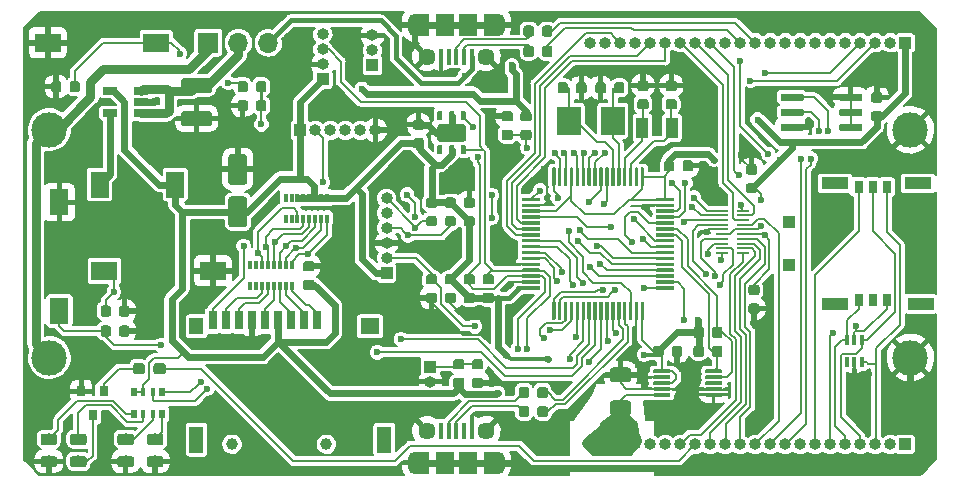
<source format=gbr>
G04 #@! TF.GenerationSoftware,KiCad,Pcbnew,5.99.0-unknown-89e9857~86~ubuntu18.04.1*
G04 #@! TF.CreationDate,2019-10-10T16:09:35-04:00*
G04 #@! TF.ProjectId,node_base,6e6f6465-5f62-4617-9365-2e6b69636164,rev?*
G04 #@! TF.SameCoordinates,Original*
G04 #@! TF.FileFunction,Copper,L1,Top*
G04 #@! TF.FilePolarity,Positive*
%FSLAX46Y46*%
G04 Gerber Fmt 4.6, Leading zero omitted, Abs format (unit mm)*
G04 Created by KiCad (PCBNEW 5.99.0-unknown-89e9857~86~ubuntu18.04.1) date 2019-10-10 16:09:35*
%MOMM*%
%LPD*%
G04 APERTURE LIST*
%ADD10C,0.100000*%
%ADD11C,0.875000*%
%ADD12R,2.000000X2.400000*%
%ADD13C,3.000000*%
%ADD14C,0.975000*%
%ADD15O,1.700000X1.700000*%
%ADD16R,1.700000X1.700000*%
%ADD17O,1.000000X1.000000*%
%ADD18R,1.000000X1.000000*%
%ADD19R,0.500000X0.800000*%
%ADD20R,0.400000X0.800000*%
%ADD21R,1.000000X0.200000*%
%ADD22R,1.100000X0.200000*%
%ADD23R,2.180000X1.600000*%
%ADD24R,0.300000X0.800000*%
%ADD25C,0.950000*%
%ADD26R,0.800000X0.900000*%
%ADD27R,1.200000X1.900000*%
%ADD28O,1.200000X1.900000*%
%ADD29R,1.500000X1.900000*%
%ADD30C,1.450000*%
%ADD31R,0.400000X1.350000*%
%ADD32R,0.700000X1.600000*%
%ADD33R,1.600000X1.400000*%
%ADD34R,1.200000X2.200000*%
%ADD35C,1.000000*%
%ADD36R,1.200000X1.400000*%
%ADD37R,1.000000X1.800000*%
%ADD38C,0.400000*%
%ADD39C,1.500000*%
%ADD40C,0.300000*%
%ADD41R,1.220000X0.650000*%
%ADD42C,0.600000*%
%ADD43R,0.400000X0.850000*%
%ADD44R,1.600000X2.180000*%
%ADD45C,1.250000*%
%ADD46R,1.500000X2.200000*%
%ADD47R,0.800000X1.000000*%
%ADD48R,1.000000X1.100000*%
%ADD49R,2.300000X1.000000*%
%ADD50C,1.600000*%
%ADD51C,0.200000*%
%ADD52C,0.600000*%
%ADD53C,0.800000*%
%ADD54C,0.300000*%
%ADD55C,0.400000*%
%ADD56C,0.250000*%
%ADD57C,0.254000*%
G04 APERTURE END LIST*
D10*
G36*
X105839962Y-91479151D02*
G01*
X105910930Y-91526570D01*
X105958349Y-91597538D01*
X105975000Y-91681250D01*
X105975000Y-92118750D01*
X105958349Y-92202462D01*
X105910930Y-92273430D01*
X105839962Y-92320849D01*
X105756250Y-92337500D01*
X105243750Y-92337500D01*
X105160038Y-92320849D01*
X105089070Y-92273430D01*
X105041651Y-92202462D01*
X105025000Y-92118750D01*
X105025000Y-91681250D01*
X105041651Y-91597538D01*
X105089070Y-91526570D01*
X105160038Y-91479151D01*
X105243750Y-91462500D01*
X105756250Y-91462500D01*
X105839962Y-91479151D01*
X105839962Y-91479151D01*
G37*
D11*
X105500000Y-91900000D03*
D10*
G36*
X105839962Y-93054151D02*
G01*
X105910930Y-93101570D01*
X105958349Y-93172538D01*
X105975000Y-93256250D01*
X105975000Y-93693750D01*
X105958349Y-93777462D01*
X105910930Y-93848430D01*
X105839962Y-93895849D01*
X105756250Y-93912500D01*
X105243750Y-93912500D01*
X105160038Y-93895849D01*
X105089070Y-93848430D01*
X105041651Y-93777462D01*
X105025000Y-93693750D01*
X105025000Y-93256250D01*
X105041651Y-93172538D01*
X105089070Y-93101570D01*
X105160038Y-93054151D01*
X105243750Y-93037500D01*
X105756250Y-93037500D01*
X105839962Y-93054151D01*
X105839962Y-93054151D01*
G37*
D11*
X105500000Y-93475000D03*
D12*
X131250000Y-79600000D03*
X127550000Y-79600000D03*
D13*
X156450000Y-80352000D03*
X156450000Y-99650000D03*
X83550000Y-99650000D03*
X83550000Y-80350000D03*
D10*
G36*
X86549529Y-106093554D02*
G01*
X86628607Y-106146393D01*
X86681446Y-106225471D01*
X86700000Y-106318750D01*
X86700000Y-106806250D01*
X86681446Y-106899529D01*
X86628607Y-106978607D01*
X86549529Y-107031446D01*
X86456250Y-107050000D01*
X85543750Y-107050000D01*
X85450471Y-107031446D01*
X85371393Y-106978607D01*
X85318554Y-106899529D01*
X85300000Y-106806250D01*
X85300000Y-106318750D01*
X85318554Y-106225471D01*
X85371393Y-106146393D01*
X85450471Y-106093554D01*
X85543750Y-106075000D01*
X86456250Y-106075000D01*
X86549529Y-106093554D01*
X86549529Y-106093554D01*
G37*
D14*
X86000000Y-106562500D03*
D10*
G36*
X86549529Y-107968554D02*
G01*
X86628607Y-108021393D01*
X86681446Y-108100471D01*
X86700000Y-108193750D01*
X86700000Y-108681250D01*
X86681446Y-108774529D01*
X86628607Y-108853607D01*
X86549529Y-108906446D01*
X86456250Y-108925000D01*
X85543750Y-108925000D01*
X85450471Y-108906446D01*
X85371393Y-108853607D01*
X85318554Y-108774529D01*
X85300000Y-108681250D01*
X85300000Y-108193750D01*
X85318554Y-108100471D01*
X85371393Y-108021393D01*
X85450471Y-107968554D01*
X85543750Y-107950000D01*
X86456250Y-107950000D01*
X86549529Y-107968554D01*
X86549529Y-107968554D01*
G37*
D14*
X86000000Y-108437500D03*
D15*
X102080000Y-73000000D03*
X99540000Y-73000000D03*
D16*
X97000000Y-73000000D03*
D17*
X106700000Y-72290000D03*
X106700000Y-73560000D03*
X106700000Y-74830000D03*
D18*
X106700000Y-76100000D03*
D10*
G36*
X119439962Y-92591651D02*
G01*
X119510930Y-92639070D01*
X119558349Y-92710038D01*
X119575000Y-92793750D01*
X119575000Y-93231250D01*
X119558349Y-93314962D01*
X119510930Y-93385930D01*
X119439962Y-93433349D01*
X119356250Y-93450000D01*
X118843750Y-93450000D01*
X118760038Y-93433349D01*
X118689070Y-93385930D01*
X118641651Y-93314962D01*
X118625000Y-93231250D01*
X118625000Y-92793750D01*
X118641651Y-92710038D01*
X118689070Y-92639070D01*
X118760038Y-92591651D01*
X118843750Y-92575000D01*
X119356250Y-92575000D01*
X119439962Y-92591651D01*
X119439962Y-92591651D01*
G37*
D11*
X119100000Y-93012500D03*
D10*
G36*
X119439962Y-94166651D02*
G01*
X119510930Y-94214070D01*
X119558349Y-94285038D01*
X119575000Y-94368750D01*
X119575000Y-94806250D01*
X119558349Y-94889962D01*
X119510930Y-94960930D01*
X119439962Y-95008349D01*
X119356250Y-95025000D01*
X118843750Y-95025000D01*
X118760038Y-95008349D01*
X118689070Y-94960930D01*
X118641651Y-94889962D01*
X118625000Y-94806250D01*
X118625000Y-94368750D01*
X118641651Y-94285038D01*
X118689070Y-94214070D01*
X118760038Y-94166651D01*
X118843750Y-94150000D01*
X119356250Y-94150000D01*
X119439962Y-94166651D01*
X119439962Y-94166651D01*
G37*
D11*
X119100000Y-94587500D03*
D10*
G36*
X121039962Y-92591651D02*
G01*
X121110930Y-92639070D01*
X121158349Y-92710038D01*
X121175000Y-92793750D01*
X121175000Y-93231250D01*
X121158349Y-93314962D01*
X121110930Y-93385930D01*
X121039962Y-93433349D01*
X120956250Y-93450000D01*
X120443750Y-93450000D01*
X120360038Y-93433349D01*
X120289070Y-93385930D01*
X120241651Y-93314962D01*
X120225000Y-93231250D01*
X120225000Y-92793750D01*
X120241651Y-92710038D01*
X120289070Y-92639070D01*
X120360038Y-92591651D01*
X120443750Y-92575000D01*
X120956250Y-92575000D01*
X121039962Y-92591651D01*
X121039962Y-92591651D01*
G37*
D11*
X120700000Y-93012500D03*
D10*
G36*
X121039962Y-94166651D02*
G01*
X121110930Y-94214070D01*
X121158349Y-94285038D01*
X121175000Y-94368750D01*
X121175000Y-94806250D01*
X121158349Y-94889962D01*
X121110930Y-94960930D01*
X121039962Y-95008349D01*
X120956250Y-95025000D01*
X120443750Y-95025000D01*
X120360038Y-95008349D01*
X120289070Y-94960930D01*
X120241651Y-94889962D01*
X120225000Y-94806250D01*
X120225000Y-94368750D01*
X120241651Y-94285038D01*
X120289070Y-94214070D01*
X120360038Y-94166651D01*
X120443750Y-94150000D01*
X120956250Y-94150000D01*
X121039962Y-94166651D01*
X121039962Y-94166651D01*
G37*
D11*
X120700000Y-94587500D03*
D10*
G36*
X140389962Y-97041651D02*
G01*
X140460930Y-97089070D01*
X140508349Y-97160038D01*
X140525000Y-97243750D01*
X140525000Y-97756250D01*
X140508349Y-97839962D01*
X140460930Y-97910930D01*
X140389962Y-97958349D01*
X140306250Y-97975000D01*
X139868750Y-97975000D01*
X139785038Y-97958349D01*
X139714070Y-97910930D01*
X139666651Y-97839962D01*
X139650000Y-97756250D01*
X139650000Y-97243750D01*
X139666651Y-97160038D01*
X139714070Y-97089070D01*
X139785038Y-97041651D01*
X139868750Y-97025000D01*
X140306250Y-97025000D01*
X140389962Y-97041651D01*
X140389962Y-97041651D01*
G37*
D11*
X140087500Y-97500000D03*
D10*
G36*
X138814962Y-97041651D02*
G01*
X138885930Y-97089070D01*
X138933349Y-97160038D01*
X138950000Y-97243750D01*
X138950000Y-97756250D01*
X138933349Y-97839962D01*
X138885930Y-97910930D01*
X138814962Y-97958349D01*
X138731250Y-97975000D01*
X138293750Y-97975000D01*
X138210038Y-97958349D01*
X138139070Y-97910930D01*
X138091651Y-97839962D01*
X138075000Y-97756250D01*
X138075000Y-97243750D01*
X138091651Y-97160038D01*
X138139070Y-97089070D01*
X138210038Y-97041651D01*
X138293750Y-97025000D01*
X138731250Y-97025000D01*
X138814962Y-97041651D01*
X138814962Y-97041651D01*
G37*
D11*
X138512500Y-97500000D03*
D10*
G36*
X140389962Y-98641651D02*
G01*
X140460930Y-98689070D01*
X140508349Y-98760038D01*
X140525000Y-98843750D01*
X140525000Y-99356250D01*
X140508349Y-99439962D01*
X140460930Y-99510930D01*
X140389962Y-99558349D01*
X140306250Y-99575000D01*
X139868750Y-99575000D01*
X139785038Y-99558349D01*
X139714070Y-99510930D01*
X139666651Y-99439962D01*
X139650000Y-99356250D01*
X139650000Y-98843750D01*
X139666651Y-98760038D01*
X139714070Y-98689070D01*
X139785038Y-98641651D01*
X139868750Y-98625000D01*
X140306250Y-98625000D01*
X140389962Y-98641651D01*
X140389962Y-98641651D01*
G37*
D11*
X140087500Y-99100000D03*
D10*
G36*
X138814962Y-98641651D02*
G01*
X138885930Y-98689070D01*
X138933349Y-98760038D01*
X138950000Y-98843750D01*
X138950000Y-99356250D01*
X138933349Y-99439962D01*
X138885930Y-99510930D01*
X138814962Y-99558349D01*
X138731250Y-99575000D01*
X138293750Y-99575000D01*
X138210038Y-99558349D01*
X138139070Y-99510930D01*
X138091651Y-99439962D01*
X138075000Y-99356250D01*
X138075000Y-98843750D01*
X138091651Y-98760038D01*
X138139070Y-98689070D01*
X138210038Y-98641651D01*
X138293750Y-98625000D01*
X138731250Y-98625000D01*
X138814962Y-98641651D01*
X138814962Y-98641651D01*
G37*
D11*
X138512500Y-99100000D03*
D19*
X90700000Y-104400000D03*
D20*
X91500000Y-104400000D03*
D19*
X93100000Y-104400000D03*
D20*
X92300000Y-104400000D03*
D19*
X90700000Y-102600000D03*
D20*
X92300000Y-102600000D03*
X91500000Y-102600000D03*
D19*
X93100000Y-102600000D03*
D21*
X140500000Y-90800000D03*
X140500000Y-90400000D03*
X140500000Y-90000000D03*
X140500000Y-89600000D03*
X140500000Y-89200000D03*
X140500000Y-88800000D03*
X140500000Y-88400000D03*
X140500000Y-88000000D03*
X140500000Y-87600000D03*
X140500000Y-87200000D03*
X142300000Y-87200000D03*
X142300000Y-87600000D03*
X142300000Y-88000000D03*
X142300000Y-88400000D03*
X142300000Y-88800000D03*
X142300000Y-89200000D03*
X142300000Y-89600000D03*
X142300000Y-90000000D03*
X142300000Y-90400000D03*
D22*
X142250000Y-90800000D03*
D23*
X88210000Y-92300000D03*
X97390000Y-92300000D03*
D24*
X101050000Y-93600000D03*
X102050000Y-93600000D03*
X101550000Y-93600000D03*
X102550000Y-93600000D03*
X103050000Y-93600000D03*
X103550000Y-93600000D03*
X101050000Y-91800000D03*
X101550000Y-91800000D03*
X102050000Y-91800000D03*
X102550000Y-91800000D03*
X103050000Y-91800000D03*
X103550000Y-91800000D03*
X100550000Y-93600000D03*
X100550000Y-91800000D03*
X104050000Y-93600000D03*
X104050000Y-91800000D03*
X106550000Y-86100000D03*
X105550000Y-86100000D03*
X106050000Y-86100000D03*
X105050000Y-86100000D03*
X104550000Y-86100000D03*
X104050000Y-86100000D03*
X106550000Y-87900000D03*
X106050000Y-87900000D03*
X105550000Y-87900000D03*
X105050000Y-87900000D03*
X104550000Y-87900000D03*
X104050000Y-87900000D03*
X107050000Y-86100000D03*
X107050000Y-87900000D03*
X103550000Y-86100000D03*
X103550000Y-87900000D03*
D10*
G36*
X93253387Y-100118079D02*
G01*
X93330438Y-100169562D01*
X93381921Y-100246613D01*
X93400000Y-100337500D01*
X93400000Y-100812500D01*
X93381921Y-100903387D01*
X93330438Y-100980438D01*
X93253387Y-101031921D01*
X93162500Y-101050000D01*
X92587500Y-101050000D01*
X92496613Y-101031921D01*
X92419562Y-100980438D01*
X92368079Y-100903387D01*
X92350000Y-100812500D01*
X92350000Y-100337500D01*
X92368079Y-100246613D01*
X92419562Y-100169562D01*
X92496613Y-100118079D01*
X92587500Y-100100000D01*
X93162500Y-100100000D01*
X93253387Y-100118079D01*
X93253387Y-100118079D01*
G37*
D25*
X92875000Y-100575000D03*
D10*
G36*
X91503387Y-100118079D02*
G01*
X91580438Y-100169562D01*
X91631921Y-100246613D01*
X91650000Y-100337500D01*
X91650000Y-100812500D01*
X91631921Y-100903387D01*
X91580438Y-100980438D01*
X91503387Y-101031921D01*
X91412500Y-101050000D01*
X90837500Y-101050000D01*
X90746613Y-101031921D01*
X90669562Y-100980438D01*
X90618079Y-100903387D01*
X90600000Y-100812500D01*
X90600000Y-100337500D01*
X90618079Y-100246613D01*
X90669562Y-100169562D01*
X90746613Y-100118079D01*
X90837500Y-100100000D01*
X91412500Y-100100000D01*
X91503387Y-100118079D01*
X91503387Y-100118079D01*
G37*
D25*
X91125000Y-100575000D03*
D10*
G36*
X124027462Y-102141651D02*
G01*
X124098430Y-102189070D01*
X124145849Y-102260038D01*
X124162500Y-102343750D01*
X124162500Y-102856250D01*
X124145849Y-102939962D01*
X124098430Y-103010930D01*
X124027462Y-103058349D01*
X123943750Y-103075000D01*
X123506250Y-103075000D01*
X123422538Y-103058349D01*
X123351570Y-103010930D01*
X123304151Y-102939962D01*
X123287500Y-102856250D01*
X123287500Y-102343750D01*
X123304151Y-102260038D01*
X123351570Y-102189070D01*
X123422538Y-102141651D01*
X123506250Y-102125000D01*
X123943750Y-102125000D01*
X124027462Y-102141651D01*
X124027462Y-102141651D01*
G37*
D11*
X123725000Y-102600000D03*
D10*
G36*
X125602462Y-102141651D02*
G01*
X125673430Y-102189070D01*
X125720849Y-102260038D01*
X125737500Y-102343750D01*
X125737500Y-102856250D01*
X125720849Y-102939962D01*
X125673430Y-103010930D01*
X125602462Y-103058349D01*
X125518750Y-103075000D01*
X125081250Y-103075000D01*
X124997538Y-103058349D01*
X124926570Y-103010930D01*
X124879151Y-102939962D01*
X124862500Y-102856250D01*
X124862500Y-102343750D01*
X124879151Y-102260038D01*
X124926570Y-102189070D01*
X124997538Y-102141651D01*
X125081250Y-102125000D01*
X125518750Y-102125000D01*
X125602462Y-102141651D01*
X125602462Y-102141651D01*
G37*
D11*
X125300000Y-102600000D03*
D10*
G36*
X124027462Y-103741651D02*
G01*
X124098430Y-103789070D01*
X124145849Y-103860038D01*
X124162500Y-103943750D01*
X124162500Y-104456250D01*
X124145849Y-104539962D01*
X124098430Y-104610930D01*
X124027462Y-104658349D01*
X123943750Y-104675000D01*
X123506250Y-104675000D01*
X123422538Y-104658349D01*
X123351570Y-104610930D01*
X123304151Y-104539962D01*
X123287500Y-104456250D01*
X123287500Y-103943750D01*
X123304151Y-103860038D01*
X123351570Y-103789070D01*
X123422538Y-103741651D01*
X123506250Y-103725000D01*
X123943750Y-103725000D01*
X124027462Y-103741651D01*
X124027462Y-103741651D01*
G37*
D11*
X123725000Y-104200000D03*
D10*
G36*
X125602462Y-103741651D02*
G01*
X125673430Y-103789070D01*
X125720849Y-103860038D01*
X125737500Y-103943750D01*
X125737500Y-104456250D01*
X125720849Y-104539962D01*
X125673430Y-104610930D01*
X125602462Y-104658349D01*
X125518750Y-104675000D01*
X125081250Y-104675000D01*
X124997538Y-104658349D01*
X124926570Y-104610930D01*
X124879151Y-104539962D01*
X124862500Y-104456250D01*
X124862500Y-103943750D01*
X124879151Y-103860038D01*
X124926570Y-103789070D01*
X124997538Y-103741651D01*
X125081250Y-103725000D01*
X125518750Y-103725000D01*
X125602462Y-103741651D01*
X125602462Y-103741651D01*
G37*
D11*
X125300000Y-104200000D03*
D10*
G36*
X124414962Y-73241651D02*
G01*
X124485930Y-73289070D01*
X124533349Y-73360038D01*
X124550000Y-73443750D01*
X124550000Y-73956250D01*
X124533349Y-74039962D01*
X124485930Y-74110930D01*
X124414962Y-74158349D01*
X124331250Y-74175000D01*
X123893750Y-74175000D01*
X123810038Y-74158349D01*
X123739070Y-74110930D01*
X123691651Y-74039962D01*
X123675000Y-73956250D01*
X123675000Y-73443750D01*
X123691651Y-73360038D01*
X123739070Y-73289070D01*
X123810038Y-73241651D01*
X123893750Y-73225000D01*
X124331250Y-73225000D01*
X124414962Y-73241651D01*
X124414962Y-73241651D01*
G37*
D11*
X124112500Y-73700000D03*
D10*
G36*
X125989962Y-73241651D02*
G01*
X126060930Y-73289070D01*
X126108349Y-73360038D01*
X126125000Y-73443750D01*
X126125000Y-73956250D01*
X126108349Y-74039962D01*
X126060930Y-74110930D01*
X125989962Y-74158349D01*
X125906250Y-74175000D01*
X125468750Y-74175000D01*
X125385038Y-74158349D01*
X125314070Y-74110930D01*
X125266651Y-74039962D01*
X125250000Y-73956250D01*
X125250000Y-73443750D01*
X125266651Y-73360038D01*
X125314070Y-73289070D01*
X125385038Y-73241651D01*
X125468750Y-73225000D01*
X125906250Y-73225000D01*
X125989962Y-73241651D01*
X125989962Y-73241651D01*
G37*
D11*
X125687500Y-73700000D03*
D10*
G36*
X124414962Y-71541651D02*
G01*
X124485930Y-71589070D01*
X124533349Y-71660038D01*
X124550000Y-71743750D01*
X124550000Y-72256250D01*
X124533349Y-72339962D01*
X124485930Y-72410930D01*
X124414962Y-72458349D01*
X124331250Y-72475000D01*
X123893750Y-72475000D01*
X123810038Y-72458349D01*
X123739070Y-72410930D01*
X123691651Y-72339962D01*
X123675000Y-72256250D01*
X123675000Y-71743750D01*
X123691651Y-71660038D01*
X123739070Y-71589070D01*
X123810038Y-71541651D01*
X123893750Y-71525000D01*
X124331250Y-71525000D01*
X124414962Y-71541651D01*
X124414962Y-71541651D01*
G37*
D11*
X124112500Y-72000000D03*
D10*
G36*
X125989962Y-71541651D02*
G01*
X126060930Y-71589070D01*
X126108349Y-71660038D01*
X126125000Y-71743750D01*
X126125000Y-72256250D01*
X126108349Y-72339962D01*
X126060930Y-72410930D01*
X125989962Y-72458349D01*
X125906250Y-72475000D01*
X125468750Y-72475000D01*
X125385038Y-72458349D01*
X125314070Y-72410930D01*
X125266651Y-72339962D01*
X125250000Y-72256250D01*
X125250000Y-71743750D01*
X125266651Y-71660038D01*
X125314070Y-71589070D01*
X125385038Y-71541651D01*
X125468750Y-71525000D01*
X125906250Y-71525000D01*
X125989962Y-71541651D01*
X125989962Y-71541651D01*
G37*
D11*
X125687500Y-72000000D03*
D10*
G36*
X116239962Y-94166651D02*
G01*
X116310930Y-94214070D01*
X116358349Y-94285038D01*
X116375000Y-94368750D01*
X116375000Y-94806250D01*
X116358349Y-94889962D01*
X116310930Y-94960930D01*
X116239962Y-95008349D01*
X116156250Y-95025000D01*
X115643750Y-95025000D01*
X115560038Y-95008349D01*
X115489070Y-94960930D01*
X115441651Y-94889962D01*
X115425000Y-94806250D01*
X115425000Y-94368750D01*
X115441651Y-94285038D01*
X115489070Y-94214070D01*
X115560038Y-94166651D01*
X115643750Y-94150000D01*
X116156250Y-94150000D01*
X116239962Y-94166651D01*
X116239962Y-94166651D01*
G37*
D11*
X115900000Y-94587500D03*
D10*
G36*
X116239962Y-92591651D02*
G01*
X116310930Y-92639070D01*
X116358349Y-92710038D01*
X116375000Y-92793750D01*
X116375000Y-93231250D01*
X116358349Y-93314962D01*
X116310930Y-93385930D01*
X116239962Y-93433349D01*
X116156250Y-93450000D01*
X115643750Y-93450000D01*
X115560038Y-93433349D01*
X115489070Y-93385930D01*
X115441651Y-93314962D01*
X115425000Y-93231250D01*
X115425000Y-92793750D01*
X115441651Y-92710038D01*
X115489070Y-92639070D01*
X115560038Y-92591651D01*
X115643750Y-92575000D01*
X116156250Y-92575000D01*
X116239962Y-92591651D01*
X116239962Y-92591651D01*
G37*
D11*
X115900000Y-93012500D03*
D10*
G36*
X117839962Y-87666651D02*
G01*
X117910930Y-87714070D01*
X117958349Y-87785038D01*
X117975000Y-87868750D01*
X117975000Y-88306250D01*
X117958349Y-88389962D01*
X117910930Y-88460930D01*
X117839962Y-88508349D01*
X117756250Y-88525000D01*
X117243750Y-88525000D01*
X117160038Y-88508349D01*
X117089070Y-88460930D01*
X117041651Y-88389962D01*
X117025000Y-88306250D01*
X117025000Y-87868750D01*
X117041651Y-87785038D01*
X117089070Y-87714070D01*
X117160038Y-87666651D01*
X117243750Y-87650000D01*
X117756250Y-87650000D01*
X117839962Y-87666651D01*
X117839962Y-87666651D01*
G37*
D11*
X117500000Y-88087500D03*
D10*
G36*
X117839962Y-86091651D02*
G01*
X117910930Y-86139070D01*
X117958349Y-86210038D01*
X117975000Y-86293750D01*
X117975000Y-86731250D01*
X117958349Y-86814962D01*
X117910930Y-86885930D01*
X117839962Y-86933349D01*
X117756250Y-86950000D01*
X117243750Y-86950000D01*
X117160038Y-86933349D01*
X117089070Y-86885930D01*
X117041651Y-86814962D01*
X117025000Y-86731250D01*
X117025000Y-86293750D01*
X117041651Y-86210038D01*
X117089070Y-86139070D01*
X117160038Y-86091651D01*
X117243750Y-86075000D01*
X117756250Y-86075000D01*
X117839962Y-86091651D01*
X117839962Y-86091651D01*
G37*
D11*
X117500000Y-86512500D03*
D10*
G36*
X116239962Y-87666651D02*
G01*
X116310930Y-87714070D01*
X116358349Y-87785038D01*
X116375000Y-87868750D01*
X116375000Y-88306250D01*
X116358349Y-88389962D01*
X116310930Y-88460930D01*
X116239962Y-88508349D01*
X116156250Y-88525000D01*
X115643750Y-88525000D01*
X115560038Y-88508349D01*
X115489070Y-88460930D01*
X115441651Y-88389962D01*
X115425000Y-88306250D01*
X115425000Y-87868750D01*
X115441651Y-87785038D01*
X115489070Y-87714070D01*
X115560038Y-87666651D01*
X115643750Y-87650000D01*
X116156250Y-87650000D01*
X116239962Y-87666651D01*
X116239962Y-87666651D01*
G37*
D11*
X115900000Y-88087500D03*
D10*
G36*
X116239962Y-86091651D02*
G01*
X116310930Y-86139070D01*
X116358349Y-86210038D01*
X116375000Y-86293750D01*
X116375000Y-86731250D01*
X116358349Y-86814962D01*
X116310930Y-86885930D01*
X116239962Y-86933349D01*
X116156250Y-86950000D01*
X115643750Y-86950000D01*
X115560038Y-86933349D01*
X115489070Y-86885930D01*
X115441651Y-86814962D01*
X115425000Y-86731250D01*
X115425000Y-86293750D01*
X115441651Y-86210038D01*
X115489070Y-86139070D01*
X115560038Y-86091651D01*
X115643750Y-86075000D01*
X116156250Y-86075000D01*
X116239962Y-86091651D01*
X116239962Y-86091651D01*
G37*
D11*
X115900000Y-86512500D03*
D10*
G36*
X118539962Y-101366651D02*
G01*
X118610930Y-101414070D01*
X118658349Y-101485038D01*
X118675000Y-101568750D01*
X118675000Y-102006250D01*
X118658349Y-102089962D01*
X118610930Y-102160930D01*
X118539962Y-102208349D01*
X118456250Y-102225000D01*
X117943750Y-102225000D01*
X117860038Y-102208349D01*
X117789070Y-102160930D01*
X117741651Y-102089962D01*
X117725000Y-102006250D01*
X117725000Y-101568750D01*
X117741651Y-101485038D01*
X117789070Y-101414070D01*
X117860038Y-101366651D01*
X117943750Y-101350000D01*
X118456250Y-101350000D01*
X118539962Y-101366651D01*
X118539962Y-101366651D01*
G37*
D11*
X118200000Y-101787500D03*
D10*
G36*
X118539962Y-99791651D02*
G01*
X118610930Y-99839070D01*
X118658349Y-99910038D01*
X118675000Y-99993750D01*
X118675000Y-100431250D01*
X118658349Y-100514962D01*
X118610930Y-100585930D01*
X118539962Y-100633349D01*
X118456250Y-100650000D01*
X117943750Y-100650000D01*
X117860038Y-100633349D01*
X117789070Y-100585930D01*
X117741651Y-100514962D01*
X117725000Y-100431250D01*
X117725000Y-99993750D01*
X117741651Y-99910038D01*
X117789070Y-99839070D01*
X117860038Y-99791651D01*
X117943750Y-99775000D01*
X118456250Y-99775000D01*
X118539962Y-99791651D01*
X118539962Y-99791651D01*
G37*
D11*
X118200000Y-100212500D03*
D10*
G36*
X100214962Y-77841651D02*
G01*
X100285930Y-77889070D01*
X100333349Y-77960038D01*
X100350000Y-78043750D01*
X100350000Y-78556250D01*
X100333349Y-78639962D01*
X100285930Y-78710930D01*
X100214962Y-78758349D01*
X100131250Y-78775000D01*
X99693750Y-78775000D01*
X99610038Y-78758349D01*
X99539070Y-78710930D01*
X99491651Y-78639962D01*
X99475000Y-78556250D01*
X99475000Y-78043750D01*
X99491651Y-77960038D01*
X99539070Y-77889070D01*
X99610038Y-77841651D01*
X99693750Y-77825000D01*
X100131250Y-77825000D01*
X100214962Y-77841651D01*
X100214962Y-77841651D01*
G37*
D11*
X99912500Y-78300000D03*
D10*
G36*
X101789962Y-77841651D02*
G01*
X101860930Y-77889070D01*
X101908349Y-77960038D01*
X101925000Y-78043750D01*
X101925000Y-78556250D01*
X101908349Y-78639962D01*
X101860930Y-78710930D01*
X101789962Y-78758349D01*
X101706250Y-78775000D01*
X101268750Y-78775000D01*
X101185038Y-78758349D01*
X101114070Y-78710930D01*
X101066651Y-78639962D01*
X101050000Y-78556250D01*
X101050000Y-78043750D01*
X101066651Y-77960038D01*
X101114070Y-77889070D01*
X101185038Y-77841651D01*
X101268750Y-77825000D01*
X101706250Y-77825000D01*
X101789962Y-77841651D01*
X101789962Y-77841651D01*
G37*
D11*
X101487500Y-78300000D03*
D10*
G36*
X101789962Y-76241651D02*
G01*
X101860930Y-76289070D01*
X101908349Y-76360038D01*
X101925000Y-76443750D01*
X101925000Y-76956250D01*
X101908349Y-77039962D01*
X101860930Y-77110930D01*
X101789962Y-77158349D01*
X101706250Y-77175000D01*
X101268750Y-77175000D01*
X101185038Y-77158349D01*
X101114070Y-77110930D01*
X101066651Y-77039962D01*
X101050000Y-76956250D01*
X101050000Y-76443750D01*
X101066651Y-76360038D01*
X101114070Y-76289070D01*
X101185038Y-76241651D01*
X101268750Y-76225000D01*
X101706250Y-76225000D01*
X101789962Y-76241651D01*
X101789962Y-76241651D01*
G37*
D11*
X101487500Y-76700000D03*
D10*
G36*
X100214962Y-76241651D02*
G01*
X100285930Y-76289070D01*
X100333349Y-76360038D01*
X100350000Y-76443750D01*
X100350000Y-76956250D01*
X100333349Y-77039962D01*
X100285930Y-77110930D01*
X100214962Y-77158349D01*
X100131250Y-77175000D01*
X99693750Y-77175000D01*
X99610038Y-77158349D01*
X99539070Y-77110930D01*
X99491651Y-77039962D01*
X99475000Y-76956250D01*
X99475000Y-76443750D01*
X99491651Y-76360038D01*
X99539070Y-76289070D01*
X99610038Y-76241651D01*
X99693750Y-76225000D01*
X100131250Y-76225000D01*
X100214962Y-76241651D01*
X100214962Y-76241651D01*
G37*
D11*
X99912500Y-76700000D03*
D26*
X87200000Y-104500000D03*
X86250000Y-102500000D03*
X88150000Y-102500000D03*
D27*
X115100000Y-108537500D03*
X120900000Y-108537500D03*
D28*
X121500000Y-108537500D03*
X114500000Y-108537500D03*
D29*
X117000000Y-108537500D03*
D30*
X120500000Y-105837500D03*
D31*
X118000000Y-105837500D03*
X118650000Y-105837500D03*
X119300000Y-105837500D03*
X116700000Y-105837500D03*
X117350000Y-105837500D03*
D30*
X115500000Y-105837500D03*
D29*
X119000000Y-108537500D03*
D17*
X110900000Y-72360000D03*
X110900000Y-73630000D03*
D18*
X110900000Y-74900000D03*
D17*
X111150000Y-80400000D03*
X109880000Y-80400000D03*
X108610000Y-80400000D03*
X107340000Y-80400000D03*
X106070000Y-80400000D03*
D18*
X104800000Y-80400000D03*
D17*
X112100000Y-86150000D03*
X112100000Y-87420000D03*
X112100000Y-88690000D03*
X112100000Y-89960000D03*
X112100000Y-91230000D03*
D18*
X112100000Y-92500000D03*
D32*
X97400000Y-96500000D03*
X98500000Y-96500000D03*
X99600000Y-96500000D03*
X100700000Y-96500000D03*
X101800000Y-96500000D03*
X102900000Y-96500000D03*
X104000000Y-96500000D03*
X105100000Y-96500000D03*
X106200000Y-96500000D03*
D33*
X110700000Y-97000000D03*
D34*
X96000000Y-106600000D03*
X111900000Y-106600000D03*
D35*
X107000000Y-107000000D03*
X99000000Y-107000000D03*
D36*
X96000000Y-97000000D03*
D10*
G36*
X84049529Y-106093554D02*
G01*
X84128607Y-106146393D01*
X84181446Y-106225471D01*
X84200000Y-106318750D01*
X84200000Y-106806250D01*
X84181446Y-106899529D01*
X84128607Y-106978607D01*
X84049529Y-107031446D01*
X83956250Y-107050000D01*
X83043750Y-107050000D01*
X82950471Y-107031446D01*
X82871393Y-106978607D01*
X82818554Y-106899529D01*
X82800000Y-106806250D01*
X82800000Y-106318750D01*
X82818554Y-106225471D01*
X82871393Y-106146393D01*
X82950471Y-106093554D01*
X83043750Y-106075000D01*
X83956250Y-106075000D01*
X84049529Y-106093554D01*
X84049529Y-106093554D01*
G37*
D14*
X83500000Y-106562500D03*
D10*
G36*
X84049529Y-107968554D02*
G01*
X84128607Y-108021393D01*
X84181446Y-108100471D01*
X84200000Y-108193750D01*
X84200000Y-108681250D01*
X84181446Y-108774529D01*
X84128607Y-108853607D01*
X84049529Y-108906446D01*
X83956250Y-108925000D01*
X83043750Y-108925000D01*
X82950471Y-108906446D01*
X82871393Y-108853607D01*
X82818554Y-108774529D01*
X82800000Y-108681250D01*
X82800000Y-108193750D01*
X82818554Y-108100471D01*
X82871393Y-108021393D01*
X82950471Y-107968554D01*
X83043750Y-107950000D01*
X83956250Y-107950000D01*
X84049529Y-107968554D01*
X84049529Y-107968554D01*
G37*
D14*
X83500000Y-108437500D03*
D10*
G36*
X90549529Y-106093554D02*
G01*
X90628607Y-106146393D01*
X90681446Y-106225471D01*
X90700000Y-106318750D01*
X90700000Y-106806250D01*
X90681446Y-106899529D01*
X90628607Y-106978607D01*
X90549529Y-107031446D01*
X90456250Y-107050000D01*
X89543750Y-107050000D01*
X89450471Y-107031446D01*
X89371393Y-106978607D01*
X89318554Y-106899529D01*
X89300000Y-106806250D01*
X89300000Y-106318750D01*
X89318554Y-106225471D01*
X89371393Y-106146393D01*
X89450471Y-106093554D01*
X89543750Y-106075000D01*
X90456250Y-106075000D01*
X90549529Y-106093554D01*
X90549529Y-106093554D01*
G37*
D14*
X90000000Y-106562500D03*
D10*
G36*
X90549529Y-107968554D02*
G01*
X90628607Y-108021393D01*
X90681446Y-108100471D01*
X90700000Y-108193750D01*
X90700000Y-108681250D01*
X90681446Y-108774529D01*
X90628607Y-108853607D01*
X90549529Y-108906446D01*
X90456250Y-108925000D01*
X89543750Y-108925000D01*
X89450471Y-108906446D01*
X89371393Y-108853607D01*
X89318554Y-108774529D01*
X89300000Y-108681250D01*
X89300000Y-108193750D01*
X89318554Y-108100471D01*
X89371393Y-108021393D01*
X89450471Y-107968554D01*
X89543750Y-107950000D01*
X90456250Y-107950000D01*
X90549529Y-107968554D01*
X90549529Y-107968554D01*
G37*
D14*
X90000000Y-108437500D03*
D10*
G36*
X93049529Y-106093554D02*
G01*
X93128607Y-106146393D01*
X93181446Y-106225471D01*
X93200000Y-106318750D01*
X93200000Y-106806250D01*
X93181446Y-106899529D01*
X93128607Y-106978607D01*
X93049529Y-107031446D01*
X92956250Y-107050000D01*
X92043750Y-107050000D01*
X91950471Y-107031446D01*
X91871393Y-106978607D01*
X91818554Y-106899529D01*
X91800000Y-106806250D01*
X91800000Y-106318750D01*
X91818554Y-106225471D01*
X91871393Y-106146393D01*
X91950471Y-106093554D01*
X92043750Y-106075000D01*
X92956250Y-106075000D01*
X93049529Y-106093554D01*
X93049529Y-106093554D01*
G37*
D14*
X92500000Y-106562500D03*
D10*
G36*
X93049529Y-107968554D02*
G01*
X93128607Y-108021393D01*
X93181446Y-108100471D01*
X93200000Y-108193750D01*
X93200000Y-108681250D01*
X93181446Y-108774529D01*
X93128607Y-108853607D01*
X93049529Y-108906446D01*
X92956250Y-108925000D01*
X92043750Y-108925000D01*
X91950471Y-108906446D01*
X91871393Y-108853607D01*
X91818554Y-108774529D01*
X91800000Y-108681250D01*
X91800000Y-108193750D01*
X91818554Y-108100471D01*
X91871393Y-108021393D01*
X91950471Y-107968554D01*
X92043750Y-107950000D01*
X92956250Y-107950000D01*
X93049529Y-107968554D01*
X93049529Y-107968554D01*
G37*
D14*
X92500000Y-108437500D03*
D10*
G36*
X143339962Y-84866651D02*
G01*
X143410930Y-84914070D01*
X143458349Y-84985038D01*
X143475000Y-85068750D01*
X143475000Y-85506250D01*
X143458349Y-85589962D01*
X143410930Y-85660930D01*
X143339962Y-85708349D01*
X143256250Y-85725000D01*
X142743750Y-85725000D01*
X142660038Y-85708349D01*
X142589070Y-85660930D01*
X142541651Y-85589962D01*
X142525000Y-85506250D01*
X142525000Y-85068750D01*
X142541651Y-84985038D01*
X142589070Y-84914070D01*
X142660038Y-84866651D01*
X142743750Y-84850000D01*
X143256250Y-84850000D01*
X143339962Y-84866651D01*
X143339962Y-84866651D01*
G37*
D11*
X143000000Y-85287500D03*
D10*
G36*
X143339962Y-83291651D02*
G01*
X143410930Y-83339070D01*
X143458349Y-83410038D01*
X143475000Y-83493750D01*
X143475000Y-83931250D01*
X143458349Y-84014962D01*
X143410930Y-84085930D01*
X143339962Y-84133349D01*
X143256250Y-84150000D01*
X142743750Y-84150000D01*
X142660038Y-84133349D01*
X142589070Y-84085930D01*
X142541651Y-84014962D01*
X142525000Y-83931250D01*
X142525000Y-83493750D01*
X142541651Y-83410038D01*
X142589070Y-83339070D01*
X142660038Y-83291651D01*
X142743750Y-83275000D01*
X143256250Y-83275000D01*
X143339962Y-83291651D01*
X143339962Y-83291651D01*
G37*
D11*
X143000000Y-83712500D03*
D10*
G36*
X143539962Y-95066651D02*
G01*
X143610930Y-95114070D01*
X143658349Y-95185038D01*
X143675000Y-95268750D01*
X143675000Y-95706250D01*
X143658349Y-95789962D01*
X143610930Y-95860930D01*
X143539962Y-95908349D01*
X143456250Y-95925000D01*
X142943750Y-95925000D01*
X142860038Y-95908349D01*
X142789070Y-95860930D01*
X142741651Y-95789962D01*
X142725000Y-95706250D01*
X142725000Y-95268750D01*
X142741651Y-95185038D01*
X142789070Y-95114070D01*
X142860038Y-95066651D01*
X142943750Y-95050000D01*
X143456250Y-95050000D01*
X143539962Y-95066651D01*
X143539962Y-95066651D01*
G37*
D11*
X143200000Y-95487500D03*
D10*
G36*
X143539962Y-93491651D02*
G01*
X143610930Y-93539070D01*
X143658349Y-93610038D01*
X143675000Y-93693750D01*
X143675000Y-94131250D01*
X143658349Y-94214962D01*
X143610930Y-94285930D01*
X143539962Y-94333349D01*
X143456250Y-94350000D01*
X142943750Y-94350000D01*
X142860038Y-94333349D01*
X142789070Y-94285930D01*
X142741651Y-94214962D01*
X142725000Y-94131250D01*
X142725000Y-93693750D01*
X142741651Y-93610038D01*
X142789070Y-93539070D01*
X142860038Y-93491651D01*
X142943750Y-93475000D01*
X143456250Y-93475000D01*
X143539962Y-93491651D01*
X143539962Y-93491651D01*
G37*
D11*
X143200000Y-93912500D03*
D10*
G36*
X153939962Y-78766651D02*
G01*
X154010930Y-78814070D01*
X154058349Y-78885038D01*
X154075000Y-78968750D01*
X154075000Y-79406250D01*
X154058349Y-79489962D01*
X154010930Y-79560930D01*
X153939962Y-79608349D01*
X153856250Y-79625000D01*
X153343750Y-79625000D01*
X153260038Y-79608349D01*
X153189070Y-79560930D01*
X153141651Y-79489962D01*
X153125000Y-79406250D01*
X153125000Y-78968750D01*
X153141651Y-78885038D01*
X153189070Y-78814070D01*
X153260038Y-78766651D01*
X153343750Y-78750000D01*
X153856250Y-78750000D01*
X153939962Y-78766651D01*
X153939962Y-78766651D01*
G37*
D11*
X153600000Y-79187500D03*
D10*
G36*
X153939962Y-77191651D02*
G01*
X154010930Y-77239070D01*
X154058349Y-77310038D01*
X154075000Y-77393750D01*
X154075000Y-77831250D01*
X154058349Y-77914962D01*
X154010930Y-77985930D01*
X153939962Y-78033349D01*
X153856250Y-78050000D01*
X153343750Y-78050000D01*
X153260038Y-78033349D01*
X153189070Y-77985930D01*
X153141651Y-77914962D01*
X153125000Y-77831250D01*
X153125000Y-77393750D01*
X153141651Y-77310038D01*
X153189070Y-77239070D01*
X153260038Y-77191651D01*
X153343750Y-77175000D01*
X153856250Y-77175000D01*
X153939962Y-77191651D01*
X153939962Y-77191651D01*
G37*
D11*
X153600000Y-77612500D03*
D10*
G36*
X136989962Y-98641651D02*
G01*
X137060930Y-98689070D01*
X137108349Y-98760038D01*
X137125000Y-98843750D01*
X137125000Y-99356250D01*
X137108349Y-99439962D01*
X137060930Y-99510930D01*
X136989962Y-99558349D01*
X136906250Y-99575000D01*
X136468750Y-99575000D01*
X136385038Y-99558349D01*
X136314070Y-99510930D01*
X136266651Y-99439962D01*
X136250000Y-99356250D01*
X136250000Y-98843750D01*
X136266651Y-98760038D01*
X136314070Y-98689070D01*
X136385038Y-98641651D01*
X136468750Y-98625000D01*
X136906250Y-98625000D01*
X136989962Y-98641651D01*
X136989962Y-98641651D01*
G37*
D11*
X136687500Y-99100000D03*
D10*
G36*
X135414962Y-98641651D02*
G01*
X135485930Y-98689070D01*
X135533349Y-98760038D01*
X135550000Y-98843750D01*
X135550000Y-99356250D01*
X135533349Y-99439962D01*
X135485930Y-99510930D01*
X135414962Y-99558349D01*
X135331250Y-99575000D01*
X134893750Y-99575000D01*
X134810038Y-99558349D01*
X134739070Y-99510930D01*
X134691651Y-99439962D01*
X134675000Y-99356250D01*
X134675000Y-98843750D01*
X134691651Y-98760038D01*
X134739070Y-98689070D01*
X134810038Y-98641651D01*
X134893750Y-98625000D01*
X135331250Y-98625000D01*
X135414962Y-98641651D01*
X135414962Y-98641651D01*
G37*
D11*
X135112500Y-99100000D03*
D10*
G36*
X90189962Y-95241651D02*
G01*
X90260930Y-95289070D01*
X90308349Y-95360038D01*
X90325000Y-95443750D01*
X90325000Y-95956250D01*
X90308349Y-96039962D01*
X90260930Y-96110930D01*
X90189962Y-96158349D01*
X90106250Y-96175000D01*
X89668750Y-96175000D01*
X89585038Y-96158349D01*
X89514070Y-96110930D01*
X89466651Y-96039962D01*
X89450000Y-95956250D01*
X89450000Y-95443750D01*
X89466651Y-95360038D01*
X89514070Y-95289070D01*
X89585038Y-95241651D01*
X89668750Y-95225000D01*
X90106250Y-95225000D01*
X90189962Y-95241651D01*
X90189962Y-95241651D01*
G37*
D11*
X89887500Y-95700000D03*
D10*
G36*
X88614962Y-95241651D02*
G01*
X88685930Y-95289070D01*
X88733349Y-95360038D01*
X88750000Y-95443750D01*
X88750000Y-95956250D01*
X88733349Y-96039962D01*
X88685930Y-96110930D01*
X88614962Y-96158349D01*
X88531250Y-96175000D01*
X88093750Y-96175000D01*
X88010038Y-96158349D01*
X87939070Y-96110930D01*
X87891651Y-96039962D01*
X87875000Y-95956250D01*
X87875000Y-95443750D01*
X87891651Y-95360038D01*
X87939070Y-95289070D01*
X88010038Y-95241651D01*
X88093750Y-95225000D01*
X88531250Y-95225000D01*
X88614962Y-95241651D01*
X88614962Y-95241651D01*
G37*
D11*
X88312500Y-95700000D03*
D10*
G36*
X90189962Y-96941651D02*
G01*
X90260930Y-96989070D01*
X90308349Y-97060038D01*
X90325000Y-97143750D01*
X90325000Y-97656250D01*
X90308349Y-97739962D01*
X90260930Y-97810930D01*
X90189962Y-97858349D01*
X90106250Y-97875000D01*
X89668750Y-97875000D01*
X89585038Y-97858349D01*
X89514070Y-97810930D01*
X89466651Y-97739962D01*
X89450000Y-97656250D01*
X89450000Y-97143750D01*
X89466651Y-97060038D01*
X89514070Y-96989070D01*
X89585038Y-96941651D01*
X89668750Y-96925000D01*
X90106250Y-96925000D01*
X90189962Y-96941651D01*
X90189962Y-96941651D01*
G37*
D11*
X89887500Y-97400000D03*
D10*
G36*
X88614962Y-96941651D02*
G01*
X88685930Y-96989070D01*
X88733349Y-97060038D01*
X88750000Y-97143750D01*
X88750000Y-97656250D01*
X88733349Y-97739962D01*
X88685930Y-97810930D01*
X88614962Y-97858349D01*
X88531250Y-97875000D01*
X88093750Y-97875000D01*
X88010038Y-97858349D01*
X87939070Y-97810930D01*
X87891651Y-97739962D01*
X87875000Y-97656250D01*
X87875000Y-97143750D01*
X87891651Y-97060038D01*
X87939070Y-96989070D01*
X88010038Y-96941651D01*
X88093750Y-96925000D01*
X88531250Y-96925000D01*
X88614962Y-96941651D01*
X88614962Y-96941651D01*
G37*
D11*
X88312500Y-97400000D03*
D10*
G36*
X119439962Y-86091651D02*
G01*
X119510930Y-86139070D01*
X119558349Y-86210038D01*
X119575000Y-86293750D01*
X119575000Y-86731250D01*
X119558349Y-86814962D01*
X119510930Y-86885930D01*
X119439962Y-86933349D01*
X119356250Y-86950000D01*
X118843750Y-86950000D01*
X118760038Y-86933349D01*
X118689070Y-86885930D01*
X118641651Y-86814962D01*
X118625000Y-86731250D01*
X118625000Y-86293750D01*
X118641651Y-86210038D01*
X118689070Y-86139070D01*
X118760038Y-86091651D01*
X118843750Y-86075000D01*
X119356250Y-86075000D01*
X119439962Y-86091651D01*
X119439962Y-86091651D01*
G37*
D11*
X119100000Y-86512500D03*
D10*
G36*
X119439962Y-87666651D02*
G01*
X119510930Y-87714070D01*
X119558349Y-87785038D01*
X119575000Y-87868750D01*
X119575000Y-88306250D01*
X119558349Y-88389962D01*
X119510930Y-88460930D01*
X119439962Y-88508349D01*
X119356250Y-88525000D01*
X118843750Y-88525000D01*
X118760038Y-88508349D01*
X118689070Y-88460930D01*
X118641651Y-88389962D01*
X118625000Y-88306250D01*
X118625000Y-87868750D01*
X118641651Y-87785038D01*
X118689070Y-87714070D01*
X118760038Y-87666651D01*
X118843750Y-87650000D01*
X119356250Y-87650000D01*
X119439962Y-87666651D01*
X119439962Y-87666651D01*
G37*
D11*
X119100000Y-88087500D03*
D10*
G36*
X115139962Y-79491651D02*
G01*
X115210930Y-79539070D01*
X115258349Y-79610038D01*
X115275000Y-79693750D01*
X115275000Y-80131250D01*
X115258349Y-80214962D01*
X115210930Y-80285930D01*
X115139962Y-80333349D01*
X115056250Y-80350000D01*
X114543750Y-80350000D01*
X114460038Y-80333349D01*
X114389070Y-80285930D01*
X114341651Y-80214962D01*
X114325000Y-80131250D01*
X114325000Y-79693750D01*
X114341651Y-79610038D01*
X114389070Y-79539070D01*
X114460038Y-79491651D01*
X114543750Y-79475000D01*
X115056250Y-79475000D01*
X115139962Y-79491651D01*
X115139962Y-79491651D01*
G37*
D11*
X114800000Y-79912500D03*
D10*
G36*
X115139962Y-81066651D02*
G01*
X115210930Y-81114070D01*
X115258349Y-81185038D01*
X115275000Y-81268750D01*
X115275000Y-81706250D01*
X115258349Y-81789962D01*
X115210930Y-81860930D01*
X115139962Y-81908349D01*
X115056250Y-81925000D01*
X114543750Y-81925000D01*
X114460038Y-81908349D01*
X114389070Y-81860930D01*
X114341651Y-81789962D01*
X114325000Y-81706250D01*
X114325000Y-81268750D01*
X114341651Y-81185038D01*
X114389070Y-81114070D01*
X114460038Y-81066651D01*
X114543750Y-81050000D01*
X115056250Y-81050000D01*
X115139962Y-81066651D01*
X115139962Y-81066651D01*
G37*
D11*
X114800000Y-81487500D03*
D10*
G36*
X117839962Y-94166651D02*
G01*
X117910930Y-94214070D01*
X117958349Y-94285038D01*
X117975000Y-94368750D01*
X117975000Y-94806250D01*
X117958349Y-94889962D01*
X117910930Y-94960930D01*
X117839962Y-95008349D01*
X117756250Y-95025000D01*
X117243750Y-95025000D01*
X117160038Y-95008349D01*
X117089070Y-94960930D01*
X117041651Y-94889962D01*
X117025000Y-94806250D01*
X117025000Y-94368750D01*
X117041651Y-94285038D01*
X117089070Y-94214070D01*
X117160038Y-94166651D01*
X117243750Y-94150000D01*
X117756250Y-94150000D01*
X117839962Y-94166651D01*
X117839962Y-94166651D01*
G37*
D11*
X117500000Y-94587500D03*
D10*
G36*
X117839962Y-92591651D02*
G01*
X117910930Y-92639070D01*
X117958349Y-92710038D01*
X117975000Y-92793750D01*
X117975000Y-93231250D01*
X117958349Y-93314962D01*
X117910930Y-93385930D01*
X117839962Y-93433349D01*
X117756250Y-93450000D01*
X117243750Y-93450000D01*
X117160038Y-93433349D01*
X117089070Y-93385930D01*
X117041651Y-93314962D01*
X117025000Y-93231250D01*
X117025000Y-92793750D01*
X117041651Y-92710038D01*
X117089070Y-92639070D01*
X117160038Y-92591651D01*
X117243750Y-92575000D01*
X117756250Y-92575000D01*
X117839962Y-92591651D01*
X117839962Y-92591651D01*
G37*
D11*
X117500000Y-93012500D03*
D10*
G36*
X137889962Y-82941651D02*
G01*
X137960930Y-82989070D01*
X138008349Y-83060038D01*
X138025000Y-83143750D01*
X138025000Y-83656250D01*
X138008349Y-83739962D01*
X137960930Y-83810930D01*
X137889962Y-83858349D01*
X137806250Y-83875000D01*
X137368750Y-83875000D01*
X137285038Y-83858349D01*
X137214070Y-83810930D01*
X137166651Y-83739962D01*
X137150000Y-83656250D01*
X137150000Y-83143750D01*
X137166651Y-83060038D01*
X137214070Y-82989070D01*
X137285038Y-82941651D01*
X137368750Y-82925000D01*
X137806250Y-82925000D01*
X137889962Y-82941651D01*
X137889962Y-82941651D01*
G37*
D11*
X137587500Y-83400000D03*
D10*
G36*
X136314962Y-82941651D02*
G01*
X136385930Y-82989070D01*
X136433349Y-83060038D01*
X136450000Y-83143750D01*
X136450000Y-83656250D01*
X136433349Y-83739962D01*
X136385930Y-83810930D01*
X136314962Y-83858349D01*
X136231250Y-83875000D01*
X135793750Y-83875000D01*
X135710038Y-83858349D01*
X135639070Y-83810930D01*
X135591651Y-83739962D01*
X135575000Y-83656250D01*
X135575000Y-83143750D01*
X135591651Y-83060038D01*
X135639070Y-82989070D01*
X135710038Y-82941651D01*
X135793750Y-82925000D01*
X136231250Y-82925000D01*
X136314962Y-82941651D01*
X136314962Y-82941651D01*
G37*
D11*
X136012500Y-83400000D03*
D10*
G36*
X124239962Y-80366651D02*
G01*
X124310930Y-80414070D01*
X124358349Y-80485038D01*
X124375000Y-80568750D01*
X124375000Y-81006250D01*
X124358349Y-81089962D01*
X124310930Y-81160930D01*
X124239962Y-81208349D01*
X124156250Y-81225000D01*
X123643750Y-81225000D01*
X123560038Y-81208349D01*
X123489070Y-81160930D01*
X123441651Y-81089962D01*
X123425000Y-81006250D01*
X123425000Y-80568750D01*
X123441651Y-80485038D01*
X123489070Y-80414070D01*
X123560038Y-80366651D01*
X123643750Y-80350000D01*
X124156250Y-80350000D01*
X124239962Y-80366651D01*
X124239962Y-80366651D01*
G37*
D11*
X123900000Y-80787500D03*
D10*
G36*
X124239962Y-78791651D02*
G01*
X124310930Y-78839070D01*
X124358349Y-78910038D01*
X124375000Y-78993750D01*
X124375000Y-79431250D01*
X124358349Y-79514962D01*
X124310930Y-79585930D01*
X124239962Y-79633349D01*
X124156250Y-79650000D01*
X123643750Y-79650000D01*
X123560038Y-79633349D01*
X123489070Y-79585930D01*
X123441651Y-79514962D01*
X123425000Y-79431250D01*
X123425000Y-78993750D01*
X123441651Y-78910038D01*
X123489070Y-78839070D01*
X123560038Y-78791651D01*
X123643750Y-78775000D01*
X124156250Y-78775000D01*
X124239962Y-78791651D01*
X124239962Y-78791651D01*
G37*
D11*
X123900000Y-79212500D03*
D10*
G36*
X120139962Y-99791651D02*
G01*
X120210930Y-99839070D01*
X120258349Y-99910038D01*
X120275000Y-99993750D01*
X120275000Y-100431250D01*
X120258349Y-100514962D01*
X120210930Y-100585930D01*
X120139962Y-100633349D01*
X120056250Y-100650000D01*
X119543750Y-100650000D01*
X119460038Y-100633349D01*
X119389070Y-100585930D01*
X119341651Y-100514962D01*
X119325000Y-100431250D01*
X119325000Y-99993750D01*
X119341651Y-99910038D01*
X119389070Y-99839070D01*
X119460038Y-99791651D01*
X119543750Y-99775000D01*
X120056250Y-99775000D01*
X120139962Y-99791651D01*
X120139962Y-99791651D01*
G37*
D11*
X119800000Y-100212500D03*
D10*
G36*
X120139962Y-101366651D02*
G01*
X120210930Y-101414070D01*
X120258349Y-101485038D01*
X120275000Y-101568750D01*
X120275000Y-102006250D01*
X120258349Y-102089962D01*
X120210930Y-102160930D01*
X120139962Y-102208349D01*
X120056250Y-102225000D01*
X119543750Y-102225000D01*
X119460038Y-102208349D01*
X119389070Y-102160930D01*
X119341651Y-102089962D01*
X119325000Y-102006250D01*
X119325000Y-101568750D01*
X119341651Y-101485038D01*
X119389070Y-101414070D01*
X119460038Y-101366651D01*
X119543750Y-101350000D01*
X120056250Y-101350000D01*
X120139962Y-101366651D01*
X120139962Y-101366651D01*
G37*
D11*
X119800000Y-101787500D03*
D10*
G36*
X134139962Y-76191651D02*
G01*
X134210930Y-76239070D01*
X134258349Y-76310038D01*
X134275000Y-76393750D01*
X134275000Y-76831250D01*
X134258349Y-76914962D01*
X134210930Y-76985930D01*
X134139962Y-77033349D01*
X134056250Y-77050000D01*
X133543750Y-77050000D01*
X133460038Y-77033349D01*
X133389070Y-76985930D01*
X133341651Y-76914962D01*
X133325000Y-76831250D01*
X133325000Y-76393750D01*
X133341651Y-76310038D01*
X133389070Y-76239070D01*
X133460038Y-76191651D01*
X133543750Y-76175000D01*
X134056250Y-76175000D01*
X134139962Y-76191651D01*
X134139962Y-76191651D01*
G37*
D11*
X133800000Y-76612500D03*
D10*
G36*
X134139962Y-77766651D02*
G01*
X134210930Y-77814070D01*
X134258349Y-77885038D01*
X134275000Y-77968750D01*
X134275000Y-78406250D01*
X134258349Y-78489962D01*
X134210930Y-78560930D01*
X134139962Y-78608349D01*
X134056250Y-78625000D01*
X133543750Y-78625000D01*
X133460038Y-78608349D01*
X133389070Y-78560930D01*
X133341651Y-78489962D01*
X133325000Y-78406250D01*
X133325000Y-77968750D01*
X133341651Y-77885038D01*
X133389070Y-77814070D01*
X133460038Y-77766651D01*
X133543750Y-77750000D01*
X134056250Y-77750000D01*
X134139962Y-77766651D01*
X134139962Y-77766651D01*
G37*
D11*
X133800000Y-78187500D03*
D10*
G36*
X136539962Y-76191651D02*
G01*
X136610930Y-76239070D01*
X136658349Y-76310038D01*
X136675000Y-76393750D01*
X136675000Y-76831250D01*
X136658349Y-76914962D01*
X136610930Y-76985930D01*
X136539962Y-77033349D01*
X136456250Y-77050000D01*
X135943750Y-77050000D01*
X135860038Y-77033349D01*
X135789070Y-76985930D01*
X135741651Y-76914962D01*
X135725000Y-76831250D01*
X135725000Y-76393750D01*
X135741651Y-76310038D01*
X135789070Y-76239070D01*
X135860038Y-76191651D01*
X135943750Y-76175000D01*
X136456250Y-76175000D01*
X136539962Y-76191651D01*
X136539962Y-76191651D01*
G37*
D11*
X136200000Y-76612500D03*
D10*
G36*
X136539962Y-77766651D02*
G01*
X136610930Y-77814070D01*
X136658349Y-77885038D01*
X136675000Y-77968750D01*
X136675000Y-78406250D01*
X136658349Y-78489962D01*
X136610930Y-78560930D01*
X136539962Y-78608349D01*
X136456250Y-78625000D01*
X135943750Y-78625000D01*
X135860038Y-78608349D01*
X135789070Y-78560930D01*
X135741651Y-78489962D01*
X135725000Y-78406250D01*
X135725000Y-77968750D01*
X135741651Y-77885038D01*
X135789070Y-77814070D01*
X135860038Y-77766651D01*
X135943750Y-77750000D01*
X136456250Y-77750000D01*
X136539962Y-77766651D01*
X136539962Y-77766651D01*
G37*
D11*
X136200000Y-78187500D03*
D10*
G36*
X128889962Y-76341651D02*
G01*
X128960930Y-76389070D01*
X129008349Y-76460038D01*
X129025000Y-76543750D01*
X129025000Y-77056250D01*
X129008349Y-77139962D01*
X128960930Y-77210930D01*
X128889962Y-77258349D01*
X128806250Y-77275000D01*
X128368750Y-77275000D01*
X128285038Y-77258349D01*
X128214070Y-77210930D01*
X128166651Y-77139962D01*
X128150000Y-77056250D01*
X128150000Y-76543750D01*
X128166651Y-76460038D01*
X128214070Y-76389070D01*
X128285038Y-76341651D01*
X128368750Y-76325000D01*
X128806250Y-76325000D01*
X128889962Y-76341651D01*
X128889962Y-76341651D01*
G37*
D11*
X128587500Y-76800000D03*
D10*
G36*
X127314962Y-76341651D02*
G01*
X127385930Y-76389070D01*
X127433349Y-76460038D01*
X127450000Y-76543750D01*
X127450000Y-77056250D01*
X127433349Y-77139962D01*
X127385930Y-77210930D01*
X127314962Y-77258349D01*
X127231250Y-77275000D01*
X126793750Y-77275000D01*
X126710038Y-77258349D01*
X126639070Y-77210930D01*
X126591651Y-77139962D01*
X126575000Y-77056250D01*
X126575000Y-76543750D01*
X126591651Y-76460038D01*
X126639070Y-76389070D01*
X126710038Y-76341651D01*
X126793750Y-76325000D01*
X127231250Y-76325000D01*
X127314962Y-76341651D01*
X127314962Y-76341651D01*
G37*
D11*
X127012500Y-76800000D03*
D10*
G36*
X130514962Y-76341651D02*
G01*
X130585930Y-76389070D01*
X130633349Y-76460038D01*
X130650000Y-76543750D01*
X130650000Y-77056250D01*
X130633349Y-77139962D01*
X130585930Y-77210930D01*
X130514962Y-77258349D01*
X130431250Y-77275000D01*
X129993750Y-77275000D01*
X129910038Y-77258349D01*
X129839070Y-77210930D01*
X129791651Y-77139962D01*
X129775000Y-77056250D01*
X129775000Y-76543750D01*
X129791651Y-76460038D01*
X129839070Y-76389070D01*
X129910038Y-76341651D01*
X129993750Y-76325000D01*
X130431250Y-76325000D01*
X130514962Y-76341651D01*
X130514962Y-76341651D01*
G37*
D11*
X130212500Y-76800000D03*
D10*
G36*
X132089962Y-76341651D02*
G01*
X132160930Y-76389070D01*
X132208349Y-76460038D01*
X132225000Y-76543750D01*
X132225000Y-77056250D01*
X132208349Y-77139962D01*
X132160930Y-77210930D01*
X132089962Y-77258349D01*
X132006250Y-77275000D01*
X131568750Y-77275000D01*
X131485038Y-77258349D01*
X131414070Y-77210930D01*
X131366651Y-77139962D01*
X131350000Y-77056250D01*
X131350000Y-76543750D01*
X131366651Y-76460038D01*
X131414070Y-76389070D01*
X131485038Y-76341651D01*
X131568750Y-76325000D01*
X132006250Y-76325000D01*
X132089962Y-76341651D01*
X132089962Y-76341651D01*
G37*
D11*
X131787500Y-76800000D03*
D10*
G36*
X84414962Y-76241651D02*
G01*
X84485930Y-76289070D01*
X84533349Y-76360038D01*
X84550000Y-76443750D01*
X84550000Y-76956250D01*
X84533349Y-77039962D01*
X84485930Y-77110930D01*
X84414962Y-77158349D01*
X84331250Y-77175000D01*
X83893750Y-77175000D01*
X83810038Y-77158349D01*
X83739070Y-77110930D01*
X83691651Y-77039962D01*
X83675000Y-76956250D01*
X83675000Y-76443750D01*
X83691651Y-76360038D01*
X83739070Y-76289070D01*
X83810038Y-76241651D01*
X83893750Y-76225000D01*
X84331250Y-76225000D01*
X84414962Y-76241651D01*
X84414962Y-76241651D01*
G37*
D11*
X84112500Y-76700000D03*
D10*
G36*
X85989962Y-76241651D02*
G01*
X86060930Y-76289070D01*
X86108349Y-76360038D01*
X86125000Y-76443750D01*
X86125000Y-76956250D01*
X86108349Y-77039962D01*
X86060930Y-77110930D01*
X85989962Y-77158349D01*
X85906250Y-77175000D01*
X85468750Y-77175000D01*
X85385038Y-77158349D01*
X85314070Y-77110930D01*
X85266651Y-77039962D01*
X85250000Y-76956250D01*
X85250000Y-76443750D01*
X85266651Y-76360038D01*
X85314070Y-76289070D01*
X85385038Y-76241651D01*
X85468750Y-76225000D01*
X85906250Y-76225000D01*
X85989962Y-76241651D01*
X85989962Y-76241651D01*
G37*
D11*
X85687500Y-76700000D03*
D37*
X136250000Y-80200000D03*
X133750000Y-80200000D03*
D10*
G36*
X118738268Y-81657612D02*
G01*
X118770711Y-81679289D01*
X118792388Y-81711732D01*
X118800000Y-81750000D01*
X118800000Y-82350000D01*
X118792388Y-82388268D01*
X118770711Y-82420711D01*
X118738268Y-82442388D01*
X118700000Y-82450000D01*
X118500000Y-82450000D01*
X118461732Y-82442388D01*
X118429289Y-82420711D01*
X118407612Y-82388268D01*
X118400000Y-82350000D01*
X118400000Y-81750000D01*
X118407612Y-81711732D01*
X118429289Y-81679289D01*
X118461732Y-81657612D01*
X118500000Y-81650000D01*
X118700000Y-81650000D01*
X118738268Y-81657612D01*
X118738268Y-81657612D01*
G37*
D38*
X118600000Y-82050000D03*
D10*
G36*
X117738268Y-81657612D02*
G01*
X117770711Y-81679289D01*
X117792388Y-81711732D01*
X117800000Y-81750000D01*
X117800000Y-82350000D01*
X117792388Y-82388268D01*
X117770711Y-82420711D01*
X117738268Y-82442388D01*
X117700000Y-82450000D01*
X117500000Y-82450000D01*
X117461732Y-82442388D01*
X117429289Y-82420711D01*
X117407612Y-82388268D01*
X117400000Y-82350000D01*
X117400000Y-81750000D01*
X117407612Y-81711732D01*
X117429289Y-81679289D01*
X117461732Y-81657612D01*
X117500000Y-81650000D01*
X117700000Y-81650000D01*
X117738268Y-81657612D01*
X117738268Y-81657612D01*
G37*
D38*
X117600000Y-82050000D03*
D10*
G36*
X116738268Y-81657612D02*
G01*
X116770711Y-81679289D01*
X116792388Y-81711732D01*
X116800000Y-81750000D01*
X116800000Y-82350000D01*
X116792388Y-82388268D01*
X116770711Y-82420711D01*
X116738268Y-82442388D01*
X116700000Y-82450000D01*
X116500000Y-82450000D01*
X116461732Y-82442388D01*
X116429289Y-82420711D01*
X116407612Y-82388268D01*
X116400000Y-82350000D01*
X116400000Y-81750000D01*
X116407612Y-81711732D01*
X116429289Y-81679289D01*
X116461732Y-81657612D01*
X116500000Y-81650000D01*
X116700000Y-81650000D01*
X116738268Y-81657612D01*
X116738268Y-81657612D01*
G37*
D38*
X116600000Y-82050000D03*
D10*
G36*
X116738268Y-78757612D02*
G01*
X116770711Y-78779289D01*
X116792388Y-78811732D01*
X116800000Y-78850000D01*
X116800000Y-79450000D01*
X116792388Y-79488268D01*
X116770711Y-79520711D01*
X116738268Y-79542388D01*
X116700000Y-79550000D01*
X116500000Y-79550000D01*
X116461732Y-79542388D01*
X116429289Y-79520711D01*
X116407612Y-79488268D01*
X116400000Y-79450000D01*
X116400000Y-78850000D01*
X116407612Y-78811732D01*
X116429289Y-78779289D01*
X116461732Y-78757612D01*
X116500000Y-78750000D01*
X116700000Y-78750000D01*
X116738268Y-78757612D01*
X116738268Y-78757612D01*
G37*
D38*
X116600000Y-79150000D03*
D10*
G36*
X117738268Y-78757612D02*
G01*
X117770711Y-78779289D01*
X117792388Y-78811732D01*
X117800000Y-78850000D01*
X117800000Y-79450000D01*
X117792388Y-79488268D01*
X117770711Y-79520711D01*
X117738268Y-79542388D01*
X117700000Y-79550000D01*
X117500000Y-79550000D01*
X117461732Y-79542388D01*
X117429289Y-79520711D01*
X117407612Y-79488268D01*
X117400000Y-79450000D01*
X117400000Y-78850000D01*
X117407612Y-78811732D01*
X117429289Y-78779289D01*
X117461732Y-78757612D01*
X117500000Y-78750000D01*
X117700000Y-78750000D01*
X117738268Y-78757612D01*
X117738268Y-78757612D01*
G37*
D38*
X117600000Y-79150000D03*
D10*
G36*
X118738268Y-78757612D02*
G01*
X118770711Y-78779289D01*
X118792388Y-78811732D01*
X118800000Y-78850000D01*
X118800000Y-79450000D01*
X118792388Y-79488268D01*
X118770711Y-79520711D01*
X118738268Y-79542388D01*
X118700000Y-79550000D01*
X118500000Y-79550000D01*
X118461732Y-79542388D01*
X118429289Y-79520711D01*
X118407612Y-79488268D01*
X118400000Y-79450000D01*
X118400000Y-78850000D01*
X118407612Y-78811732D01*
X118429289Y-78779289D01*
X118461732Y-78757612D01*
X118500000Y-78750000D01*
X118700000Y-78750000D01*
X118738268Y-78757612D01*
X118738268Y-78757612D01*
G37*
D38*
X118600000Y-79150000D03*
D10*
G36*
X118645671Y-79869030D02*
G01*
X118726777Y-79923223D01*
X118780970Y-80004329D01*
X118800000Y-80100000D01*
X118800000Y-81100000D01*
X118780970Y-81195671D01*
X118726777Y-81276777D01*
X118645671Y-81330970D01*
X118550000Y-81350000D01*
X116650000Y-81350000D01*
X116554329Y-81330970D01*
X116473223Y-81276777D01*
X116419030Y-81195671D01*
X116400000Y-81100000D01*
X116400000Y-80100000D01*
X116419030Y-80004329D01*
X116473223Y-79923223D01*
X116554329Y-79869030D01*
X116650000Y-79850000D01*
X118550000Y-79850000D01*
X118645671Y-79869030D01*
X118645671Y-79869030D01*
G37*
D39*
X117600000Y-80600000D03*
D10*
G36*
X140478701Y-102655709D02*
G01*
X140503033Y-102671967D01*
X140519291Y-102696299D01*
X140525000Y-102725000D01*
X140525000Y-102875000D01*
X140519291Y-102903701D01*
X140503033Y-102928033D01*
X140478701Y-102944291D01*
X140450000Y-102950000D01*
X139150000Y-102950000D01*
X139121299Y-102944291D01*
X139096967Y-102928033D01*
X139080709Y-102903701D01*
X139075000Y-102875000D01*
X139075000Y-102725000D01*
X139080709Y-102696299D01*
X139096967Y-102671967D01*
X139121299Y-102655709D01*
X139150000Y-102650000D01*
X140450000Y-102650000D01*
X140478701Y-102655709D01*
X140478701Y-102655709D01*
G37*
D40*
X139800000Y-102800000D03*
D10*
G36*
X140478701Y-102155709D02*
G01*
X140503033Y-102171967D01*
X140519291Y-102196299D01*
X140525000Y-102225000D01*
X140525000Y-102375000D01*
X140519291Y-102403701D01*
X140503033Y-102428033D01*
X140478701Y-102444291D01*
X140450000Y-102450000D01*
X139150000Y-102450000D01*
X139121299Y-102444291D01*
X139096967Y-102428033D01*
X139080709Y-102403701D01*
X139075000Y-102375000D01*
X139075000Y-102225000D01*
X139080709Y-102196299D01*
X139096967Y-102171967D01*
X139121299Y-102155709D01*
X139150000Y-102150000D01*
X140450000Y-102150000D01*
X140478701Y-102155709D01*
X140478701Y-102155709D01*
G37*
D40*
X139800000Y-102300000D03*
D10*
G36*
X140478701Y-101655709D02*
G01*
X140503033Y-101671967D01*
X140519291Y-101696299D01*
X140525000Y-101725000D01*
X140525000Y-101875000D01*
X140519291Y-101903701D01*
X140503033Y-101928033D01*
X140478701Y-101944291D01*
X140450000Y-101950000D01*
X139150000Y-101950000D01*
X139121299Y-101944291D01*
X139096967Y-101928033D01*
X139080709Y-101903701D01*
X139075000Y-101875000D01*
X139075000Y-101725000D01*
X139080709Y-101696299D01*
X139096967Y-101671967D01*
X139121299Y-101655709D01*
X139150000Y-101650000D01*
X140450000Y-101650000D01*
X140478701Y-101655709D01*
X140478701Y-101655709D01*
G37*
D40*
X139800000Y-101800000D03*
D10*
G36*
X140478701Y-101155709D02*
G01*
X140503033Y-101171967D01*
X140519291Y-101196299D01*
X140525000Y-101225000D01*
X140525000Y-101375000D01*
X140519291Y-101403701D01*
X140503033Y-101428033D01*
X140478701Y-101444291D01*
X140450000Y-101450000D01*
X139150000Y-101450000D01*
X139121299Y-101444291D01*
X139096967Y-101428033D01*
X139080709Y-101403701D01*
X139075000Y-101375000D01*
X139075000Y-101225000D01*
X139080709Y-101196299D01*
X139096967Y-101171967D01*
X139121299Y-101155709D01*
X139150000Y-101150000D01*
X140450000Y-101150000D01*
X140478701Y-101155709D01*
X140478701Y-101155709D01*
G37*
D40*
X139800000Y-101300000D03*
D10*
G36*
X140478701Y-100655709D02*
G01*
X140503033Y-100671967D01*
X140519291Y-100696299D01*
X140525000Y-100725000D01*
X140525000Y-100875000D01*
X140519291Y-100903701D01*
X140503033Y-100928033D01*
X140478701Y-100944291D01*
X140450000Y-100950000D01*
X139150000Y-100950000D01*
X139121299Y-100944291D01*
X139096967Y-100928033D01*
X139080709Y-100903701D01*
X139075000Y-100875000D01*
X139075000Y-100725000D01*
X139080709Y-100696299D01*
X139096967Y-100671967D01*
X139121299Y-100655709D01*
X139150000Y-100650000D01*
X140450000Y-100650000D01*
X140478701Y-100655709D01*
X140478701Y-100655709D01*
G37*
D40*
X139800000Y-100800000D03*
D10*
G36*
X136078701Y-100655709D02*
G01*
X136103033Y-100671967D01*
X136119291Y-100696299D01*
X136125000Y-100725000D01*
X136125000Y-100875000D01*
X136119291Y-100903701D01*
X136103033Y-100928033D01*
X136078701Y-100944291D01*
X136050000Y-100950000D01*
X134750000Y-100950000D01*
X134721299Y-100944291D01*
X134696967Y-100928033D01*
X134680709Y-100903701D01*
X134675000Y-100875000D01*
X134675000Y-100725000D01*
X134680709Y-100696299D01*
X134696967Y-100671967D01*
X134721299Y-100655709D01*
X134750000Y-100650000D01*
X136050000Y-100650000D01*
X136078701Y-100655709D01*
X136078701Y-100655709D01*
G37*
D40*
X135400000Y-100800000D03*
D10*
G36*
X136078701Y-101155709D02*
G01*
X136103033Y-101171967D01*
X136119291Y-101196299D01*
X136125000Y-101225000D01*
X136125000Y-101375000D01*
X136119291Y-101403701D01*
X136103033Y-101428033D01*
X136078701Y-101444291D01*
X136050000Y-101450000D01*
X134750000Y-101450000D01*
X134721299Y-101444291D01*
X134696967Y-101428033D01*
X134680709Y-101403701D01*
X134675000Y-101375000D01*
X134675000Y-101225000D01*
X134680709Y-101196299D01*
X134696967Y-101171967D01*
X134721299Y-101155709D01*
X134750000Y-101150000D01*
X136050000Y-101150000D01*
X136078701Y-101155709D01*
X136078701Y-101155709D01*
G37*
D40*
X135400000Y-101300000D03*
D10*
G36*
X136078701Y-101655709D02*
G01*
X136103033Y-101671967D01*
X136119291Y-101696299D01*
X136125000Y-101725000D01*
X136125000Y-101875000D01*
X136119291Y-101903701D01*
X136103033Y-101928033D01*
X136078701Y-101944291D01*
X136050000Y-101950000D01*
X134750000Y-101950000D01*
X134721299Y-101944291D01*
X134696967Y-101928033D01*
X134680709Y-101903701D01*
X134675000Y-101875000D01*
X134675000Y-101725000D01*
X134680709Y-101696299D01*
X134696967Y-101671967D01*
X134721299Y-101655709D01*
X134750000Y-101650000D01*
X136050000Y-101650000D01*
X136078701Y-101655709D01*
X136078701Y-101655709D01*
G37*
D40*
X135400000Y-101800000D03*
D10*
G36*
X136078701Y-102155709D02*
G01*
X136103033Y-102171967D01*
X136119291Y-102196299D01*
X136125000Y-102225000D01*
X136125000Y-102375000D01*
X136119291Y-102403701D01*
X136103033Y-102428033D01*
X136078701Y-102444291D01*
X136050000Y-102450000D01*
X134750000Y-102450000D01*
X134721299Y-102444291D01*
X134696967Y-102428033D01*
X134680709Y-102403701D01*
X134675000Y-102375000D01*
X134675000Y-102225000D01*
X134680709Y-102196299D01*
X134696967Y-102171967D01*
X134721299Y-102155709D01*
X134750000Y-102150000D01*
X136050000Y-102150000D01*
X136078701Y-102155709D01*
X136078701Y-102155709D01*
G37*
D40*
X135400000Y-102300000D03*
D10*
G36*
X136078701Y-102655709D02*
G01*
X136103033Y-102671967D01*
X136119291Y-102696299D01*
X136125000Y-102725000D01*
X136125000Y-102875000D01*
X136119291Y-102903701D01*
X136103033Y-102928033D01*
X136078701Y-102944291D01*
X136050000Y-102950000D01*
X134750000Y-102950000D01*
X134721299Y-102944291D01*
X134696967Y-102928033D01*
X134680709Y-102903701D01*
X134675000Y-102875000D01*
X134675000Y-102725000D01*
X134680709Y-102696299D01*
X134696967Y-102671967D01*
X134721299Y-102655709D01*
X134750000Y-102650000D01*
X136050000Y-102650000D01*
X136078701Y-102655709D01*
X136078701Y-102655709D01*
G37*
D40*
X135400000Y-102800000D03*
D41*
X88690000Y-78950000D03*
X88690000Y-77050000D03*
X91310000Y-77050000D03*
X91310000Y-78000000D03*
X91310000Y-78950000D03*
D10*
G36*
X147307403Y-81116418D02*
G01*
X147356066Y-81148934D01*
X147388582Y-81197597D01*
X147400000Y-81255000D01*
X147400000Y-81555000D01*
X147388582Y-81612403D01*
X147356066Y-81661066D01*
X147307403Y-81693582D01*
X147250000Y-81705000D01*
X145600000Y-81705000D01*
X145542597Y-81693582D01*
X145493934Y-81661066D01*
X145461418Y-81612403D01*
X145450000Y-81555000D01*
X145450000Y-81255000D01*
X145461418Y-81197597D01*
X145493934Y-81148934D01*
X145542597Y-81116418D01*
X145600000Y-81105000D01*
X147250000Y-81105000D01*
X147307403Y-81116418D01*
X147307403Y-81116418D01*
G37*
D42*
X146425000Y-81405000D03*
D10*
G36*
X147307403Y-79846418D02*
G01*
X147356066Y-79878934D01*
X147388582Y-79927597D01*
X147400000Y-79985000D01*
X147400000Y-80285000D01*
X147388582Y-80342403D01*
X147356066Y-80391066D01*
X147307403Y-80423582D01*
X147250000Y-80435000D01*
X145600000Y-80435000D01*
X145542597Y-80423582D01*
X145493934Y-80391066D01*
X145461418Y-80342403D01*
X145450000Y-80285000D01*
X145450000Y-79985000D01*
X145461418Y-79927597D01*
X145493934Y-79878934D01*
X145542597Y-79846418D01*
X145600000Y-79835000D01*
X147250000Y-79835000D01*
X147307403Y-79846418D01*
X147307403Y-79846418D01*
G37*
D42*
X146425000Y-80135000D03*
D10*
G36*
X147307403Y-78576418D02*
G01*
X147356066Y-78608934D01*
X147388582Y-78657597D01*
X147400000Y-78715000D01*
X147400000Y-79015000D01*
X147388582Y-79072403D01*
X147356066Y-79121066D01*
X147307403Y-79153582D01*
X147250000Y-79165000D01*
X145600000Y-79165000D01*
X145542597Y-79153582D01*
X145493934Y-79121066D01*
X145461418Y-79072403D01*
X145450000Y-79015000D01*
X145450000Y-78715000D01*
X145461418Y-78657597D01*
X145493934Y-78608934D01*
X145542597Y-78576418D01*
X145600000Y-78565000D01*
X147250000Y-78565000D01*
X147307403Y-78576418D01*
X147307403Y-78576418D01*
G37*
D42*
X146425000Y-78865000D03*
D10*
G36*
X147307403Y-77306418D02*
G01*
X147356066Y-77338934D01*
X147388582Y-77387597D01*
X147400000Y-77445000D01*
X147400000Y-77745000D01*
X147388582Y-77802403D01*
X147356066Y-77851066D01*
X147307403Y-77883582D01*
X147250000Y-77895000D01*
X145600000Y-77895000D01*
X145542597Y-77883582D01*
X145493934Y-77851066D01*
X145461418Y-77802403D01*
X145450000Y-77745000D01*
X145450000Y-77445000D01*
X145461418Y-77387597D01*
X145493934Y-77338934D01*
X145542597Y-77306418D01*
X145600000Y-77295000D01*
X147250000Y-77295000D01*
X147307403Y-77306418D01*
X147307403Y-77306418D01*
G37*
D42*
X146425000Y-77595000D03*
D10*
G36*
X152257403Y-77306418D02*
G01*
X152306066Y-77338934D01*
X152338582Y-77387597D01*
X152350000Y-77445000D01*
X152350000Y-77745000D01*
X152338582Y-77802403D01*
X152306066Y-77851066D01*
X152257403Y-77883582D01*
X152200000Y-77895000D01*
X150550000Y-77895000D01*
X150492597Y-77883582D01*
X150443934Y-77851066D01*
X150411418Y-77802403D01*
X150400000Y-77745000D01*
X150400000Y-77445000D01*
X150411418Y-77387597D01*
X150443934Y-77338934D01*
X150492597Y-77306418D01*
X150550000Y-77295000D01*
X152200000Y-77295000D01*
X152257403Y-77306418D01*
X152257403Y-77306418D01*
G37*
D42*
X151375000Y-77595000D03*
D10*
G36*
X152257403Y-78576418D02*
G01*
X152306066Y-78608934D01*
X152338582Y-78657597D01*
X152350000Y-78715000D01*
X152350000Y-79015000D01*
X152338582Y-79072403D01*
X152306066Y-79121066D01*
X152257403Y-79153582D01*
X152200000Y-79165000D01*
X150550000Y-79165000D01*
X150492597Y-79153582D01*
X150443934Y-79121066D01*
X150411418Y-79072403D01*
X150400000Y-79015000D01*
X150400000Y-78715000D01*
X150411418Y-78657597D01*
X150443934Y-78608934D01*
X150492597Y-78576418D01*
X150550000Y-78565000D01*
X152200000Y-78565000D01*
X152257403Y-78576418D01*
X152257403Y-78576418D01*
G37*
D42*
X151375000Y-78865000D03*
D10*
G36*
X152257403Y-79846418D02*
G01*
X152306066Y-79878934D01*
X152338582Y-79927597D01*
X152350000Y-79985000D01*
X152350000Y-80285000D01*
X152338582Y-80342403D01*
X152306066Y-80391066D01*
X152257403Y-80423582D01*
X152200000Y-80435000D01*
X150550000Y-80435000D01*
X150492597Y-80423582D01*
X150443934Y-80391066D01*
X150411418Y-80342403D01*
X150400000Y-80285000D01*
X150400000Y-79985000D01*
X150411418Y-79927597D01*
X150443934Y-79878934D01*
X150492597Y-79846418D01*
X150550000Y-79835000D01*
X152200000Y-79835000D01*
X152257403Y-79846418D01*
X152257403Y-79846418D01*
G37*
D42*
X151375000Y-80135000D03*
D10*
G36*
X152257403Y-81116418D02*
G01*
X152306066Y-81148934D01*
X152338582Y-81197597D01*
X152350000Y-81255000D01*
X152350000Y-81555000D01*
X152338582Y-81612403D01*
X152306066Y-81661066D01*
X152257403Y-81693582D01*
X152200000Y-81705000D01*
X150550000Y-81705000D01*
X150492597Y-81693582D01*
X150443934Y-81661066D01*
X150411418Y-81612403D01*
X150400000Y-81555000D01*
X150400000Y-81255000D01*
X150411418Y-81197597D01*
X150443934Y-81148934D01*
X150492597Y-81116418D01*
X150550000Y-81105000D01*
X152200000Y-81105000D01*
X152257403Y-81116418D01*
X152257403Y-81116418D01*
G37*
D42*
X151375000Y-81405000D03*
D10*
G36*
X136403701Y-86105709D02*
G01*
X136428033Y-86121967D01*
X136444291Y-86146299D01*
X136450000Y-86175000D01*
X136450000Y-86325000D01*
X136444291Y-86353701D01*
X136428033Y-86378033D01*
X136403701Y-86394291D01*
X136375000Y-86400000D01*
X134975000Y-86400000D01*
X134946299Y-86394291D01*
X134921967Y-86378033D01*
X134905709Y-86353701D01*
X134900000Y-86325000D01*
X134900000Y-86175000D01*
X134905709Y-86146299D01*
X134921967Y-86121967D01*
X134946299Y-86105709D01*
X134975000Y-86100000D01*
X136375000Y-86100000D01*
X136403701Y-86105709D01*
X136403701Y-86105709D01*
G37*
D40*
X135675000Y-86250000D03*
D10*
G36*
X136403701Y-86605709D02*
G01*
X136428033Y-86621967D01*
X136444291Y-86646299D01*
X136450000Y-86675000D01*
X136450000Y-86825000D01*
X136444291Y-86853701D01*
X136428033Y-86878033D01*
X136403701Y-86894291D01*
X136375000Y-86900000D01*
X134975000Y-86900000D01*
X134946299Y-86894291D01*
X134921967Y-86878033D01*
X134905709Y-86853701D01*
X134900000Y-86825000D01*
X134900000Y-86675000D01*
X134905709Y-86646299D01*
X134921967Y-86621967D01*
X134946299Y-86605709D01*
X134975000Y-86600000D01*
X136375000Y-86600000D01*
X136403701Y-86605709D01*
X136403701Y-86605709D01*
G37*
D40*
X135675000Y-86750000D03*
D10*
G36*
X136403701Y-87105709D02*
G01*
X136428033Y-87121967D01*
X136444291Y-87146299D01*
X136450000Y-87175000D01*
X136450000Y-87325000D01*
X136444291Y-87353701D01*
X136428033Y-87378033D01*
X136403701Y-87394291D01*
X136375000Y-87400000D01*
X134975000Y-87400000D01*
X134946299Y-87394291D01*
X134921967Y-87378033D01*
X134905709Y-87353701D01*
X134900000Y-87325000D01*
X134900000Y-87175000D01*
X134905709Y-87146299D01*
X134921967Y-87121967D01*
X134946299Y-87105709D01*
X134975000Y-87100000D01*
X136375000Y-87100000D01*
X136403701Y-87105709D01*
X136403701Y-87105709D01*
G37*
D40*
X135675000Y-87250000D03*
D10*
G36*
X136403701Y-87605709D02*
G01*
X136428033Y-87621967D01*
X136444291Y-87646299D01*
X136450000Y-87675000D01*
X136450000Y-87825000D01*
X136444291Y-87853701D01*
X136428033Y-87878033D01*
X136403701Y-87894291D01*
X136375000Y-87900000D01*
X134975000Y-87900000D01*
X134946299Y-87894291D01*
X134921967Y-87878033D01*
X134905709Y-87853701D01*
X134900000Y-87825000D01*
X134900000Y-87675000D01*
X134905709Y-87646299D01*
X134921967Y-87621967D01*
X134946299Y-87605709D01*
X134975000Y-87600000D01*
X136375000Y-87600000D01*
X136403701Y-87605709D01*
X136403701Y-87605709D01*
G37*
D40*
X135675000Y-87750000D03*
D10*
G36*
X136403701Y-88105709D02*
G01*
X136428033Y-88121967D01*
X136444291Y-88146299D01*
X136450000Y-88175000D01*
X136450000Y-88325000D01*
X136444291Y-88353701D01*
X136428033Y-88378033D01*
X136403701Y-88394291D01*
X136375000Y-88400000D01*
X134975000Y-88400000D01*
X134946299Y-88394291D01*
X134921967Y-88378033D01*
X134905709Y-88353701D01*
X134900000Y-88325000D01*
X134900000Y-88175000D01*
X134905709Y-88146299D01*
X134921967Y-88121967D01*
X134946299Y-88105709D01*
X134975000Y-88100000D01*
X136375000Y-88100000D01*
X136403701Y-88105709D01*
X136403701Y-88105709D01*
G37*
D40*
X135675000Y-88250000D03*
D10*
G36*
X136403701Y-88605709D02*
G01*
X136428033Y-88621967D01*
X136444291Y-88646299D01*
X136450000Y-88675000D01*
X136450000Y-88825000D01*
X136444291Y-88853701D01*
X136428033Y-88878033D01*
X136403701Y-88894291D01*
X136375000Y-88900000D01*
X134975000Y-88900000D01*
X134946299Y-88894291D01*
X134921967Y-88878033D01*
X134905709Y-88853701D01*
X134900000Y-88825000D01*
X134900000Y-88675000D01*
X134905709Y-88646299D01*
X134921967Y-88621967D01*
X134946299Y-88605709D01*
X134975000Y-88600000D01*
X136375000Y-88600000D01*
X136403701Y-88605709D01*
X136403701Y-88605709D01*
G37*
D40*
X135675000Y-88750000D03*
D10*
G36*
X136403701Y-89105709D02*
G01*
X136428033Y-89121967D01*
X136444291Y-89146299D01*
X136450000Y-89175000D01*
X136450000Y-89325000D01*
X136444291Y-89353701D01*
X136428033Y-89378033D01*
X136403701Y-89394291D01*
X136375000Y-89400000D01*
X134975000Y-89400000D01*
X134946299Y-89394291D01*
X134921967Y-89378033D01*
X134905709Y-89353701D01*
X134900000Y-89325000D01*
X134900000Y-89175000D01*
X134905709Y-89146299D01*
X134921967Y-89121967D01*
X134946299Y-89105709D01*
X134975000Y-89100000D01*
X136375000Y-89100000D01*
X136403701Y-89105709D01*
X136403701Y-89105709D01*
G37*
D40*
X135675000Y-89250000D03*
D10*
G36*
X136403701Y-89605709D02*
G01*
X136428033Y-89621967D01*
X136444291Y-89646299D01*
X136450000Y-89675000D01*
X136450000Y-89825000D01*
X136444291Y-89853701D01*
X136428033Y-89878033D01*
X136403701Y-89894291D01*
X136375000Y-89900000D01*
X134975000Y-89900000D01*
X134946299Y-89894291D01*
X134921967Y-89878033D01*
X134905709Y-89853701D01*
X134900000Y-89825000D01*
X134900000Y-89675000D01*
X134905709Y-89646299D01*
X134921967Y-89621967D01*
X134946299Y-89605709D01*
X134975000Y-89600000D01*
X136375000Y-89600000D01*
X136403701Y-89605709D01*
X136403701Y-89605709D01*
G37*
D40*
X135675000Y-89750000D03*
D10*
G36*
X136403701Y-90105709D02*
G01*
X136428033Y-90121967D01*
X136444291Y-90146299D01*
X136450000Y-90175000D01*
X136450000Y-90325000D01*
X136444291Y-90353701D01*
X136428033Y-90378033D01*
X136403701Y-90394291D01*
X136375000Y-90400000D01*
X134975000Y-90400000D01*
X134946299Y-90394291D01*
X134921967Y-90378033D01*
X134905709Y-90353701D01*
X134900000Y-90325000D01*
X134900000Y-90175000D01*
X134905709Y-90146299D01*
X134921967Y-90121967D01*
X134946299Y-90105709D01*
X134975000Y-90100000D01*
X136375000Y-90100000D01*
X136403701Y-90105709D01*
X136403701Y-90105709D01*
G37*
D40*
X135675000Y-90250000D03*
D10*
G36*
X136403701Y-90605709D02*
G01*
X136428033Y-90621967D01*
X136444291Y-90646299D01*
X136450000Y-90675000D01*
X136450000Y-90825000D01*
X136444291Y-90853701D01*
X136428033Y-90878033D01*
X136403701Y-90894291D01*
X136375000Y-90900000D01*
X134975000Y-90900000D01*
X134946299Y-90894291D01*
X134921967Y-90878033D01*
X134905709Y-90853701D01*
X134900000Y-90825000D01*
X134900000Y-90675000D01*
X134905709Y-90646299D01*
X134921967Y-90621967D01*
X134946299Y-90605709D01*
X134975000Y-90600000D01*
X136375000Y-90600000D01*
X136403701Y-90605709D01*
X136403701Y-90605709D01*
G37*
D40*
X135675000Y-90750000D03*
D10*
G36*
X136403701Y-91105709D02*
G01*
X136428033Y-91121967D01*
X136444291Y-91146299D01*
X136450000Y-91175000D01*
X136450000Y-91325000D01*
X136444291Y-91353701D01*
X136428033Y-91378033D01*
X136403701Y-91394291D01*
X136375000Y-91400000D01*
X134975000Y-91400000D01*
X134946299Y-91394291D01*
X134921967Y-91378033D01*
X134905709Y-91353701D01*
X134900000Y-91325000D01*
X134900000Y-91175000D01*
X134905709Y-91146299D01*
X134921967Y-91121967D01*
X134946299Y-91105709D01*
X134975000Y-91100000D01*
X136375000Y-91100000D01*
X136403701Y-91105709D01*
X136403701Y-91105709D01*
G37*
D40*
X135675000Y-91250000D03*
D10*
G36*
X136403701Y-91605709D02*
G01*
X136428033Y-91621967D01*
X136444291Y-91646299D01*
X136450000Y-91675000D01*
X136450000Y-91825000D01*
X136444291Y-91853701D01*
X136428033Y-91878033D01*
X136403701Y-91894291D01*
X136375000Y-91900000D01*
X134975000Y-91900000D01*
X134946299Y-91894291D01*
X134921967Y-91878033D01*
X134905709Y-91853701D01*
X134900000Y-91825000D01*
X134900000Y-91675000D01*
X134905709Y-91646299D01*
X134921967Y-91621967D01*
X134946299Y-91605709D01*
X134975000Y-91600000D01*
X136375000Y-91600000D01*
X136403701Y-91605709D01*
X136403701Y-91605709D01*
G37*
D40*
X135675000Y-91750000D03*
D10*
G36*
X136403701Y-92105709D02*
G01*
X136428033Y-92121967D01*
X136444291Y-92146299D01*
X136450000Y-92175000D01*
X136450000Y-92325000D01*
X136444291Y-92353701D01*
X136428033Y-92378033D01*
X136403701Y-92394291D01*
X136375000Y-92400000D01*
X134975000Y-92400000D01*
X134946299Y-92394291D01*
X134921967Y-92378033D01*
X134905709Y-92353701D01*
X134900000Y-92325000D01*
X134900000Y-92175000D01*
X134905709Y-92146299D01*
X134921967Y-92121967D01*
X134946299Y-92105709D01*
X134975000Y-92100000D01*
X136375000Y-92100000D01*
X136403701Y-92105709D01*
X136403701Y-92105709D01*
G37*
D40*
X135675000Y-92250000D03*
D10*
G36*
X136403701Y-92605709D02*
G01*
X136428033Y-92621967D01*
X136444291Y-92646299D01*
X136450000Y-92675000D01*
X136450000Y-92825000D01*
X136444291Y-92853701D01*
X136428033Y-92878033D01*
X136403701Y-92894291D01*
X136375000Y-92900000D01*
X134975000Y-92900000D01*
X134946299Y-92894291D01*
X134921967Y-92878033D01*
X134905709Y-92853701D01*
X134900000Y-92825000D01*
X134900000Y-92675000D01*
X134905709Y-92646299D01*
X134921967Y-92621967D01*
X134946299Y-92605709D01*
X134975000Y-92600000D01*
X136375000Y-92600000D01*
X136403701Y-92605709D01*
X136403701Y-92605709D01*
G37*
D40*
X135675000Y-92750000D03*
D10*
G36*
X136403701Y-93105709D02*
G01*
X136428033Y-93121967D01*
X136444291Y-93146299D01*
X136450000Y-93175000D01*
X136450000Y-93325000D01*
X136444291Y-93353701D01*
X136428033Y-93378033D01*
X136403701Y-93394291D01*
X136375000Y-93400000D01*
X134975000Y-93400000D01*
X134946299Y-93394291D01*
X134921967Y-93378033D01*
X134905709Y-93353701D01*
X134900000Y-93325000D01*
X134900000Y-93175000D01*
X134905709Y-93146299D01*
X134921967Y-93121967D01*
X134946299Y-93105709D01*
X134975000Y-93100000D01*
X136375000Y-93100000D01*
X136403701Y-93105709D01*
X136403701Y-93105709D01*
G37*
D40*
X135675000Y-93250000D03*
D10*
G36*
X136403701Y-93605709D02*
G01*
X136428033Y-93621967D01*
X136444291Y-93646299D01*
X136450000Y-93675000D01*
X136450000Y-93825000D01*
X136444291Y-93853701D01*
X136428033Y-93878033D01*
X136403701Y-93894291D01*
X136375000Y-93900000D01*
X134975000Y-93900000D01*
X134946299Y-93894291D01*
X134921967Y-93878033D01*
X134905709Y-93853701D01*
X134900000Y-93825000D01*
X134900000Y-93675000D01*
X134905709Y-93646299D01*
X134921967Y-93621967D01*
X134946299Y-93605709D01*
X134975000Y-93600000D01*
X136375000Y-93600000D01*
X136403701Y-93605709D01*
X136403701Y-93605709D01*
G37*
D40*
X135675000Y-93750000D03*
D10*
G36*
X133853701Y-94905709D02*
G01*
X133878033Y-94921967D01*
X133894291Y-94946299D01*
X133900000Y-94975000D01*
X133900000Y-96375000D01*
X133894291Y-96403701D01*
X133878033Y-96428033D01*
X133853701Y-96444291D01*
X133825000Y-96450000D01*
X133675000Y-96450000D01*
X133646299Y-96444291D01*
X133621967Y-96428033D01*
X133605709Y-96403701D01*
X133600000Y-96375000D01*
X133600000Y-94975000D01*
X133605709Y-94946299D01*
X133621967Y-94921967D01*
X133646299Y-94905709D01*
X133675000Y-94900000D01*
X133825000Y-94900000D01*
X133853701Y-94905709D01*
X133853701Y-94905709D01*
G37*
D40*
X133750000Y-95675000D03*
D10*
G36*
X133353701Y-94905709D02*
G01*
X133378033Y-94921967D01*
X133394291Y-94946299D01*
X133400000Y-94975000D01*
X133400000Y-96375000D01*
X133394291Y-96403701D01*
X133378033Y-96428033D01*
X133353701Y-96444291D01*
X133325000Y-96450000D01*
X133175000Y-96450000D01*
X133146299Y-96444291D01*
X133121967Y-96428033D01*
X133105709Y-96403701D01*
X133100000Y-96375000D01*
X133100000Y-94975000D01*
X133105709Y-94946299D01*
X133121967Y-94921967D01*
X133146299Y-94905709D01*
X133175000Y-94900000D01*
X133325000Y-94900000D01*
X133353701Y-94905709D01*
X133353701Y-94905709D01*
G37*
D40*
X133250000Y-95675000D03*
D10*
G36*
X132853701Y-94905709D02*
G01*
X132878033Y-94921967D01*
X132894291Y-94946299D01*
X132900000Y-94975000D01*
X132900000Y-96375000D01*
X132894291Y-96403701D01*
X132878033Y-96428033D01*
X132853701Y-96444291D01*
X132825000Y-96450000D01*
X132675000Y-96450000D01*
X132646299Y-96444291D01*
X132621967Y-96428033D01*
X132605709Y-96403701D01*
X132600000Y-96375000D01*
X132600000Y-94975000D01*
X132605709Y-94946299D01*
X132621967Y-94921967D01*
X132646299Y-94905709D01*
X132675000Y-94900000D01*
X132825000Y-94900000D01*
X132853701Y-94905709D01*
X132853701Y-94905709D01*
G37*
D40*
X132750000Y-95675000D03*
D10*
G36*
X132353701Y-94905709D02*
G01*
X132378033Y-94921967D01*
X132394291Y-94946299D01*
X132400000Y-94975000D01*
X132400000Y-96375000D01*
X132394291Y-96403701D01*
X132378033Y-96428033D01*
X132353701Y-96444291D01*
X132325000Y-96450000D01*
X132175000Y-96450000D01*
X132146299Y-96444291D01*
X132121967Y-96428033D01*
X132105709Y-96403701D01*
X132100000Y-96375000D01*
X132100000Y-94975000D01*
X132105709Y-94946299D01*
X132121967Y-94921967D01*
X132146299Y-94905709D01*
X132175000Y-94900000D01*
X132325000Y-94900000D01*
X132353701Y-94905709D01*
X132353701Y-94905709D01*
G37*
D40*
X132250000Y-95675000D03*
D10*
G36*
X131853701Y-94905709D02*
G01*
X131878033Y-94921967D01*
X131894291Y-94946299D01*
X131900000Y-94975000D01*
X131900000Y-96375000D01*
X131894291Y-96403701D01*
X131878033Y-96428033D01*
X131853701Y-96444291D01*
X131825000Y-96450000D01*
X131675000Y-96450000D01*
X131646299Y-96444291D01*
X131621967Y-96428033D01*
X131605709Y-96403701D01*
X131600000Y-96375000D01*
X131600000Y-94975000D01*
X131605709Y-94946299D01*
X131621967Y-94921967D01*
X131646299Y-94905709D01*
X131675000Y-94900000D01*
X131825000Y-94900000D01*
X131853701Y-94905709D01*
X131853701Y-94905709D01*
G37*
D40*
X131750000Y-95675000D03*
D10*
G36*
X131353701Y-94905709D02*
G01*
X131378033Y-94921967D01*
X131394291Y-94946299D01*
X131400000Y-94975000D01*
X131400000Y-96375000D01*
X131394291Y-96403701D01*
X131378033Y-96428033D01*
X131353701Y-96444291D01*
X131325000Y-96450000D01*
X131175000Y-96450000D01*
X131146299Y-96444291D01*
X131121967Y-96428033D01*
X131105709Y-96403701D01*
X131100000Y-96375000D01*
X131100000Y-94975000D01*
X131105709Y-94946299D01*
X131121967Y-94921967D01*
X131146299Y-94905709D01*
X131175000Y-94900000D01*
X131325000Y-94900000D01*
X131353701Y-94905709D01*
X131353701Y-94905709D01*
G37*
D40*
X131250000Y-95675000D03*
D10*
G36*
X130853701Y-94905709D02*
G01*
X130878033Y-94921967D01*
X130894291Y-94946299D01*
X130900000Y-94975000D01*
X130900000Y-96375000D01*
X130894291Y-96403701D01*
X130878033Y-96428033D01*
X130853701Y-96444291D01*
X130825000Y-96450000D01*
X130675000Y-96450000D01*
X130646299Y-96444291D01*
X130621967Y-96428033D01*
X130605709Y-96403701D01*
X130600000Y-96375000D01*
X130600000Y-94975000D01*
X130605709Y-94946299D01*
X130621967Y-94921967D01*
X130646299Y-94905709D01*
X130675000Y-94900000D01*
X130825000Y-94900000D01*
X130853701Y-94905709D01*
X130853701Y-94905709D01*
G37*
D40*
X130750000Y-95675000D03*
D10*
G36*
X130353701Y-94905709D02*
G01*
X130378033Y-94921967D01*
X130394291Y-94946299D01*
X130400000Y-94975000D01*
X130400000Y-96375000D01*
X130394291Y-96403701D01*
X130378033Y-96428033D01*
X130353701Y-96444291D01*
X130325000Y-96450000D01*
X130175000Y-96450000D01*
X130146299Y-96444291D01*
X130121967Y-96428033D01*
X130105709Y-96403701D01*
X130100000Y-96375000D01*
X130100000Y-94975000D01*
X130105709Y-94946299D01*
X130121967Y-94921967D01*
X130146299Y-94905709D01*
X130175000Y-94900000D01*
X130325000Y-94900000D01*
X130353701Y-94905709D01*
X130353701Y-94905709D01*
G37*
D40*
X130250000Y-95675000D03*
D10*
G36*
X129853701Y-94905709D02*
G01*
X129878033Y-94921967D01*
X129894291Y-94946299D01*
X129900000Y-94975000D01*
X129900000Y-96375000D01*
X129894291Y-96403701D01*
X129878033Y-96428033D01*
X129853701Y-96444291D01*
X129825000Y-96450000D01*
X129675000Y-96450000D01*
X129646299Y-96444291D01*
X129621967Y-96428033D01*
X129605709Y-96403701D01*
X129600000Y-96375000D01*
X129600000Y-94975000D01*
X129605709Y-94946299D01*
X129621967Y-94921967D01*
X129646299Y-94905709D01*
X129675000Y-94900000D01*
X129825000Y-94900000D01*
X129853701Y-94905709D01*
X129853701Y-94905709D01*
G37*
D40*
X129750000Y-95675000D03*
D10*
G36*
X129353701Y-94905709D02*
G01*
X129378033Y-94921967D01*
X129394291Y-94946299D01*
X129400000Y-94975000D01*
X129400000Y-96375000D01*
X129394291Y-96403701D01*
X129378033Y-96428033D01*
X129353701Y-96444291D01*
X129325000Y-96450000D01*
X129175000Y-96450000D01*
X129146299Y-96444291D01*
X129121967Y-96428033D01*
X129105709Y-96403701D01*
X129100000Y-96375000D01*
X129100000Y-94975000D01*
X129105709Y-94946299D01*
X129121967Y-94921967D01*
X129146299Y-94905709D01*
X129175000Y-94900000D01*
X129325000Y-94900000D01*
X129353701Y-94905709D01*
X129353701Y-94905709D01*
G37*
D40*
X129250000Y-95675000D03*
D10*
G36*
X128853701Y-94905709D02*
G01*
X128878033Y-94921967D01*
X128894291Y-94946299D01*
X128900000Y-94975000D01*
X128900000Y-96375000D01*
X128894291Y-96403701D01*
X128878033Y-96428033D01*
X128853701Y-96444291D01*
X128825000Y-96450000D01*
X128675000Y-96450000D01*
X128646299Y-96444291D01*
X128621967Y-96428033D01*
X128605709Y-96403701D01*
X128600000Y-96375000D01*
X128600000Y-94975000D01*
X128605709Y-94946299D01*
X128621967Y-94921967D01*
X128646299Y-94905709D01*
X128675000Y-94900000D01*
X128825000Y-94900000D01*
X128853701Y-94905709D01*
X128853701Y-94905709D01*
G37*
D40*
X128750000Y-95675000D03*
D10*
G36*
X128353701Y-94905709D02*
G01*
X128378033Y-94921967D01*
X128394291Y-94946299D01*
X128400000Y-94975000D01*
X128400000Y-96375000D01*
X128394291Y-96403701D01*
X128378033Y-96428033D01*
X128353701Y-96444291D01*
X128325000Y-96450000D01*
X128175000Y-96450000D01*
X128146299Y-96444291D01*
X128121967Y-96428033D01*
X128105709Y-96403701D01*
X128100000Y-96375000D01*
X128100000Y-94975000D01*
X128105709Y-94946299D01*
X128121967Y-94921967D01*
X128146299Y-94905709D01*
X128175000Y-94900000D01*
X128325000Y-94900000D01*
X128353701Y-94905709D01*
X128353701Y-94905709D01*
G37*
D40*
X128250000Y-95675000D03*
D10*
G36*
X127853701Y-94905709D02*
G01*
X127878033Y-94921967D01*
X127894291Y-94946299D01*
X127900000Y-94975000D01*
X127900000Y-96375000D01*
X127894291Y-96403701D01*
X127878033Y-96428033D01*
X127853701Y-96444291D01*
X127825000Y-96450000D01*
X127675000Y-96450000D01*
X127646299Y-96444291D01*
X127621967Y-96428033D01*
X127605709Y-96403701D01*
X127600000Y-96375000D01*
X127600000Y-94975000D01*
X127605709Y-94946299D01*
X127621967Y-94921967D01*
X127646299Y-94905709D01*
X127675000Y-94900000D01*
X127825000Y-94900000D01*
X127853701Y-94905709D01*
X127853701Y-94905709D01*
G37*
D40*
X127750000Y-95675000D03*
D10*
G36*
X127353701Y-94905709D02*
G01*
X127378033Y-94921967D01*
X127394291Y-94946299D01*
X127400000Y-94975000D01*
X127400000Y-96375000D01*
X127394291Y-96403701D01*
X127378033Y-96428033D01*
X127353701Y-96444291D01*
X127325000Y-96450000D01*
X127175000Y-96450000D01*
X127146299Y-96444291D01*
X127121967Y-96428033D01*
X127105709Y-96403701D01*
X127100000Y-96375000D01*
X127100000Y-94975000D01*
X127105709Y-94946299D01*
X127121967Y-94921967D01*
X127146299Y-94905709D01*
X127175000Y-94900000D01*
X127325000Y-94900000D01*
X127353701Y-94905709D01*
X127353701Y-94905709D01*
G37*
D40*
X127250000Y-95675000D03*
D10*
G36*
X126853701Y-94905709D02*
G01*
X126878033Y-94921967D01*
X126894291Y-94946299D01*
X126900000Y-94975000D01*
X126900000Y-96375000D01*
X126894291Y-96403701D01*
X126878033Y-96428033D01*
X126853701Y-96444291D01*
X126825000Y-96450000D01*
X126675000Y-96450000D01*
X126646299Y-96444291D01*
X126621967Y-96428033D01*
X126605709Y-96403701D01*
X126600000Y-96375000D01*
X126600000Y-94975000D01*
X126605709Y-94946299D01*
X126621967Y-94921967D01*
X126646299Y-94905709D01*
X126675000Y-94900000D01*
X126825000Y-94900000D01*
X126853701Y-94905709D01*
X126853701Y-94905709D01*
G37*
D40*
X126750000Y-95675000D03*
D10*
G36*
X126353701Y-94905709D02*
G01*
X126378033Y-94921967D01*
X126394291Y-94946299D01*
X126400000Y-94975000D01*
X126400000Y-96375000D01*
X126394291Y-96403701D01*
X126378033Y-96428033D01*
X126353701Y-96444291D01*
X126325000Y-96450000D01*
X126175000Y-96450000D01*
X126146299Y-96444291D01*
X126121967Y-96428033D01*
X126105709Y-96403701D01*
X126100000Y-96375000D01*
X126100000Y-94975000D01*
X126105709Y-94946299D01*
X126121967Y-94921967D01*
X126146299Y-94905709D01*
X126175000Y-94900000D01*
X126325000Y-94900000D01*
X126353701Y-94905709D01*
X126353701Y-94905709D01*
G37*
D40*
X126250000Y-95675000D03*
D10*
G36*
X125053701Y-93605709D02*
G01*
X125078033Y-93621967D01*
X125094291Y-93646299D01*
X125100000Y-93675000D01*
X125100000Y-93825000D01*
X125094291Y-93853701D01*
X125078033Y-93878033D01*
X125053701Y-93894291D01*
X125025000Y-93900000D01*
X123625000Y-93900000D01*
X123596299Y-93894291D01*
X123571967Y-93878033D01*
X123555709Y-93853701D01*
X123550000Y-93825000D01*
X123550000Y-93675000D01*
X123555709Y-93646299D01*
X123571967Y-93621967D01*
X123596299Y-93605709D01*
X123625000Y-93600000D01*
X125025000Y-93600000D01*
X125053701Y-93605709D01*
X125053701Y-93605709D01*
G37*
D40*
X124325000Y-93750000D03*
D10*
G36*
X125053701Y-93105709D02*
G01*
X125078033Y-93121967D01*
X125094291Y-93146299D01*
X125100000Y-93175000D01*
X125100000Y-93325000D01*
X125094291Y-93353701D01*
X125078033Y-93378033D01*
X125053701Y-93394291D01*
X125025000Y-93400000D01*
X123625000Y-93400000D01*
X123596299Y-93394291D01*
X123571967Y-93378033D01*
X123555709Y-93353701D01*
X123550000Y-93325000D01*
X123550000Y-93175000D01*
X123555709Y-93146299D01*
X123571967Y-93121967D01*
X123596299Y-93105709D01*
X123625000Y-93100000D01*
X125025000Y-93100000D01*
X125053701Y-93105709D01*
X125053701Y-93105709D01*
G37*
D40*
X124325000Y-93250000D03*
D10*
G36*
X125053701Y-92605709D02*
G01*
X125078033Y-92621967D01*
X125094291Y-92646299D01*
X125100000Y-92675000D01*
X125100000Y-92825000D01*
X125094291Y-92853701D01*
X125078033Y-92878033D01*
X125053701Y-92894291D01*
X125025000Y-92900000D01*
X123625000Y-92900000D01*
X123596299Y-92894291D01*
X123571967Y-92878033D01*
X123555709Y-92853701D01*
X123550000Y-92825000D01*
X123550000Y-92675000D01*
X123555709Y-92646299D01*
X123571967Y-92621967D01*
X123596299Y-92605709D01*
X123625000Y-92600000D01*
X125025000Y-92600000D01*
X125053701Y-92605709D01*
X125053701Y-92605709D01*
G37*
D40*
X124325000Y-92750000D03*
D10*
G36*
X125053701Y-92105709D02*
G01*
X125078033Y-92121967D01*
X125094291Y-92146299D01*
X125100000Y-92175000D01*
X125100000Y-92325000D01*
X125094291Y-92353701D01*
X125078033Y-92378033D01*
X125053701Y-92394291D01*
X125025000Y-92400000D01*
X123625000Y-92400000D01*
X123596299Y-92394291D01*
X123571967Y-92378033D01*
X123555709Y-92353701D01*
X123550000Y-92325000D01*
X123550000Y-92175000D01*
X123555709Y-92146299D01*
X123571967Y-92121967D01*
X123596299Y-92105709D01*
X123625000Y-92100000D01*
X125025000Y-92100000D01*
X125053701Y-92105709D01*
X125053701Y-92105709D01*
G37*
D40*
X124325000Y-92250000D03*
D10*
G36*
X125053701Y-91605709D02*
G01*
X125078033Y-91621967D01*
X125094291Y-91646299D01*
X125100000Y-91675000D01*
X125100000Y-91825000D01*
X125094291Y-91853701D01*
X125078033Y-91878033D01*
X125053701Y-91894291D01*
X125025000Y-91900000D01*
X123625000Y-91900000D01*
X123596299Y-91894291D01*
X123571967Y-91878033D01*
X123555709Y-91853701D01*
X123550000Y-91825000D01*
X123550000Y-91675000D01*
X123555709Y-91646299D01*
X123571967Y-91621967D01*
X123596299Y-91605709D01*
X123625000Y-91600000D01*
X125025000Y-91600000D01*
X125053701Y-91605709D01*
X125053701Y-91605709D01*
G37*
D40*
X124325000Y-91750000D03*
D10*
G36*
X125053701Y-91105709D02*
G01*
X125078033Y-91121967D01*
X125094291Y-91146299D01*
X125100000Y-91175000D01*
X125100000Y-91325000D01*
X125094291Y-91353701D01*
X125078033Y-91378033D01*
X125053701Y-91394291D01*
X125025000Y-91400000D01*
X123625000Y-91400000D01*
X123596299Y-91394291D01*
X123571967Y-91378033D01*
X123555709Y-91353701D01*
X123550000Y-91325000D01*
X123550000Y-91175000D01*
X123555709Y-91146299D01*
X123571967Y-91121967D01*
X123596299Y-91105709D01*
X123625000Y-91100000D01*
X125025000Y-91100000D01*
X125053701Y-91105709D01*
X125053701Y-91105709D01*
G37*
D40*
X124325000Y-91250000D03*
D10*
G36*
X125053701Y-90605709D02*
G01*
X125078033Y-90621967D01*
X125094291Y-90646299D01*
X125100000Y-90675000D01*
X125100000Y-90825000D01*
X125094291Y-90853701D01*
X125078033Y-90878033D01*
X125053701Y-90894291D01*
X125025000Y-90900000D01*
X123625000Y-90900000D01*
X123596299Y-90894291D01*
X123571967Y-90878033D01*
X123555709Y-90853701D01*
X123550000Y-90825000D01*
X123550000Y-90675000D01*
X123555709Y-90646299D01*
X123571967Y-90621967D01*
X123596299Y-90605709D01*
X123625000Y-90600000D01*
X125025000Y-90600000D01*
X125053701Y-90605709D01*
X125053701Y-90605709D01*
G37*
D40*
X124325000Y-90750000D03*
D10*
G36*
X125053701Y-90105709D02*
G01*
X125078033Y-90121967D01*
X125094291Y-90146299D01*
X125100000Y-90175000D01*
X125100000Y-90325000D01*
X125094291Y-90353701D01*
X125078033Y-90378033D01*
X125053701Y-90394291D01*
X125025000Y-90400000D01*
X123625000Y-90400000D01*
X123596299Y-90394291D01*
X123571967Y-90378033D01*
X123555709Y-90353701D01*
X123550000Y-90325000D01*
X123550000Y-90175000D01*
X123555709Y-90146299D01*
X123571967Y-90121967D01*
X123596299Y-90105709D01*
X123625000Y-90100000D01*
X125025000Y-90100000D01*
X125053701Y-90105709D01*
X125053701Y-90105709D01*
G37*
D40*
X124325000Y-90250000D03*
D10*
G36*
X125053701Y-89605709D02*
G01*
X125078033Y-89621967D01*
X125094291Y-89646299D01*
X125100000Y-89675000D01*
X125100000Y-89825000D01*
X125094291Y-89853701D01*
X125078033Y-89878033D01*
X125053701Y-89894291D01*
X125025000Y-89900000D01*
X123625000Y-89900000D01*
X123596299Y-89894291D01*
X123571967Y-89878033D01*
X123555709Y-89853701D01*
X123550000Y-89825000D01*
X123550000Y-89675000D01*
X123555709Y-89646299D01*
X123571967Y-89621967D01*
X123596299Y-89605709D01*
X123625000Y-89600000D01*
X125025000Y-89600000D01*
X125053701Y-89605709D01*
X125053701Y-89605709D01*
G37*
D40*
X124325000Y-89750000D03*
D10*
G36*
X125053701Y-89105709D02*
G01*
X125078033Y-89121967D01*
X125094291Y-89146299D01*
X125100000Y-89175000D01*
X125100000Y-89325000D01*
X125094291Y-89353701D01*
X125078033Y-89378033D01*
X125053701Y-89394291D01*
X125025000Y-89400000D01*
X123625000Y-89400000D01*
X123596299Y-89394291D01*
X123571967Y-89378033D01*
X123555709Y-89353701D01*
X123550000Y-89325000D01*
X123550000Y-89175000D01*
X123555709Y-89146299D01*
X123571967Y-89121967D01*
X123596299Y-89105709D01*
X123625000Y-89100000D01*
X125025000Y-89100000D01*
X125053701Y-89105709D01*
X125053701Y-89105709D01*
G37*
D40*
X124325000Y-89250000D03*
D10*
G36*
X125053701Y-88605709D02*
G01*
X125078033Y-88621967D01*
X125094291Y-88646299D01*
X125100000Y-88675000D01*
X125100000Y-88825000D01*
X125094291Y-88853701D01*
X125078033Y-88878033D01*
X125053701Y-88894291D01*
X125025000Y-88900000D01*
X123625000Y-88900000D01*
X123596299Y-88894291D01*
X123571967Y-88878033D01*
X123555709Y-88853701D01*
X123550000Y-88825000D01*
X123550000Y-88675000D01*
X123555709Y-88646299D01*
X123571967Y-88621967D01*
X123596299Y-88605709D01*
X123625000Y-88600000D01*
X125025000Y-88600000D01*
X125053701Y-88605709D01*
X125053701Y-88605709D01*
G37*
D40*
X124325000Y-88750000D03*
D10*
G36*
X125053701Y-88105709D02*
G01*
X125078033Y-88121967D01*
X125094291Y-88146299D01*
X125100000Y-88175000D01*
X125100000Y-88325000D01*
X125094291Y-88353701D01*
X125078033Y-88378033D01*
X125053701Y-88394291D01*
X125025000Y-88400000D01*
X123625000Y-88400000D01*
X123596299Y-88394291D01*
X123571967Y-88378033D01*
X123555709Y-88353701D01*
X123550000Y-88325000D01*
X123550000Y-88175000D01*
X123555709Y-88146299D01*
X123571967Y-88121967D01*
X123596299Y-88105709D01*
X123625000Y-88100000D01*
X125025000Y-88100000D01*
X125053701Y-88105709D01*
X125053701Y-88105709D01*
G37*
D40*
X124325000Y-88250000D03*
D10*
G36*
X125053701Y-87605709D02*
G01*
X125078033Y-87621967D01*
X125094291Y-87646299D01*
X125100000Y-87675000D01*
X125100000Y-87825000D01*
X125094291Y-87853701D01*
X125078033Y-87878033D01*
X125053701Y-87894291D01*
X125025000Y-87900000D01*
X123625000Y-87900000D01*
X123596299Y-87894291D01*
X123571967Y-87878033D01*
X123555709Y-87853701D01*
X123550000Y-87825000D01*
X123550000Y-87675000D01*
X123555709Y-87646299D01*
X123571967Y-87621967D01*
X123596299Y-87605709D01*
X123625000Y-87600000D01*
X125025000Y-87600000D01*
X125053701Y-87605709D01*
X125053701Y-87605709D01*
G37*
D40*
X124325000Y-87750000D03*
D10*
G36*
X125053701Y-87105709D02*
G01*
X125078033Y-87121967D01*
X125094291Y-87146299D01*
X125100000Y-87175000D01*
X125100000Y-87325000D01*
X125094291Y-87353701D01*
X125078033Y-87378033D01*
X125053701Y-87394291D01*
X125025000Y-87400000D01*
X123625000Y-87400000D01*
X123596299Y-87394291D01*
X123571967Y-87378033D01*
X123555709Y-87353701D01*
X123550000Y-87325000D01*
X123550000Y-87175000D01*
X123555709Y-87146299D01*
X123571967Y-87121967D01*
X123596299Y-87105709D01*
X123625000Y-87100000D01*
X125025000Y-87100000D01*
X125053701Y-87105709D01*
X125053701Y-87105709D01*
G37*
D40*
X124325000Y-87250000D03*
D10*
G36*
X125053701Y-86605709D02*
G01*
X125078033Y-86621967D01*
X125094291Y-86646299D01*
X125100000Y-86675000D01*
X125100000Y-86825000D01*
X125094291Y-86853701D01*
X125078033Y-86878033D01*
X125053701Y-86894291D01*
X125025000Y-86900000D01*
X123625000Y-86900000D01*
X123596299Y-86894291D01*
X123571967Y-86878033D01*
X123555709Y-86853701D01*
X123550000Y-86825000D01*
X123550000Y-86675000D01*
X123555709Y-86646299D01*
X123571967Y-86621967D01*
X123596299Y-86605709D01*
X123625000Y-86600000D01*
X125025000Y-86600000D01*
X125053701Y-86605709D01*
X125053701Y-86605709D01*
G37*
D40*
X124325000Y-86750000D03*
D10*
G36*
X125053701Y-86105709D02*
G01*
X125078033Y-86121967D01*
X125094291Y-86146299D01*
X125100000Y-86175000D01*
X125100000Y-86325000D01*
X125094291Y-86353701D01*
X125078033Y-86378033D01*
X125053701Y-86394291D01*
X125025000Y-86400000D01*
X123625000Y-86400000D01*
X123596299Y-86394291D01*
X123571967Y-86378033D01*
X123555709Y-86353701D01*
X123550000Y-86325000D01*
X123550000Y-86175000D01*
X123555709Y-86146299D01*
X123571967Y-86121967D01*
X123596299Y-86105709D01*
X123625000Y-86100000D01*
X125025000Y-86100000D01*
X125053701Y-86105709D01*
X125053701Y-86105709D01*
G37*
D40*
X124325000Y-86250000D03*
D10*
G36*
X126353701Y-83555709D02*
G01*
X126378033Y-83571967D01*
X126394291Y-83596299D01*
X126400000Y-83625000D01*
X126400000Y-85025000D01*
X126394291Y-85053701D01*
X126378033Y-85078033D01*
X126353701Y-85094291D01*
X126325000Y-85100000D01*
X126175000Y-85100000D01*
X126146299Y-85094291D01*
X126121967Y-85078033D01*
X126105709Y-85053701D01*
X126100000Y-85025000D01*
X126100000Y-83625000D01*
X126105709Y-83596299D01*
X126121967Y-83571967D01*
X126146299Y-83555709D01*
X126175000Y-83550000D01*
X126325000Y-83550000D01*
X126353701Y-83555709D01*
X126353701Y-83555709D01*
G37*
D40*
X126250000Y-84325000D03*
D10*
G36*
X126853701Y-83555709D02*
G01*
X126878033Y-83571967D01*
X126894291Y-83596299D01*
X126900000Y-83625000D01*
X126900000Y-85025000D01*
X126894291Y-85053701D01*
X126878033Y-85078033D01*
X126853701Y-85094291D01*
X126825000Y-85100000D01*
X126675000Y-85100000D01*
X126646299Y-85094291D01*
X126621967Y-85078033D01*
X126605709Y-85053701D01*
X126600000Y-85025000D01*
X126600000Y-83625000D01*
X126605709Y-83596299D01*
X126621967Y-83571967D01*
X126646299Y-83555709D01*
X126675000Y-83550000D01*
X126825000Y-83550000D01*
X126853701Y-83555709D01*
X126853701Y-83555709D01*
G37*
D40*
X126750000Y-84325000D03*
D10*
G36*
X127353701Y-83555709D02*
G01*
X127378033Y-83571967D01*
X127394291Y-83596299D01*
X127400000Y-83625000D01*
X127400000Y-85025000D01*
X127394291Y-85053701D01*
X127378033Y-85078033D01*
X127353701Y-85094291D01*
X127325000Y-85100000D01*
X127175000Y-85100000D01*
X127146299Y-85094291D01*
X127121967Y-85078033D01*
X127105709Y-85053701D01*
X127100000Y-85025000D01*
X127100000Y-83625000D01*
X127105709Y-83596299D01*
X127121967Y-83571967D01*
X127146299Y-83555709D01*
X127175000Y-83550000D01*
X127325000Y-83550000D01*
X127353701Y-83555709D01*
X127353701Y-83555709D01*
G37*
D40*
X127250000Y-84325000D03*
D10*
G36*
X127853701Y-83555709D02*
G01*
X127878033Y-83571967D01*
X127894291Y-83596299D01*
X127900000Y-83625000D01*
X127900000Y-85025000D01*
X127894291Y-85053701D01*
X127878033Y-85078033D01*
X127853701Y-85094291D01*
X127825000Y-85100000D01*
X127675000Y-85100000D01*
X127646299Y-85094291D01*
X127621967Y-85078033D01*
X127605709Y-85053701D01*
X127600000Y-85025000D01*
X127600000Y-83625000D01*
X127605709Y-83596299D01*
X127621967Y-83571967D01*
X127646299Y-83555709D01*
X127675000Y-83550000D01*
X127825000Y-83550000D01*
X127853701Y-83555709D01*
X127853701Y-83555709D01*
G37*
D40*
X127750000Y-84325000D03*
D10*
G36*
X128353701Y-83555709D02*
G01*
X128378033Y-83571967D01*
X128394291Y-83596299D01*
X128400000Y-83625000D01*
X128400000Y-85025000D01*
X128394291Y-85053701D01*
X128378033Y-85078033D01*
X128353701Y-85094291D01*
X128325000Y-85100000D01*
X128175000Y-85100000D01*
X128146299Y-85094291D01*
X128121967Y-85078033D01*
X128105709Y-85053701D01*
X128100000Y-85025000D01*
X128100000Y-83625000D01*
X128105709Y-83596299D01*
X128121967Y-83571967D01*
X128146299Y-83555709D01*
X128175000Y-83550000D01*
X128325000Y-83550000D01*
X128353701Y-83555709D01*
X128353701Y-83555709D01*
G37*
D40*
X128250000Y-84325000D03*
D10*
G36*
X128853701Y-83555709D02*
G01*
X128878033Y-83571967D01*
X128894291Y-83596299D01*
X128900000Y-83625000D01*
X128900000Y-85025000D01*
X128894291Y-85053701D01*
X128878033Y-85078033D01*
X128853701Y-85094291D01*
X128825000Y-85100000D01*
X128675000Y-85100000D01*
X128646299Y-85094291D01*
X128621967Y-85078033D01*
X128605709Y-85053701D01*
X128600000Y-85025000D01*
X128600000Y-83625000D01*
X128605709Y-83596299D01*
X128621967Y-83571967D01*
X128646299Y-83555709D01*
X128675000Y-83550000D01*
X128825000Y-83550000D01*
X128853701Y-83555709D01*
X128853701Y-83555709D01*
G37*
D40*
X128750000Y-84325000D03*
D10*
G36*
X129353701Y-83555709D02*
G01*
X129378033Y-83571967D01*
X129394291Y-83596299D01*
X129400000Y-83625000D01*
X129400000Y-85025000D01*
X129394291Y-85053701D01*
X129378033Y-85078033D01*
X129353701Y-85094291D01*
X129325000Y-85100000D01*
X129175000Y-85100000D01*
X129146299Y-85094291D01*
X129121967Y-85078033D01*
X129105709Y-85053701D01*
X129100000Y-85025000D01*
X129100000Y-83625000D01*
X129105709Y-83596299D01*
X129121967Y-83571967D01*
X129146299Y-83555709D01*
X129175000Y-83550000D01*
X129325000Y-83550000D01*
X129353701Y-83555709D01*
X129353701Y-83555709D01*
G37*
D40*
X129250000Y-84325000D03*
D10*
G36*
X129853701Y-83555709D02*
G01*
X129878033Y-83571967D01*
X129894291Y-83596299D01*
X129900000Y-83625000D01*
X129900000Y-85025000D01*
X129894291Y-85053701D01*
X129878033Y-85078033D01*
X129853701Y-85094291D01*
X129825000Y-85100000D01*
X129675000Y-85100000D01*
X129646299Y-85094291D01*
X129621967Y-85078033D01*
X129605709Y-85053701D01*
X129600000Y-85025000D01*
X129600000Y-83625000D01*
X129605709Y-83596299D01*
X129621967Y-83571967D01*
X129646299Y-83555709D01*
X129675000Y-83550000D01*
X129825000Y-83550000D01*
X129853701Y-83555709D01*
X129853701Y-83555709D01*
G37*
D40*
X129750000Y-84325000D03*
D10*
G36*
X130353701Y-83555709D02*
G01*
X130378033Y-83571967D01*
X130394291Y-83596299D01*
X130400000Y-83625000D01*
X130400000Y-85025000D01*
X130394291Y-85053701D01*
X130378033Y-85078033D01*
X130353701Y-85094291D01*
X130325000Y-85100000D01*
X130175000Y-85100000D01*
X130146299Y-85094291D01*
X130121967Y-85078033D01*
X130105709Y-85053701D01*
X130100000Y-85025000D01*
X130100000Y-83625000D01*
X130105709Y-83596299D01*
X130121967Y-83571967D01*
X130146299Y-83555709D01*
X130175000Y-83550000D01*
X130325000Y-83550000D01*
X130353701Y-83555709D01*
X130353701Y-83555709D01*
G37*
D40*
X130250000Y-84325000D03*
D10*
G36*
X130853701Y-83555709D02*
G01*
X130878033Y-83571967D01*
X130894291Y-83596299D01*
X130900000Y-83625000D01*
X130900000Y-85025000D01*
X130894291Y-85053701D01*
X130878033Y-85078033D01*
X130853701Y-85094291D01*
X130825000Y-85100000D01*
X130675000Y-85100000D01*
X130646299Y-85094291D01*
X130621967Y-85078033D01*
X130605709Y-85053701D01*
X130600000Y-85025000D01*
X130600000Y-83625000D01*
X130605709Y-83596299D01*
X130621967Y-83571967D01*
X130646299Y-83555709D01*
X130675000Y-83550000D01*
X130825000Y-83550000D01*
X130853701Y-83555709D01*
X130853701Y-83555709D01*
G37*
D40*
X130750000Y-84325000D03*
D10*
G36*
X131353701Y-83555709D02*
G01*
X131378033Y-83571967D01*
X131394291Y-83596299D01*
X131400000Y-83625000D01*
X131400000Y-85025000D01*
X131394291Y-85053701D01*
X131378033Y-85078033D01*
X131353701Y-85094291D01*
X131325000Y-85100000D01*
X131175000Y-85100000D01*
X131146299Y-85094291D01*
X131121967Y-85078033D01*
X131105709Y-85053701D01*
X131100000Y-85025000D01*
X131100000Y-83625000D01*
X131105709Y-83596299D01*
X131121967Y-83571967D01*
X131146299Y-83555709D01*
X131175000Y-83550000D01*
X131325000Y-83550000D01*
X131353701Y-83555709D01*
X131353701Y-83555709D01*
G37*
D40*
X131250000Y-84325000D03*
D10*
G36*
X131853701Y-83555709D02*
G01*
X131878033Y-83571967D01*
X131894291Y-83596299D01*
X131900000Y-83625000D01*
X131900000Y-85025000D01*
X131894291Y-85053701D01*
X131878033Y-85078033D01*
X131853701Y-85094291D01*
X131825000Y-85100000D01*
X131675000Y-85100000D01*
X131646299Y-85094291D01*
X131621967Y-85078033D01*
X131605709Y-85053701D01*
X131600000Y-85025000D01*
X131600000Y-83625000D01*
X131605709Y-83596299D01*
X131621967Y-83571967D01*
X131646299Y-83555709D01*
X131675000Y-83550000D01*
X131825000Y-83550000D01*
X131853701Y-83555709D01*
X131853701Y-83555709D01*
G37*
D40*
X131750000Y-84325000D03*
D10*
G36*
X132353701Y-83555709D02*
G01*
X132378033Y-83571967D01*
X132394291Y-83596299D01*
X132400000Y-83625000D01*
X132400000Y-85025000D01*
X132394291Y-85053701D01*
X132378033Y-85078033D01*
X132353701Y-85094291D01*
X132325000Y-85100000D01*
X132175000Y-85100000D01*
X132146299Y-85094291D01*
X132121967Y-85078033D01*
X132105709Y-85053701D01*
X132100000Y-85025000D01*
X132100000Y-83625000D01*
X132105709Y-83596299D01*
X132121967Y-83571967D01*
X132146299Y-83555709D01*
X132175000Y-83550000D01*
X132325000Y-83550000D01*
X132353701Y-83555709D01*
X132353701Y-83555709D01*
G37*
D40*
X132250000Y-84325000D03*
D10*
G36*
X132853701Y-83555709D02*
G01*
X132878033Y-83571967D01*
X132894291Y-83596299D01*
X132900000Y-83625000D01*
X132900000Y-85025000D01*
X132894291Y-85053701D01*
X132878033Y-85078033D01*
X132853701Y-85094291D01*
X132825000Y-85100000D01*
X132675000Y-85100000D01*
X132646299Y-85094291D01*
X132621967Y-85078033D01*
X132605709Y-85053701D01*
X132600000Y-85025000D01*
X132600000Y-83625000D01*
X132605709Y-83596299D01*
X132621967Y-83571967D01*
X132646299Y-83555709D01*
X132675000Y-83550000D01*
X132825000Y-83550000D01*
X132853701Y-83555709D01*
X132853701Y-83555709D01*
G37*
D40*
X132750000Y-84325000D03*
D10*
G36*
X133353701Y-83555709D02*
G01*
X133378033Y-83571967D01*
X133394291Y-83596299D01*
X133400000Y-83625000D01*
X133400000Y-85025000D01*
X133394291Y-85053701D01*
X133378033Y-85078033D01*
X133353701Y-85094291D01*
X133325000Y-85100000D01*
X133175000Y-85100000D01*
X133146299Y-85094291D01*
X133121967Y-85078033D01*
X133105709Y-85053701D01*
X133100000Y-85025000D01*
X133100000Y-83625000D01*
X133105709Y-83596299D01*
X133121967Y-83571967D01*
X133146299Y-83555709D01*
X133175000Y-83550000D01*
X133325000Y-83550000D01*
X133353701Y-83555709D01*
X133353701Y-83555709D01*
G37*
D40*
X133250000Y-84325000D03*
D10*
G36*
X133853701Y-83555709D02*
G01*
X133878033Y-83571967D01*
X133894291Y-83596299D01*
X133900000Y-83625000D01*
X133900000Y-85025000D01*
X133894291Y-85053701D01*
X133878033Y-85078033D01*
X133853701Y-85094291D01*
X133825000Y-85100000D01*
X133675000Y-85100000D01*
X133646299Y-85094291D01*
X133621967Y-85078033D01*
X133605709Y-85053701D01*
X133600000Y-85025000D01*
X133600000Y-83625000D01*
X133605709Y-83596299D01*
X133621967Y-83571967D01*
X133646299Y-83555709D01*
X133675000Y-83550000D01*
X133825000Y-83550000D01*
X133853701Y-83555709D01*
X133853701Y-83555709D01*
G37*
D40*
X133750000Y-84325000D03*
D43*
X151050000Y-98175000D03*
X151700000Y-98175000D03*
X152350000Y-98175000D03*
X152350000Y-100025000D03*
X151700000Y-100025000D03*
X151050000Y-100025000D03*
D44*
X84400000Y-95690000D03*
X84400000Y-86510000D03*
D23*
X92590000Y-73000000D03*
X83410000Y-73000000D03*
D10*
G36*
X132620671Y-100494030D02*
G01*
X132701777Y-100548223D01*
X132755970Y-100629329D01*
X132775000Y-100725000D01*
X132775000Y-101475000D01*
X132755970Y-101570671D01*
X132701777Y-101651777D01*
X132620671Y-101705970D01*
X132525000Y-101725000D01*
X131275000Y-101725000D01*
X131179329Y-101705970D01*
X131098223Y-101651777D01*
X131044030Y-101570671D01*
X131025000Y-101475000D01*
X131025000Y-100725000D01*
X131044030Y-100629329D01*
X131098223Y-100548223D01*
X131179329Y-100494030D01*
X131275000Y-100475000D01*
X132525000Y-100475000D01*
X132620671Y-100494030D01*
X132620671Y-100494030D01*
G37*
D45*
X131900000Y-101100000D03*
D10*
G36*
X132620671Y-103294030D02*
G01*
X132701777Y-103348223D01*
X132755970Y-103429329D01*
X132775000Y-103525000D01*
X132775000Y-104275000D01*
X132755970Y-104370671D01*
X132701777Y-104451777D01*
X132620671Y-104505970D01*
X132525000Y-104525000D01*
X131275000Y-104525000D01*
X131179329Y-104505970D01*
X131098223Y-104451777D01*
X131044030Y-104370671D01*
X131025000Y-104275000D01*
X131025000Y-103525000D01*
X131044030Y-103429329D01*
X131098223Y-103348223D01*
X131179329Y-103294030D01*
X131275000Y-103275000D01*
X132525000Y-103275000D01*
X132620671Y-103294030D01*
X132620671Y-103294030D01*
G37*
D45*
X131900000Y-103900000D03*
D10*
G36*
X122639962Y-78791651D02*
G01*
X122710930Y-78839070D01*
X122758349Y-78910038D01*
X122775000Y-78993750D01*
X122775000Y-79431250D01*
X122758349Y-79514962D01*
X122710930Y-79585930D01*
X122639962Y-79633349D01*
X122556250Y-79650000D01*
X122043750Y-79650000D01*
X121960038Y-79633349D01*
X121889070Y-79585930D01*
X121841651Y-79514962D01*
X121825000Y-79431250D01*
X121825000Y-78993750D01*
X121841651Y-78910038D01*
X121889070Y-78839070D01*
X121960038Y-78791651D01*
X122043750Y-78775000D01*
X122556250Y-78775000D01*
X122639962Y-78791651D01*
X122639962Y-78791651D01*
G37*
D11*
X122300000Y-79212500D03*
D10*
G36*
X122639962Y-80366651D02*
G01*
X122710930Y-80414070D01*
X122758349Y-80485038D01*
X122775000Y-80568750D01*
X122775000Y-81006250D01*
X122758349Y-81089962D01*
X122710930Y-81160930D01*
X122639962Y-81208349D01*
X122556250Y-81225000D01*
X122043750Y-81225000D01*
X121960038Y-81208349D01*
X121889070Y-81160930D01*
X121841651Y-81089962D01*
X121825000Y-81006250D01*
X121825000Y-80568750D01*
X121841651Y-80485038D01*
X121889070Y-80414070D01*
X121960038Y-80366651D01*
X122043750Y-80350000D01*
X122556250Y-80350000D01*
X122639962Y-80366651D01*
X122639962Y-80366651D01*
G37*
D11*
X122300000Y-80787500D03*
D46*
X94200000Y-85000000D03*
X87800000Y-85000000D03*
D17*
X129330000Y-107000000D03*
X130600000Y-107000000D03*
X131870000Y-107000000D03*
X133140000Y-107000000D03*
X134410000Y-107000000D03*
X135680000Y-107000000D03*
X136950000Y-107000000D03*
X138220000Y-107000000D03*
X139490000Y-107000000D03*
X140760000Y-107000000D03*
X142030000Y-107000000D03*
X143300000Y-107000000D03*
X144570000Y-107000000D03*
X145840000Y-107000000D03*
X147110000Y-107000000D03*
X148380000Y-107000000D03*
X149650000Y-107000000D03*
X150920000Y-107000000D03*
X152190000Y-107000000D03*
X153460000Y-107000000D03*
X154730000Y-107000000D03*
D18*
X156000000Y-107000000D03*
D17*
X129330000Y-73000000D03*
X130600000Y-73000000D03*
X131870000Y-73000000D03*
X133140000Y-73000000D03*
X134410000Y-73000000D03*
X135680000Y-73000000D03*
X136950000Y-73000000D03*
X138220000Y-73000000D03*
X139490000Y-73000000D03*
X140760000Y-73000000D03*
X142030000Y-73000000D03*
X143300000Y-73000000D03*
X144570000Y-73000000D03*
X145840000Y-73000000D03*
X147110000Y-73000000D03*
X148380000Y-73000000D03*
X149650000Y-73000000D03*
X150920000Y-73000000D03*
X152190000Y-73000000D03*
X153460000Y-73000000D03*
X154730000Y-73000000D03*
D18*
X156000000Y-73000000D03*
D27*
X120900000Y-71462500D03*
X115100000Y-71462500D03*
D28*
X114500000Y-71462500D03*
X121500000Y-71462500D03*
D29*
X119000000Y-71462500D03*
D30*
X115500000Y-74162500D03*
D31*
X118000000Y-74162500D03*
X117350000Y-74162500D03*
X116700000Y-74162500D03*
X119300000Y-74162500D03*
X118650000Y-74162500D03*
D30*
X120500000Y-74162500D03*
D29*
X117000000Y-71462500D03*
D17*
X115800000Y-101670000D03*
D18*
X115800000Y-100400000D03*
D47*
X152050000Y-85200000D03*
X153250000Y-85200000D03*
X154450000Y-85200000D03*
D48*
X146175000Y-88180000D03*
X146175000Y-91820000D03*
D47*
X154450000Y-94800000D03*
X153250000Y-94800000D03*
D49*
X157100000Y-84900000D03*
X150100000Y-84900000D03*
D47*
X152050000Y-94800000D03*
D49*
X150100000Y-95100000D03*
X157300000Y-95100000D03*
D10*
G36*
X100145671Y-82419030D02*
G01*
X100226777Y-82473223D01*
X100280970Y-82554329D01*
X100300000Y-82650000D01*
X100300000Y-84750000D01*
X100280970Y-84845671D01*
X100226777Y-84926777D01*
X100145671Y-84980970D01*
X100050000Y-85000000D01*
X98950000Y-85000000D01*
X98854329Y-84980970D01*
X98773223Y-84926777D01*
X98719030Y-84845671D01*
X98700000Y-84750000D01*
X98700000Y-82650000D01*
X98719030Y-82554329D01*
X98773223Y-82473223D01*
X98854329Y-82419030D01*
X98950000Y-82400000D01*
X100050000Y-82400000D01*
X100145671Y-82419030D01*
X100145671Y-82419030D01*
G37*
D50*
X99500000Y-83700000D03*
D10*
G36*
X100145671Y-86019030D02*
G01*
X100226777Y-86073223D01*
X100280970Y-86154329D01*
X100300000Y-86250000D01*
X100300000Y-88350000D01*
X100280970Y-88445671D01*
X100226777Y-88526777D01*
X100145671Y-88580970D01*
X100050000Y-88600000D01*
X98950000Y-88600000D01*
X98854329Y-88580970D01*
X98773223Y-88526777D01*
X98719030Y-88445671D01*
X98700000Y-88350000D01*
X98700000Y-86250000D01*
X98719030Y-86154329D01*
X98773223Y-86073223D01*
X98854329Y-86019030D01*
X98950000Y-86000000D01*
X100050000Y-86000000D01*
X100145671Y-86019030D01*
X100145671Y-86019030D01*
G37*
D50*
X99500000Y-87300000D03*
D10*
G36*
X97170671Y-78794030D02*
G01*
X97251777Y-78848223D01*
X97305970Y-78929329D01*
X97325000Y-79025000D01*
X97325000Y-79775000D01*
X97305970Y-79870671D01*
X97251777Y-79951777D01*
X97170671Y-80005970D01*
X97075000Y-80025000D01*
X94925000Y-80025000D01*
X94829329Y-80005970D01*
X94748223Y-79951777D01*
X94694030Y-79870671D01*
X94675000Y-79775000D01*
X94675000Y-79025000D01*
X94694030Y-78929329D01*
X94748223Y-78848223D01*
X94829329Y-78794030D01*
X94925000Y-78775000D01*
X97075000Y-78775000D01*
X97170671Y-78794030D01*
X97170671Y-78794030D01*
G37*
D45*
X96000000Y-79400000D03*
D10*
G36*
X97170671Y-75994030D02*
G01*
X97251777Y-76048223D01*
X97305970Y-76129329D01*
X97325000Y-76225000D01*
X97325000Y-76975000D01*
X97305970Y-77070671D01*
X97251777Y-77151777D01*
X97170671Y-77205970D01*
X97075000Y-77225000D01*
X94925000Y-77225000D01*
X94829329Y-77205970D01*
X94748223Y-77151777D01*
X94694030Y-77070671D01*
X94675000Y-76975000D01*
X94675000Y-76225000D01*
X94694030Y-76129329D01*
X94748223Y-76048223D01*
X94829329Y-75994030D01*
X94925000Y-75975000D01*
X97075000Y-75975000D01*
X97170671Y-75994030D01*
X97170671Y-75994030D01*
G37*
D45*
X96000000Y-76600000D03*
D42*
X130850000Y-98200000D03*
X131500000Y-97547396D03*
X127900000Y-93499979D03*
X126500021Y-93122126D03*
X114600000Y-97400000D03*
X120999999Y-85900001D03*
X121000000Y-87800000D03*
X106700000Y-84800000D03*
X100000000Y-90200000D03*
X154800000Y-82900000D03*
X136300000Y-104800000D03*
X87800000Y-71900000D03*
X84500000Y-91200000D03*
X92200000Y-92300000D03*
X107800000Y-99200000D03*
X97700000Y-98500000D03*
X142000000Y-74500000D03*
X121500000Y-83400000D03*
X113841116Y-85858584D03*
X114500000Y-87700000D03*
X114500000Y-88700000D03*
X113900000Y-89300000D03*
X125400000Y-83700000D03*
X129200000Y-86500009D03*
X136300000Y-84900010D03*
X127500000Y-88900043D03*
X124099979Y-77200000D03*
X125100000Y-85500000D03*
X139900000Y-84100000D03*
X139100000Y-86000000D03*
X141900000Y-84200000D03*
X142100033Y-82500000D03*
X139200000Y-89000000D03*
X137300000Y-88200000D03*
X137975723Y-86899990D03*
X143800021Y-86300000D03*
X143800010Y-88530264D03*
X139300000Y-90900000D03*
X122586962Y-93385802D03*
X126945326Y-92402820D03*
X128300000Y-89799990D03*
X105402862Y-90905553D03*
X101200000Y-90800000D03*
X113300000Y-98100000D03*
X111300000Y-99200000D03*
X101904522Y-90255978D03*
X104414224Y-90372416D03*
X102650000Y-89850000D03*
X103600000Y-90200000D03*
X125799999Y-99799999D03*
X129300000Y-92000000D03*
X128700000Y-93300000D03*
X130400000Y-93900000D03*
X131400000Y-93900000D03*
X114224272Y-101824272D03*
X129914886Y-90185114D03*
X130200000Y-91700000D03*
X89000000Y-94100000D03*
X137800000Y-100400000D03*
X133400000Y-100300000D03*
X147800000Y-79700000D03*
X149500013Y-80500000D03*
X148700000Y-80500000D03*
X121000000Y-101400000D03*
X92500000Y-77900000D03*
X134000000Y-86900000D03*
X139800021Y-82900000D03*
X118500000Y-83300000D03*
X114300000Y-92300000D03*
X120600002Y-97399998D03*
X119575734Y-97000000D03*
X98700000Y-76400000D03*
X151800000Y-97000000D03*
X149900000Y-97600000D03*
X93000000Y-98600000D03*
X142115405Y-86700000D03*
X118718750Y-75818750D03*
X119400000Y-80100000D03*
X133850000Y-93750000D03*
X144144265Y-75544265D03*
X124000000Y-81900000D03*
X126328332Y-82313204D03*
X127128292Y-82304078D03*
X128800000Y-82300000D03*
X127999995Y-82303422D03*
X129700000Y-82300000D03*
X101500000Y-79900000D03*
X142900000Y-76200000D03*
X144400000Y-82400000D03*
X137391294Y-84899988D03*
X130500000Y-86600032D03*
X140400000Y-91400000D03*
X147200000Y-82800000D03*
X148000000Y-82800000D03*
X144100000Y-89300000D03*
X119799990Y-82700000D03*
X131100000Y-88600000D03*
X126579255Y-86099990D03*
X94600000Y-73900000D03*
X125911834Y-97340094D03*
X139112607Y-92558466D03*
X139900000Y-92700000D03*
X140300000Y-93500000D03*
X137300000Y-96500000D03*
X96387845Y-101685414D03*
X96900000Y-102300000D03*
X133800000Y-89600000D03*
X132900000Y-89900001D03*
X128463014Y-88869211D03*
X110000000Y-76900000D03*
X122700000Y-74900000D03*
X121500000Y-102625020D03*
X138500000Y-96500000D03*
X145393750Y-82893750D03*
X130564140Y-82287316D03*
X138099990Y-86100000D03*
X143500000Y-79500000D03*
X133000000Y-87900000D03*
X124000000Y-98900000D03*
X125401097Y-97998850D03*
X123200000Y-98900000D03*
X122200000Y-99400000D03*
X128099681Y-97899990D03*
X133900000Y-99400000D03*
X143100000Y-104800000D03*
X138800000Y-104800000D03*
X129200000Y-100000000D03*
X127599978Y-99799982D03*
X122500000Y-96800000D03*
X113200000Y-79900000D03*
X120900000Y-79200000D03*
X97100000Y-88600000D03*
X82300000Y-76700000D03*
X91500000Y-80400000D03*
X90600000Y-88500000D03*
X138100000Y-80900000D03*
X152900000Y-101000000D03*
X154100000Y-76600000D03*
D51*
X143200000Y-86800000D02*
X143200000Y-87400000D01*
X140999990Y-84599990D02*
X143200000Y-86800000D01*
X140999990Y-75693992D02*
X140999990Y-84599990D01*
X143200000Y-87400000D02*
X143000000Y-87600000D01*
X138220000Y-73000000D02*
X138305998Y-73000000D01*
X138305998Y-73000000D02*
X140999990Y-75693992D01*
X143000000Y-87600000D02*
X142300000Y-87600000D01*
X114555000Y-91230000D02*
X115900000Y-92575000D01*
X112100000Y-91230000D02*
X114555000Y-91230000D01*
X115900000Y-92575000D02*
X115900000Y-93012500D01*
X115912500Y-93012500D02*
X116675010Y-93775010D01*
X115900000Y-93012500D02*
X115912500Y-93012500D01*
X119151470Y-97000000D02*
X119575734Y-97000000D01*
X116675010Y-93775010D02*
X116675010Y-95099265D01*
X116675010Y-95099265D02*
X118575745Y-97000000D01*
X118575745Y-97000000D02*
X119151470Y-97000000D01*
X130750000Y-98100000D02*
X130850000Y-98200000D01*
X130750000Y-97349966D02*
X130750000Y-98100000D01*
X131250000Y-97297396D02*
X131500000Y-97547396D01*
X131250000Y-96961962D02*
X131250000Y-97297396D01*
X127000000Y-103200000D02*
X126337500Y-103200000D01*
X132100000Y-98100000D02*
X127000000Y-103200000D01*
X132100000Y-97246262D02*
X132100000Y-98100000D01*
X126337500Y-103200000D02*
X125737500Y-102600000D01*
X131750000Y-95675000D02*
X131750000Y-96896262D01*
X131750000Y-96896262D02*
X132100000Y-97246262D01*
X125737500Y-102600000D02*
X125300000Y-102600000D01*
X132500000Y-97000000D02*
X132299990Y-96799990D01*
X132500000Y-98300000D02*
X132500000Y-97000000D01*
X126400000Y-103600000D02*
X127200000Y-103600000D01*
X127200000Y-103600000D02*
X132500000Y-98300000D01*
X125300000Y-104200000D02*
X125800000Y-104200000D01*
X132299990Y-96799990D02*
X132299990Y-96499990D01*
X125800000Y-104200000D02*
X126400000Y-103600000D01*
X132299990Y-96499990D02*
X132250000Y-96450000D01*
X132250000Y-96450000D02*
X132250000Y-95675000D01*
X109900000Y-78000000D02*
X118800000Y-78000000D01*
X107180000Y-73560000D02*
X108200000Y-74580000D01*
X108200000Y-76300000D02*
X109900000Y-78000000D01*
X106700000Y-73560000D02*
X107180000Y-73560000D01*
X120000000Y-79200000D02*
X120000000Y-81761263D01*
X108200000Y-74580000D02*
X108200000Y-76300000D01*
X118800000Y-78000000D02*
X120000000Y-79200000D01*
X120000000Y-81761263D02*
X120288737Y-82050000D01*
X139349990Y-94229439D02*
X139349990Y-98799990D01*
X137100000Y-89750000D02*
X137100000Y-91979449D01*
X139349990Y-98799990D02*
X139650000Y-99100000D01*
X139650000Y-99100000D02*
X140087500Y-99100000D01*
X137100000Y-91979449D02*
X139349990Y-94229439D01*
X135675000Y-89250000D02*
X136600000Y-89250000D01*
X136600000Y-89250000D02*
X137100000Y-89750000D01*
X140500000Y-88400000D02*
X138500000Y-88400000D01*
X138000022Y-88899978D02*
X138000022Y-91445881D01*
X140087500Y-97500000D02*
X140087500Y-94401249D01*
X138000022Y-91445881D02*
X138812608Y-92258467D01*
X138812608Y-92258467D02*
X139112607Y-92558466D01*
X140087500Y-94401249D02*
X137600011Y-91913760D01*
X136715700Y-88750000D02*
X136450000Y-88750000D01*
X137600011Y-91913760D02*
X137600011Y-89634311D01*
X137600011Y-89634311D02*
X136715700Y-88750000D01*
X136450000Y-88750000D02*
X135675000Y-88750000D01*
X138500000Y-88400000D02*
X138000022Y-88899978D01*
X141600000Y-71300000D02*
X126800000Y-71300000D01*
X143300000Y-73000000D02*
X141600000Y-71300000D01*
X126800000Y-71300000D02*
X126100000Y-72000000D01*
X126100000Y-72000000D02*
X125687500Y-72000000D01*
X140930000Y-71900000D02*
X133000000Y-71900000D01*
X142030000Y-73000000D02*
X140930000Y-71900000D01*
X133000000Y-71900000D02*
X132800000Y-71700000D01*
X127212500Y-71700000D02*
X125687500Y-73225000D01*
X132800000Y-71700000D02*
X127212500Y-71700000D01*
X125687500Y-73225000D02*
X125687500Y-73700000D01*
D52*
X157700000Y-107800000D02*
X156499990Y-109000010D01*
X156499990Y-109000010D02*
X123162510Y-109000010D01*
X123162510Y-109000010D02*
X122700000Y-108537500D01*
X122700000Y-108537500D02*
X121500000Y-108537500D01*
X157700000Y-103021320D02*
X157700000Y-107800000D01*
X156450000Y-99650000D02*
X156450000Y-101771320D01*
X156450000Y-101771320D02*
X157700000Y-103021320D01*
D51*
X91500000Y-102000000D02*
X92000000Y-101500000D01*
X92000000Y-101500000D02*
X92000000Y-100100000D01*
X92000000Y-100100000D02*
X92400000Y-99700000D01*
X91500000Y-102600000D02*
X91500000Y-102000000D01*
X92400000Y-99700000D02*
X94400000Y-99700000D01*
X94400000Y-99700000D02*
X94900000Y-99200000D01*
D52*
X120000000Y-77900000D02*
X119399999Y-77299999D01*
X119399999Y-77299999D02*
X110399999Y-77299999D01*
X123025000Y-77900000D02*
X120000000Y-77900000D01*
X110399999Y-77299999D02*
X110000000Y-76900000D01*
D53*
X95400000Y-75200000D02*
X88100000Y-75200000D01*
X97000000Y-73600000D02*
X95400000Y-75200000D01*
X87000000Y-77600000D02*
X84250000Y-80350000D01*
X84250000Y-80350000D02*
X83550000Y-80350000D01*
X88100000Y-75200000D02*
X87000000Y-76300000D01*
X87000000Y-76300000D02*
X87000000Y-77600000D01*
D51*
X136750000Y-93250000D02*
X137300000Y-93800000D01*
X135675000Y-93250000D02*
X136750000Y-93250000D01*
X137300000Y-93800000D02*
X137300000Y-96075736D01*
X137300000Y-96075736D02*
X137300000Y-96500000D01*
X136650000Y-87250000D02*
X136900000Y-87000000D01*
X135675000Y-87250000D02*
X136650000Y-87250000D01*
X136900000Y-87000000D02*
X136900000Y-85500010D01*
X136900000Y-85500010D02*
X136599999Y-85200009D01*
X136599999Y-85200009D02*
X136300000Y-84900010D01*
X136850000Y-87750000D02*
X137375721Y-87224279D01*
X135675000Y-87750000D02*
X136850000Y-87750000D01*
X137391294Y-85324252D02*
X137391294Y-84899988D01*
X137375721Y-87224279D02*
X137375721Y-85339825D01*
X137375721Y-85339825D02*
X137391294Y-85324252D01*
X133750000Y-85350000D02*
X132810257Y-86289743D01*
X133750000Y-84325000D02*
X133750000Y-85350000D01*
X132810257Y-86289743D02*
X132589743Y-86289743D01*
X132750000Y-83250000D02*
X134700000Y-81300000D01*
X132750000Y-84325000D02*
X132750000Y-83250000D01*
X134700000Y-81300000D02*
X135550000Y-81300000D01*
X136250000Y-80600000D02*
X136250000Y-80200000D01*
X135550000Y-81300000D02*
X136250000Y-80600000D01*
X136300000Y-101800000D02*
X136600000Y-101500000D01*
X135400000Y-101800000D02*
X136300000Y-101800000D01*
X136600000Y-101500000D02*
X136600000Y-101100000D01*
X136600000Y-101100000D02*
X136300000Y-100800000D01*
X136300000Y-100800000D02*
X136125000Y-100800000D01*
X136125000Y-100800000D02*
X135400000Y-100800000D01*
X122250000Y-92750000D02*
X121200000Y-93800000D01*
X124325000Y-92750000D02*
X122250000Y-92750000D01*
X121200000Y-93800000D02*
X119450000Y-93800000D01*
X119450000Y-93800000D02*
X119100000Y-93450000D01*
X119100000Y-93450000D02*
X119100000Y-93012500D01*
D52*
X156000000Y-77262500D02*
X156000000Y-75500000D01*
X156000000Y-73000000D02*
X156000000Y-75500000D01*
X153600000Y-79187500D02*
X154075000Y-79187500D01*
X154075000Y-79187500D02*
X156000000Y-77262500D01*
X153600000Y-80087500D02*
X152282500Y-81405000D01*
X153600000Y-79187500D02*
X153600000Y-80087500D01*
X152282500Y-81405000D02*
X151375000Y-81405000D01*
D51*
X128599999Y-99711999D02*
X129750000Y-98561998D01*
X128599999Y-100365701D02*
X128599999Y-99711999D01*
X127765700Y-101200000D02*
X128599999Y-100365701D01*
X122100000Y-101200000D02*
X127765700Y-101200000D01*
X111300000Y-99200000D02*
X120100000Y-99200000D01*
X120100000Y-99200000D02*
X122100000Y-101200000D01*
X129750000Y-98561998D02*
X129750000Y-95675000D01*
X129975736Y-93900000D02*
X130400000Y-93900000D01*
X130800000Y-94500000D02*
X131100001Y-94199999D01*
X124325000Y-90250000D02*
X126550000Y-90250000D01*
X127600001Y-91300001D02*
X127600001Y-93199980D01*
X127600001Y-93199980D02*
X127900000Y-93499979D01*
X126250000Y-95675000D02*
X126250000Y-94684300D01*
X126250000Y-94684300D02*
X126834311Y-94099989D01*
X126750000Y-94750000D02*
X127000000Y-94500000D01*
X126550000Y-90250000D02*
X127600001Y-91300001D01*
X129775747Y-94099989D02*
X129975736Y-93900000D01*
X126834311Y-94099989D02*
X129775747Y-94099989D01*
X126750000Y-95675000D02*
X126750000Y-94750000D01*
X127000000Y-94500000D02*
X130800000Y-94500000D01*
X131100001Y-94199999D02*
X131400000Y-93900000D01*
X125250000Y-92750000D02*
X125500000Y-93000000D01*
X124325000Y-92750000D02*
X125250000Y-92750000D01*
X125500000Y-93000000D02*
X125500000Y-94100000D01*
X123200000Y-96400000D02*
X123200000Y-98475736D01*
X125500000Y-94100000D02*
X123200000Y-96400000D01*
X123200000Y-98475736D02*
X123200000Y-98900000D01*
X126300022Y-92922127D02*
X126500021Y-93122126D01*
X125900011Y-94399989D02*
X124000000Y-96300000D01*
X122588012Y-92299990D02*
X125399990Y-92299990D01*
X125468000Y-91250000D02*
X126300022Y-92082022D01*
X126300022Y-92082022D02*
X126300022Y-92922127D01*
X124325000Y-91250000D02*
X125468000Y-91250000D01*
X125399990Y-92299990D02*
X125900011Y-92800011D01*
X125900011Y-92800011D02*
X125900011Y-94399989D01*
X124000000Y-96300000D02*
X124000000Y-98475736D01*
X124000000Y-98475736D02*
X124000000Y-98900000D01*
X141240001Y-90399999D02*
X141399999Y-90559997D01*
X140500000Y-90400000D02*
X141240001Y-90399999D01*
X141399999Y-90559997D02*
X141399999Y-91800001D01*
X141399999Y-91800001D02*
X140600000Y-92600000D01*
X140600000Y-92600000D02*
X140600000Y-93200000D01*
X140600000Y-93200000D02*
X140300000Y-93500000D01*
D52*
X145393750Y-82893750D02*
X143000000Y-85287500D01*
D51*
X142100033Y-82500000D02*
X142100033Y-82812533D01*
X142100033Y-82812533D02*
X143000000Y-83712500D01*
X141400000Y-87840002D02*
X141559998Y-88000000D01*
X141600000Y-88000000D02*
X142300000Y-88000000D01*
X141400000Y-85700000D02*
X141400000Y-87840002D01*
X140599980Y-76563982D02*
X140599980Y-84899980D01*
X136950000Y-73000000D02*
X137035998Y-73000000D01*
X140599980Y-84899980D02*
X141400000Y-85700000D01*
X137035998Y-73000000D02*
X140599980Y-76563982D01*
X141559998Y-88000000D02*
X141600000Y-88000000D01*
X125500000Y-76800000D02*
X127800000Y-74500000D01*
X123100000Y-85100000D02*
X125500000Y-82700000D01*
X125500000Y-82700000D02*
X125500000Y-76800000D01*
X124325000Y-88250000D02*
X123435258Y-88250000D01*
X123100000Y-87914742D02*
X123100000Y-85100000D01*
X123435258Y-88250000D02*
X123100000Y-87914742D01*
X127800000Y-74500000D02*
X135660000Y-74500000D01*
X135660000Y-74500000D02*
X135680000Y-74480000D01*
X135680000Y-74480000D02*
X135680000Y-73707106D01*
X135680000Y-73707106D02*
X135680000Y-73000000D01*
X122700000Y-84900000D02*
X122700000Y-88300000D01*
X125100000Y-82500000D02*
X122700000Y-84900000D01*
X133310000Y-74100000D02*
X127620337Y-74100000D01*
X134410000Y-73000000D02*
X133310000Y-74100000D01*
X125100000Y-76620337D02*
X125100000Y-82500000D01*
X127620337Y-74100000D02*
X125100000Y-76620337D01*
X123150000Y-88750000D02*
X123550000Y-88750000D01*
X122700000Y-88300000D02*
X123150000Y-88750000D01*
X123550000Y-88750000D02*
X124325000Y-88750000D01*
X124700000Y-76445998D02*
X128945999Y-72199999D01*
X128945999Y-72199999D02*
X131069999Y-72199999D01*
X122300000Y-84734300D02*
X124700000Y-82334300D01*
X122300000Y-88500000D02*
X122300000Y-84734300D01*
X124700000Y-82334300D02*
X124700000Y-76445998D01*
X124325000Y-89250000D02*
X123050000Y-89250000D01*
X123050000Y-89250000D02*
X122300000Y-88500000D01*
X131069999Y-72199999D02*
X131370001Y-72500001D01*
X131370001Y-72500001D02*
X131870000Y-73000000D01*
X120400000Y-86188004D02*
X120400000Y-91625000D01*
X120999999Y-87375735D02*
X120999999Y-86324265D01*
X120400000Y-85611998D02*
X120399998Y-85612000D01*
X120999999Y-86324265D02*
X120999999Y-85900001D01*
X121000000Y-87800000D02*
X120999999Y-87375735D01*
X120399998Y-86188002D02*
X120400000Y-86188004D01*
X120400000Y-82161263D02*
X120400000Y-85611998D01*
X120288737Y-82050000D02*
X120400000Y-82161263D01*
X120400000Y-91625000D02*
X121025000Y-92250000D01*
X120399998Y-85612000D02*
X120399998Y-86188002D01*
X118600000Y-82050000D02*
X120288737Y-82050000D01*
X125450001Y-86750000D02*
X125700001Y-86500000D01*
X124325000Y-86750000D02*
X125450001Y-86750000D01*
X125700001Y-86500000D02*
X125700001Y-84800001D01*
D52*
X111200000Y-92500000D02*
X110000010Y-91300010D01*
X112100000Y-92500000D02*
X111200000Y-92500000D01*
X110000010Y-85800010D02*
X109500000Y-85300000D01*
X110000010Y-91300010D02*
X110000010Y-85800010D01*
D51*
X106700000Y-84800000D02*
X106700000Y-81030000D01*
X106700000Y-81030000D02*
X106070000Y-80400000D01*
X100000000Y-92900000D02*
X100000000Y-90200000D01*
X97400000Y-96500000D02*
X97400000Y-95500000D01*
X97400000Y-95500000D02*
X100000000Y-92900000D01*
X135400000Y-102300000D02*
X139800000Y-102300000D01*
X142000000Y-80000000D02*
X142000000Y-74924264D01*
X142000000Y-74924264D02*
X142000000Y-74500000D01*
X144400000Y-82400000D02*
X142000000Y-80000000D01*
X124325000Y-91750000D02*
X123250000Y-91750000D01*
X114500000Y-86517468D02*
X113841116Y-85858584D01*
X114500000Y-87700000D02*
X114500000Y-86517468D01*
X115900000Y-88087500D02*
X115112500Y-88087500D01*
X112100000Y-86150000D02*
X114500000Y-88550000D01*
X115112500Y-88087500D02*
X114500000Y-88700000D01*
X114500000Y-88550000D02*
X114500000Y-88700000D01*
X116725000Y-89300000D02*
X114324264Y-89300000D01*
X112100000Y-88690000D02*
X113290000Y-88690000D01*
X113600001Y-89000001D02*
X113900000Y-89300000D01*
X117500000Y-88525000D02*
X116725000Y-89300000D01*
X114324264Y-89300000D02*
X113900000Y-89300000D01*
X117500000Y-88087500D02*
X117500000Y-88525000D01*
X113290000Y-88690000D02*
X113600001Y-89000001D01*
X129588001Y-93299999D02*
X128700000Y-92411998D01*
X130250000Y-84325000D02*
X130250000Y-85450009D01*
X132750000Y-94100005D02*
X131949994Y-93299999D01*
X128700000Y-92411998D02*
X128700000Y-91100000D01*
X132750000Y-95675000D02*
X132750000Y-94100005D01*
X127500000Y-89324307D02*
X127500000Y-88900043D01*
X128700000Y-91100000D02*
X127500000Y-89900000D01*
X127500000Y-89900000D02*
X127500000Y-89324307D01*
X131949994Y-93299999D02*
X129588001Y-93299999D01*
X130250000Y-85450009D02*
X129200000Y-86500009D01*
X125075000Y-85500000D02*
X125100000Y-85500000D01*
X124325000Y-86250000D02*
X125075000Y-85500000D01*
X139490000Y-73000000D02*
X141500033Y-75010033D01*
X141500033Y-75010033D02*
X141500033Y-83800033D01*
X141600001Y-83900001D02*
X141900000Y-84200000D01*
X141500033Y-83800033D02*
X141600001Y-83900001D01*
X139400000Y-88800000D02*
X139200000Y-89000000D01*
X140500000Y-88800000D02*
X139400000Y-88800000D01*
X142250000Y-91515700D02*
X141199982Y-92565718D01*
X142250000Y-90800000D02*
X142250000Y-91515700D01*
X141199982Y-92565718D02*
X141199982Y-97609284D01*
X141199982Y-97609284D02*
X141700000Y-98109302D01*
X141700000Y-98109302D02*
X141700000Y-103200000D01*
X137750001Y-106199999D02*
X137449999Y-106500001D01*
X141700000Y-103200000D02*
X138700001Y-106199999D01*
X137449999Y-106500001D02*
X136950000Y-107000000D01*
X138700001Y-106199999D02*
X137750001Y-106199999D01*
X141624970Y-97424970D02*
X142100000Y-97900000D01*
X141624970Y-92743634D02*
X141624970Y-97424970D01*
X143300000Y-91068604D02*
X141624970Y-92743634D01*
X142300000Y-90400000D02*
X143000000Y-90400000D01*
X143300000Y-90700000D02*
X143300000Y-91068604D01*
X143000000Y-90400000D02*
X143300000Y-90700000D01*
X142100000Y-97900000D02*
X142100000Y-103400000D01*
X139490000Y-106010000D02*
X139490000Y-106292894D01*
X142100000Y-103400000D02*
X139490000Y-106010000D01*
X139490000Y-106292894D02*
X139490000Y-107000000D01*
X140500000Y-88000000D02*
X137500000Y-88000000D01*
X137500000Y-88000000D02*
X137300000Y-88200000D01*
X140500000Y-87600000D02*
X138675733Y-87600000D01*
X138675733Y-87600000D02*
X137975723Y-86899990D01*
X142900000Y-85387500D02*
X143375000Y-85387500D01*
X143375000Y-85387500D02*
X143800021Y-85812521D01*
X143800021Y-85812521D02*
X143800021Y-86300000D01*
X143530274Y-88800000D02*
X143800010Y-88530264D01*
X142300000Y-88800000D02*
X143530274Y-88800000D01*
X139300000Y-90500000D02*
X139300000Y-90900000D01*
X138699999Y-91188001D02*
X139900000Y-92388002D01*
X140500000Y-90000000D02*
X139800000Y-90000000D01*
X138699999Y-89900001D02*
X138699999Y-91188001D01*
X140500000Y-89600000D02*
X139000000Y-89600000D01*
X139000000Y-89600000D02*
X138699999Y-89900001D01*
X139800000Y-90000000D02*
X139300000Y-90500000D01*
X139900000Y-92388002D02*
X139900000Y-92700000D01*
X133250000Y-95675000D02*
X133250000Y-97750000D01*
D52*
X117600000Y-79150000D02*
X117600000Y-80600000D01*
D51*
X105402862Y-90905553D02*
X107050000Y-89258415D01*
X107050000Y-89258415D02*
X107050000Y-89250000D01*
X105027584Y-90372416D02*
X106550000Y-88850000D01*
X104414224Y-90372416D02*
X105027584Y-90372416D01*
X106550000Y-88850000D02*
X106550000Y-87900000D01*
X104027585Y-89772415D02*
X103600000Y-90200000D01*
X103300000Y-89200000D02*
X102650000Y-89850000D01*
X101900000Y-89400000D02*
X101904522Y-89404522D01*
X101904522Y-89404522D02*
X101904522Y-90255978D01*
X101200000Y-89000000D02*
X101200000Y-90800000D01*
X122722764Y-93250000D02*
X122586962Y-93385802D01*
X124325000Y-93250000D02*
X122722764Y-93250000D01*
X125533698Y-90750000D02*
X126945326Y-92161628D01*
X124325000Y-90750000D02*
X125533698Y-90750000D01*
X126945326Y-92161628D02*
X126945326Y-92402820D01*
X126750000Y-89750000D02*
X128200000Y-91200000D01*
X124325000Y-89750000D02*
X126750000Y-89750000D01*
X128200000Y-91200000D02*
X128200000Y-92800000D01*
X128200000Y-92800000D02*
X128400001Y-93000001D01*
X128400001Y-93000001D02*
X128700000Y-93300000D01*
X129285134Y-90785124D02*
X128599999Y-90099989D01*
X135675000Y-91750000D02*
X131167756Y-91750000D01*
X131167756Y-91750000D02*
X130202880Y-90785124D01*
X128599999Y-90099989D02*
X128300000Y-89799990D01*
X130202880Y-90785124D02*
X129285134Y-90785124D01*
X104550000Y-87300000D02*
X104250000Y-87000000D01*
X104550000Y-87900000D02*
X104550000Y-87300000D01*
X104250000Y-87000000D02*
X103200000Y-87000000D01*
X103200000Y-87000000D02*
X101200000Y-89000000D01*
X105050000Y-88490002D02*
X104740012Y-88799990D01*
X105050000Y-87900000D02*
X105050000Y-88490002D01*
X104740012Y-88799990D02*
X102500010Y-88799990D01*
X102500010Y-88799990D02*
X101900000Y-89400000D01*
X101900000Y-90251456D02*
X101904522Y-90255978D01*
X104050000Y-91550000D02*
X104694447Y-90905553D01*
X104050000Y-91800000D02*
X104050000Y-91550000D01*
X105402862Y-90897138D02*
X105402862Y-90905553D01*
X107050000Y-87900000D02*
X107050000Y-89250000D01*
X104978598Y-90905553D02*
X105402862Y-90905553D01*
X104694447Y-90905553D02*
X104978598Y-90905553D01*
X106050000Y-88621399D02*
X104898984Y-89772415D01*
X106050000Y-87900000D02*
X106050000Y-88621399D01*
X104898984Y-89772415D02*
X104027585Y-89772415D01*
X101550000Y-91800000D02*
X101550000Y-91150000D01*
X101550000Y-91150000D02*
X101200000Y-90800000D01*
X129250000Y-98496298D02*
X128199988Y-99546310D01*
X128199988Y-99546310D02*
X128199988Y-100200012D01*
X128199988Y-100200012D02*
X127900000Y-100500000D01*
X127900000Y-100500000D02*
X122200000Y-100500000D01*
X122200000Y-100500000D02*
X119800000Y-98100000D01*
X129250000Y-95675000D02*
X129250000Y-98496298D01*
X119800000Y-98100000D02*
X113724264Y-98100000D01*
X113724264Y-98100000D02*
X113300000Y-98100000D01*
X102050000Y-90401456D02*
X101904522Y-90255978D01*
X102050000Y-91800000D02*
X102050000Y-90401456D01*
D52*
X95300000Y-99600000D02*
X101600000Y-99600000D01*
X94900000Y-99200000D02*
X95300000Y-99600000D01*
X101600000Y-99600000D02*
X102900000Y-98300000D01*
X107700000Y-97600000D02*
X107000000Y-98300000D01*
X107000000Y-98300000D02*
X102900000Y-98300000D01*
X107700000Y-95200000D02*
X107700000Y-97600000D01*
X105500000Y-93475000D02*
X105975000Y-93475000D01*
X105975000Y-93475000D02*
X107700000Y-95200000D01*
D51*
X105550000Y-88555701D02*
X104905701Y-89200000D01*
X105550000Y-87900000D02*
X105550000Y-88555701D01*
X104905701Y-89200000D02*
X103300000Y-89200000D01*
X103550000Y-91800000D02*
X103550000Y-91200000D01*
X104377584Y-90372416D02*
X104414224Y-90372416D01*
X103550000Y-91200000D02*
X104377584Y-90372416D01*
X102550000Y-89950000D02*
X102650000Y-89850000D01*
X102550000Y-91800000D02*
X102550000Y-89950000D01*
X103050000Y-90750000D02*
X103600000Y-90200000D01*
X103050000Y-91800000D02*
X103050000Y-90750000D01*
D52*
X125800000Y-99800000D02*
X125799999Y-99799999D01*
D54*
X125799999Y-99799999D02*
X122599999Y-99799999D01*
X122599999Y-99799999D02*
X122200000Y-99400000D01*
D51*
X130050000Y-92750000D02*
X129300000Y-92000000D01*
X135675000Y-92750000D02*
X130050000Y-92750000D01*
D55*
X122486028Y-94587500D02*
X121512500Y-94587500D01*
X123250000Y-93823528D02*
X122486028Y-94587500D01*
X123250000Y-93750000D02*
X123250000Y-93823528D01*
D52*
X122500000Y-96800000D02*
X122500000Y-95819509D01*
D51*
X123550000Y-92250000D02*
X124325000Y-92250000D01*
X121075002Y-92300002D02*
X123499998Y-92300002D01*
X121025000Y-92250000D02*
X121075002Y-92300002D01*
X123499998Y-92300002D02*
X123550000Y-92250000D01*
X131704515Y-89585113D02*
X129178916Y-89585113D01*
X130239150Y-90185114D02*
X129914886Y-90185114D01*
X135675000Y-90750000D02*
X132869402Y-90750000D01*
X135675000Y-91250000D02*
X131304036Y-91250000D01*
X129178916Y-89585113D02*
X128763013Y-89169210D01*
X131304036Y-91250000D02*
X130239150Y-90185114D01*
X132869402Y-90750000D02*
X131704515Y-89585113D01*
X128763013Y-89169210D02*
X128463014Y-88869211D01*
X135675000Y-92250000D02*
X130750000Y-92250000D01*
X130750000Y-92250000D02*
X130200000Y-91700000D01*
X88210000Y-92300000D02*
X89000000Y-93090000D01*
X89000000Y-93090000D02*
X89000000Y-94100000D01*
X104050000Y-93998542D02*
X105251458Y-95200000D01*
X105251458Y-95200000D02*
X105500000Y-95200000D01*
X104050000Y-93600000D02*
X104050000Y-93998542D01*
X105500000Y-95200000D02*
X106200000Y-95900000D01*
X106200000Y-95900000D02*
X106200000Y-96500000D01*
X103550000Y-93600000D02*
X103550000Y-94359998D01*
X103550000Y-94359998D02*
X105100000Y-95909998D01*
X105100000Y-95909998D02*
X105100000Y-96500000D01*
X103050000Y-93600000D02*
X103050000Y-94959998D01*
X103050000Y-94959998D02*
X104000000Y-95909998D01*
X104000000Y-95909998D02*
X104000000Y-96500000D01*
X102550000Y-94750000D02*
X101800000Y-95500000D01*
X102550000Y-93600000D02*
X102550000Y-94750000D01*
X101800000Y-95500000D02*
X101800000Y-96500000D01*
X102050000Y-94265699D02*
X101315699Y-95000000D01*
X102050000Y-93600000D02*
X102050000Y-94265699D01*
X101315699Y-95000000D02*
X100100000Y-95000000D01*
X100100000Y-95000000D02*
X99600000Y-95500000D01*
X99600000Y-95500000D02*
X99600000Y-96500000D01*
X101550000Y-94200000D02*
X101150000Y-94600000D01*
X101550000Y-93600000D02*
X101550000Y-94200000D01*
X101150000Y-94600000D02*
X99400000Y-94600000D01*
X99400000Y-94600000D02*
X98500000Y-95500000D01*
X98500000Y-95500000D02*
X98500000Y-96500000D01*
X88312500Y-95700000D02*
X88312500Y-94787500D01*
X88312500Y-94787500D02*
X89000000Y-94100000D01*
X151375000Y-78865000D02*
X151375000Y-77595000D01*
X151375000Y-80135000D02*
X151375000Y-78865000D01*
X147365000Y-80135000D02*
X147800000Y-79700000D01*
X146425000Y-80135000D02*
X147365000Y-80135000D01*
X148065000Y-78865000D02*
X148700000Y-79500000D01*
X146425000Y-78865000D02*
X148065000Y-78865000D01*
X148700000Y-79500000D02*
X148700000Y-80500000D01*
X148295000Y-77595000D02*
X149500013Y-78800013D01*
X146425000Y-77595000D02*
X148295000Y-77595000D01*
X149500013Y-78800013D02*
X149500013Y-80500000D01*
D53*
X91460000Y-76900000D02*
X93500000Y-76900000D01*
X91310000Y-77050000D02*
X91460000Y-76900000D01*
X93500000Y-76900000D02*
X93650000Y-77050000D01*
D52*
X92400000Y-78000000D02*
X92500000Y-77900000D01*
X91310000Y-78000000D02*
X92400000Y-78000000D01*
D53*
X93450000Y-78950000D02*
X93650000Y-78750000D01*
X91310000Y-78950000D02*
X93450000Y-78950000D01*
X93650000Y-78750000D02*
X93650000Y-77050000D01*
D51*
X134150000Y-86750000D02*
X134000000Y-86900000D01*
X135675000Y-86750000D02*
X134150000Y-86750000D01*
D52*
X139400022Y-82500001D02*
X139800021Y-82900000D01*
X139325011Y-82424990D02*
X139400022Y-82500001D01*
X136012500Y-82925000D02*
X136512510Y-82424990D01*
X136012500Y-83400000D02*
X136012500Y-82925000D01*
X136512510Y-82424990D02*
X139325011Y-82424990D01*
D51*
X115900000Y-95025000D02*
X118574997Y-97699997D01*
X120300003Y-97699997D02*
X120600002Y-97399998D01*
X117500000Y-94587500D02*
X117500000Y-95025000D01*
X118874999Y-96399999D02*
X120024267Y-96399999D01*
X120600002Y-96975734D02*
X120600002Y-97399998D01*
X115900000Y-94587500D02*
X115900000Y-95025000D01*
X118574997Y-97699997D02*
X120300003Y-97699997D01*
X117500000Y-95025000D02*
X118874999Y-96399999D01*
X120024267Y-96399999D02*
X120600002Y-96975734D01*
D53*
X95550000Y-77050000D02*
X96000000Y-76600000D01*
X93650000Y-77050000D02*
X95550000Y-77050000D01*
X97000000Y-76600000D02*
X96000000Y-76600000D01*
X99540000Y-73000000D02*
X99540000Y-74060000D01*
X99540000Y-74060000D02*
X97000000Y-76600000D01*
D52*
X88690000Y-84110000D02*
X87800000Y-85000000D01*
X88690000Y-78950000D02*
X88690000Y-84110000D01*
X94800000Y-87300000D02*
X98700000Y-87300000D01*
X94200000Y-86700000D02*
X94800000Y-87300000D01*
X98700000Y-87300000D02*
X99500000Y-87300000D01*
X94200000Y-85000000D02*
X94200000Y-86700000D01*
X88975000Y-77050000D02*
X88690000Y-77050000D01*
X89900000Y-77975000D02*
X88975000Y-77050000D01*
X89900000Y-82050000D02*
X89900000Y-77975000D01*
X92850000Y-85000000D02*
X89900000Y-82050000D01*
X94200000Y-85000000D02*
X92850000Y-85000000D01*
D56*
X101487500Y-76700000D02*
X101487500Y-78300000D01*
D51*
X99612500Y-76400000D02*
X99912500Y-76700000D01*
X98700000Y-76400000D02*
X99612500Y-76400000D01*
D52*
X97000000Y-73600000D02*
X97000000Y-73000000D01*
D51*
X87200000Y-105150000D02*
X87200000Y-104500000D01*
X87200000Y-107937500D02*
X87200000Y-105150000D01*
X86700000Y-108437500D02*
X87200000Y-107937500D01*
X86000000Y-108437500D02*
X86700000Y-108437500D01*
X88900000Y-103300000D02*
X90000000Y-104400000D01*
X85900000Y-103300000D02*
X88900000Y-103300000D01*
X90000000Y-104400000D02*
X90700000Y-104400000D01*
X84287510Y-104912490D02*
X85900000Y-103300000D01*
X83500000Y-106562500D02*
X84287510Y-105774990D01*
X84287510Y-105774990D02*
X84287510Y-104912490D01*
X91500000Y-105000000D02*
X91500000Y-104400000D01*
X91399999Y-105100001D02*
X91500000Y-105000000D01*
X90134303Y-105100001D02*
X91399999Y-105100001D01*
X88734302Y-103700000D02*
X90134303Y-105100001D01*
X86609998Y-103700000D02*
X88734302Y-103700000D01*
X86000000Y-104309998D02*
X86609998Y-103700000D01*
X86000000Y-106562500D02*
X86000000Y-104309998D01*
X92300000Y-104962500D02*
X90700000Y-106562500D01*
X90700000Y-106562500D02*
X90000000Y-106562500D01*
X92300000Y-104400000D02*
X92300000Y-104962500D01*
X93100000Y-105962500D02*
X92500000Y-106562500D01*
X93100000Y-104400000D02*
X93100000Y-105962500D01*
X88150000Y-101850000D02*
X88150000Y-102500000D01*
X89425000Y-100575000D02*
X88150000Y-101850000D01*
X91125000Y-100575000D02*
X89425000Y-100575000D01*
X84400000Y-96980000D02*
X84400000Y-95690000D01*
X84820000Y-97400000D02*
X84400000Y-96980000D01*
X88312500Y-97400000D02*
X84820000Y-97400000D01*
D52*
X100300000Y-87300000D02*
X103100000Y-84500000D01*
X99500000Y-87300000D02*
X100300000Y-87300000D01*
X105350000Y-84500000D02*
X105950000Y-85100000D01*
X107950000Y-86100000D02*
X105600001Y-86100000D01*
X104800000Y-84400000D02*
X104700000Y-84500000D01*
X104800000Y-80400000D02*
X104800000Y-84400000D01*
X103100000Y-84500000D02*
X104700000Y-84500000D01*
X104700000Y-84500000D02*
X105350000Y-84500000D01*
D51*
X90700000Y-102600000D02*
X91500000Y-102600000D01*
X102900000Y-97500000D02*
X102900000Y-96500000D01*
D52*
X151375000Y-81405000D02*
X146425000Y-81405000D01*
X146425000Y-81405000D02*
X146425000Y-81862500D01*
X119100000Y-94587500D02*
X120700000Y-94587500D01*
D54*
X124325000Y-93750000D02*
X123250000Y-93750000D01*
D51*
X117500000Y-86512500D02*
X117525000Y-86512500D01*
D52*
X113312500Y-81487500D02*
X114800000Y-81487500D01*
X107950000Y-86100000D02*
X108700000Y-86100000D01*
X114800000Y-81925000D02*
X116175000Y-83300000D01*
X114800000Y-81487500D02*
X114800000Y-81925000D01*
X117600000Y-82450000D02*
X117600000Y-82050000D01*
X116750000Y-83300000D02*
X117600000Y-82450000D01*
X116175000Y-83300000D02*
X116750000Y-83300000D01*
X115900000Y-83575000D02*
X115900000Y-86512500D01*
X116175000Y-83300000D02*
X115900000Y-83575000D01*
X102900000Y-97900000D02*
X102900000Y-96500000D01*
X102900000Y-98300000D02*
X102900000Y-97900000D01*
X117754999Y-102670001D02*
X107270001Y-102670001D01*
X118200000Y-102225000D02*
X117754999Y-102670001D01*
X107270001Y-102670001D02*
X102900000Y-98300000D01*
X118200000Y-101787500D02*
X118200000Y-102225000D01*
D51*
X133900000Y-84325000D02*
X133750000Y-84325000D01*
X135562500Y-84325000D02*
X133900000Y-84325000D01*
X136012500Y-83875000D02*
X135562500Y-84325000D01*
X136012500Y-83400000D02*
X136012500Y-83875000D01*
X135675000Y-84437500D02*
X135675000Y-86250000D01*
X135562500Y-84325000D02*
X135675000Y-84437500D01*
X134675000Y-99100000D02*
X135112500Y-99100000D01*
X133750000Y-98175000D02*
X134675000Y-99100000D01*
X133750000Y-95675000D02*
X133750000Y-98175000D01*
X135400000Y-99387500D02*
X135112500Y-99100000D01*
X135400000Y-100800000D02*
X135400000Y-99387500D01*
X131900000Y-103275000D02*
X131900000Y-103900000D01*
X132375000Y-102800000D02*
X131900000Y-103275000D01*
X135400000Y-102800000D02*
X132375000Y-102800000D01*
X131900000Y-101100000D02*
X131900000Y-101800000D01*
X132400000Y-102300000D02*
X135400000Y-102300000D01*
X131900000Y-101800000D02*
X132400000Y-102300000D01*
X118012500Y-100400000D02*
X118200000Y-100212500D01*
X115800000Y-100400000D02*
X118012500Y-100400000D01*
X119800000Y-100212500D02*
X118200000Y-100212500D01*
D52*
X118200000Y-102225000D02*
X118700010Y-102725010D01*
X118700010Y-102725010D02*
X120574990Y-102725010D01*
X154730000Y-107000000D02*
X154600000Y-107000000D01*
X136712500Y-97500000D02*
X138512500Y-97500000D01*
X135112500Y-99100000D02*
X136712500Y-97500000D01*
D51*
X154450000Y-95500000D02*
X154450000Y-94800000D01*
X152549992Y-97400008D02*
X154450000Y-95500000D01*
X151700000Y-98175000D02*
X151700000Y-97500000D01*
X153550001Y-100865685D02*
X153550001Y-100300000D01*
X153550001Y-106909999D02*
X153550001Y-100865685D01*
X153460000Y-107000000D02*
X153550001Y-106909999D01*
X152750000Y-100025000D02*
X152874999Y-100149999D01*
X152874999Y-100149999D02*
X153550001Y-100149999D01*
X152350000Y-100025000D02*
X152750000Y-100025000D01*
X153550001Y-100149999D02*
X153550001Y-100300000D01*
X151050000Y-97550000D02*
X151050000Y-98175000D01*
X151059998Y-97540002D02*
X151050000Y-97550000D01*
X151059998Y-96490002D02*
X151059998Y-97540002D01*
X152050000Y-95500000D02*
X151059998Y-96490002D01*
X152050000Y-94800000D02*
X152050000Y-95500000D01*
X150920000Y-106292894D02*
X150920000Y-107000000D01*
X150100000Y-105472894D02*
X150920000Y-106292894D01*
X150100000Y-98725000D02*
X150100000Y-105472894D01*
X151050000Y-98175000D02*
X150650000Y-98175000D01*
X150650000Y-98175000D02*
X150100000Y-98725000D01*
X150549999Y-104652893D02*
X152190000Y-106292894D01*
X150549999Y-99450001D02*
X150549999Y-104652893D01*
X152190000Y-106292894D02*
X152190000Y-107000000D01*
X150700001Y-99299999D02*
X150549999Y-99450001D01*
X151850001Y-99299999D02*
X150700001Y-99299999D01*
X152350000Y-98800000D02*
X151850001Y-99299999D01*
X152350000Y-98175000D02*
X152350000Y-98800000D01*
X151799992Y-97400008D02*
X151700000Y-97500000D01*
X152549992Y-97400008D02*
X151799992Y-97400008D01*
X151799992Y-97400008D02*
X151799992Y-97000008D01*
X151799992Y-97000008D02*
X151800000Y-97000000D01*
X152050000Y-85300000D02*
X152050000Y-85200000D01*
X152050000Y-88950000D02*
X152050000Y-85300000D01*
X148380000Y-107000000D02*
X148380000Y-92620000D01*
X148380000Y-92620000D02*
X152050000Y-88950000D01*
X152750000Y-98175000D02*
X152350000Y-98175000D01*
X155150001Y-95774999D02*
X152750000Y-98175000D01*
X155150001Y-90850001D02*
X155150001Y-95774999D01*
X153250000Y-85200000D02*
X153250000Y-88950000D01*
X153250000Y-88950000D02*
X155150001Y-90850001D01*
X153550001Y-98849999D02*
X153550001Y-100149999D01*
X155550011Y-96849989D02*
X153550001Y-98849999D01*
X155550011Y-90150011D02*
X155550011Y-96849989D01*
X154450000Y-85200000D02*
X154450000Y-89050000D01*
X154450000Y-89050000D02*
X155550011Y-90150011D01*
X133750000Y-81300000D02*
X133750000Y-80200000D01*
X132299990Y-82750010D02*
X133750000Y-81300000D01*
X132299990Y-84300010D02*
X132299990Y-82750010D01*
X132275000Y-84325000D02*
X132299990Y-84300010D01*
X132250000Y-84325000D02*
X132275000Y-84325000D01*
X123900000Y-80787500D02*
X122300000Y-80787500D01*
D53*
X82400000Y-98500000D02*
X83550000Y-99650000D01*
X83550000Y-80350000D02*
X82400000Y-81500000D01*
X82400000Y-81500000D02*
X82400000Y-98500000D01*
D51*
X115900000Y-93012500D02*
X115900000Y-93000000D01*
X89037500Y-98600000D02*
X93000000Y-98600000D01*
X88312500Y-97400000D02*
X88312500Y-97875000D01*
X88312500Y-97875000D02*
X89037500Y-98600000D01*
D55*
X102929999Y-72150001D02*
X102080000Y-73000000D01*
X103980000Y-71100000D02*
X102929999Y-72150001D01*
X119300000Y-74162500D02*
X119300000Y-75237500D01*
X118137500Y-76400000D02*
X115000000Y-76400000D01*
X115000000Y-76400000D02*
X112900000Y-74300000D01*
X112900000Y-74300000D02*
X112900000Y-72400000D01*
X111600000Y-71100000D02*
X103980000Y-71100000D01*
X112900000Y-72400000D02*
X111600000Y-71100000D01*
D51*
X131250000Y-78200000D02*
X131250000Y-79600000D01*
X131250000Y-76900000D02*
X131250000Y-78200000D01*
X131350000Y-76800000D02*
X131250000Y-76900000D01*
X131787500Y-76800000D02*
X131350000Y-76800000D01*
X127550000Y-78200000D02*
X127550000Y-79600000D01*
X127550000Y-76900000D02*
X127550000Y-78200000D01*
X127450000Y-76800000D02*
X127550000Y-76900000D01*
X127012500Y-76800000D02*
X127450000Y-76800000D01*
X133800000Y-80150000D02*
X133750000Y-80200000D01*
X133800000Y-78187500D02*
X133800000Y-80150000D01*
X136200000Y-80150000D02*
X136250000Y-80200000D01*
X136200000Y-78187500D02*
X136200000Y-80150000D01*
X142115405Y-87015405D02*
X142300000Y-87200000D01*
X142115405Y-86700000D02*
X142115405Y-87015405D01*
X124112500Y-72475000D02*
X124112500Y-72000000D01*
X123874999Y-72712501D02*
X124112500Y-72475000D01*
X118684997Y-72712501D02*
X123874999Y-72712501D01*
X118000000Y-73397498D02*
X118684997Y-72712501D01*
X118000000Y-74162500D02*
X118000000Y-73397498D01*
X124112500Y-73225000D02*
X124112500Y-73700000D01*
X124024999Y-73137499D02*
X124112500Y-73225000D01*
X118909999Y-73137499D02*
X124024999Y-73137499D01*
X118650000Y-73397498D02*
X118909999Y-73137499D01*
X118650000Y-74162500D02*
X118650000Y-73397498D01*
D55*
X119300000Y-75237500D02*
X118718750Y-75818750D01*
X118718750Y-75818750D02*
X118137500Y-76400000D01*
D51*
X127750000Y-84325000D02*
X127750000Y-85129486D01*
X118600000Y-79150000D02*
X118600000Y-79300000D01*
X118600000Y-79300000D02*
X119400000Y-80100000D01*
X140087500Y-100512500D02*
X139800000Y-100800000D01*
X140087500Y-99100000D02*
X140087500Y-100512500D01*
X122999980Y-103325020D02*
X123725000Y-102600000D01*
X119097478Y-103325020D02*
X122999980Y-103325020D01*
X117350000Y-105837500D02*
X117350000Y-105072498D01*
X117350000Y-105072498D02*
X119097478Y-103325020D01*
X123250030Y-103725030D02*
X123725000Y-104200000D01*
X119347468Y-103725030D02*
X123250030Y-103725030D01*
X118000000Y-105837500D02*
X118000000Y-105072498D01*
X118000000Y-105072498D02*
X119347468Y-103725030D01*
D52*
X105550000Y-86100000D02*
X104700001Y-86100000D01*
X105950000Y-86000000D02*
X106050000Y-86100000D01*
X105950000Y-85100000D02*
X105950000Y-86000000D01*
D51*
X120700000Y-92575000D02*
X121025000Y-92250000D01*
X120700000Y-93012500D02*
X120700000Y-92575000D01*
X92900000Y-100600000D02*
X96400000Y-100600000D01*
X104200000Y-108400000D02*
X112800000Y-108400000D01*
X112800000Y-108400000D02*
X114100000Y-107100000D01*
X92875000Y-100575000D02*
X92900000Y-100600000D01*
X96400000Y-100600000D02*
X104200000Y-108400000D01*
X138220000Y-107000000D02*
X136820000Y-108400000D01*
X124600000Y-108400000D02*
X123300000Y-107100000D01*
X136820000Y-108400000D02*
X124600000Y-108400000D01*
X114100000Y-107100000D02*
X123300000Y-107100000D01*
X126450000Y-87250000D02*
X125100000Y-87250000D01*
X125100000Y-87250000D02*
X124325000Y-87250000D01*
X127750000Y-85129486D02*
X127750000Y-85950000D01*
X127750000Y-85950000D02*
X126450000Y-87250000D01*
X135675000Y-93750000D02*
X133850000Y-93750000D01*
X149645735Y-75544265D02*
X152190000Y-73000000D01*
X144144265Y-75544265D02*
X149645735Y-75544265D01*
X123900000Y-81800000D02*
X124000000Y-81900000D01*
X123900000Y-80787500D02*
X123900000Y-81800000D01*
X127250000Y-84325000D02*
X127250000Y-82425786D01*
X126750000Y-84325000D02*
X126750000Y-82838004D01*
X127250000Y-82425786D02*
X127128292Y-82304078D01*
X126328332Y-82416336D02*
X126328332Y-82313204D01*
X126750000Y-82838004D02*
X126328332Y-82416336D01*
X128750000Y-84325000D02*
X128750000Y-82350000D01*
X128250000Y-82553427D02*
X127999995Y-82303422D01*
X128750000Y-82350000D02*
X128800000Y-82300000D01*
X128250000Y-84325000D02*
X128250000Y-82553427D01*
X129250000Y-84325000D02*
X129250000Y-82750000D01*
X129250000Y-82750000D02*
X129400001Y-82599999D01*
X129400001Y-82599999D02*
X129700000Y-82300000D01*
X131250000Y-81050000D02*
X131250000Y-79600000D01*
X131750000Y-84325000D02*
X131750000Y-81550000D01*
X131750000Y-81550000D02*
X131250000Y-81050000D01*
X127750000Y-86350000D02*
X127750000Y-85950000D01*
X128900001Y-87500001D02*
X127750000Y-86350000D01*
X131379485Y-87500001D02*
X128900001Y-87500001D01*
X101500000Y-78312500D02*
X101487500Y-78300000D01*
X101500000Y-79900000D02*
X101500000Y-78312500D01*
X143324264Y-76200000D02*
X142900000Y-76200000D01*
X153460000Y-73000000D02*
X150260000Y-76200000D01*
X150260000Y-76200000D02*
X143324264Y-76200000D01*
X131250000Y-83550000D02*
X131250000Y-84325000D01*
X130600000Y-81400000D02*
X131250000Y-82050000D01*
X131250000Y-82050000D02*
X131250000Y-83550000D01*
X129900000Y-81400000D02*
X130600000Y-81400000D01*
X127550000Y-79600000D02*
X128100000Y-79600000D01*
X128100000Y-79600000D02*
X129900000Y-81400000D01*
D52*
X93900000Y-94700000D02*
X93900000Y-98200000D01*
X93900000Y-98200000D02*
X94900000Y-99200000D01*
X94800000Y-87300000D02*
X94800000Y-93800000D01*
X94800000Y-93800000D02*
X93900000Y-94700000D01*
D51*
X130750000Y-86350032D02*
X130500000Y-86600032D01*
X130750000Y-84325000D02*
X130750000Y-86350032D01*
X140500000Y-90800000D02*
X140500000Y-91300000D01*
X140500000Y-91300000D02*
X140400000Y-91400000D01*
X141200000Y-89200000D02*
X141600000Y-88800000D01*
X140500000Y-89200000D02*
X141200000Y-89200000D01*
X141600000Y-88800000D02*
X142300000Y-88800000D01*
X144570000Y-107000000D02*
X147200000Y-104370000D01*
X147200000Y-104370000D02*
X147200000Y-82800000D01*
X146339999Y-106500001D02*
X145840000Y-107000000D01*
X147600010Y-83699990D02*
X147600010Y-105239990D01*
X148000000Y-82800000D02*
X148000000Y-83300000D01*
X147600010Y-105239990D02*
X146339999Y-106500001D01*
X148000000Y-83300000D02*
X147600010Y-83699990D01*
X144000000Y-89200000D02*
X144100000Y-89300000D01*
X142300000Y-89200000D02*
X144000000Y-89200000D01*
X144500000Y-89700000D02*
X144100000Y-89300000D01*
X144500000Y-92175000D02*
X144500000Y-89700000D01*
X143200000Y-93912500D02*
X143200000Y-93475000D01*
X143200000Y-93475000D02*
X144500000Y-92175000D01*
X119100000Y-92575000D02*
X119999989Y-91675011D01*
X119100000Y-93012500D02*
X119100000Y-92575000D01*
X119999989Y-83324263D02*
X119799990Y-83124264D01*
X119999989Y-91675011D02*
X119999989Y-83324263D01*
X119799990Y-83124264D02*
X119799990Y-82700000D01*
X126250000Y-85561998D02*
X126579255Y-85891253D01*
X126250000Y-84325000D02*
X126250000Y-85561998D01*
X126579255Y-85891253D02*
X126579255Y-86099990D01*
X93880000Y-73000000D02*
X94600000Y-73720000D01*
X94600000Y-73720000D02*
X94600000Y-73900000D01*
X92590000Y-73000000D02*
X93880000Y-73000000D01*
X88100000Y-73000000D02*
X93275736Y-73000000D01*
X85687500Y-76700000D02*
X85687500Y-75412500D01*
X85687500Y-75412500D02*
X88100000Y-73000000D01*
X126336098Y-97340094D02*
X125911834Y-97340094D01*
X127750000Y-96574264D02*
X126984170Y-97340094D01*
X126984170Y-97340094D02*
X126336098Y-97340094D01*
X127750000Y-95675000D02*
X127750000Y-96574264D01*
X130750000Y-95675000D02*
X130750000Y-97349966D01*
X92300000Y-102600000D02*
X92300000Y-103200000D01*
X93100000Y-102600000D02*
X95473259Y-102600000D01*
X95899999Y-103300001D02*
X96600001Y-102599999D01*
X96087846Y-101985413D02*
X96387845Y-101685414D01*
X95473259Y-102600000D02*
X96087846Y-101985413D01*
X96600001Y-102599999D02*
X96900000Y-102300000D01*
X92400001Y-103300001D02*
X95899999Y-103300001D01*
X92300000Y-103200000D02*
X92400001Y-103300001D01*
X135675000Y-90250000D02*
X134450000Y-90250000D01*
X134450000Y-90250000D02*
X133800000Y-89600000D01*
X130675736Y-88600000D02*
X131100000Y-88600000D01*
X124325000Y-87750000D02*
X128213016Y-87750000D01*
X128213016Y-87750000D02*
X129063016Y-88600000D01*
X129063016Y-88600000D02*
X130675736Y-88600000D01*
D52*
X104800000Y-78000000D02*
X104800000Y-80400000D01*
X106700000Y-76100000D02*
X104800000Y-78000000D01*
X123900000Y-78775000D02*
X123025000Y-77900000D01*
X123900000Y-79212500D02*
X123900000Y-78775000D01*
X123025000Y-75649264D02*
X123025000Y-77900000D01*
X122700000Y-75324264D02*
X123025000Y-75649264D01*
X122700000Y-74900000D02*
X122700000Y-75324264D01*
X109500000Y-85300000D02*
X113312500Y-81487500D01*
X108700000Y-86100000D02*
X109500000Y-85300000D01*
X119100000Y-91412500D02*
X117500000Y-93012500D01*
X119100000Y-88087500D02*
X119100000Y-91412500D01*
X115900000Y-86512500D02*
X117500000Y-86512500D01*
X119075000Y-88087500D02*
X117500000Y-86512500D01*
X119100000Y-88087500D02*
X119075000Y-88087500D01*
X117525000Y-93012500D02*
X119100000Y-94587500D01*
X117500000Y-93012500D02*
X117525000Y-93012500D01*
X120574990Y-102725010D02*
X121400010Y-102725010D01*
X121400010Y-102725010D02*
X121500000Y-102625020D01*
X138500000Y-97487500D02*
X138512500Y-97500000D01*
X138500000Y-96500000D02*
X138500000Y-97487500D01*
X138512500Y-97500000D02*
X138512500Y-99100000D01*
D51*
X143011998Y-88400000D02*
X142300000Y-88400000D01*
X143511998Y-87900000D02*
X143011998Y-88400000D01*
X144088002Y-87900000D02*
X143511998Y-87900000D01*
X143300000Y-107000000D02*
X145300000Y-105000000D01*
X145300000Y-89111998D02*
X144088002Y-87900000D01*
X145300000Y-105000000D02*
X145300000Y-89111998D01*
D52*
X146425000Y-81862500D02*
X145393750Y-82893750D01*
D51*
X129750000Y-83101456D02*
X130564140Y-82287316D01*
X129750000Y-84325000D02*
X129750000Y-83101456D01*
X135450000Y-86250000D02*
X135410257Y-86289743D01*
X135675000Y-86250000D02*
X135450000Y-86250000D01*
X135410257Y-86289743D02*
X132589743Y-86289743D01*
X132589743Y-86289743D02*
X131379485Y-87500001D01*
X138399989Y-86399999D02*
X138099990Y-86100000D01*
X139199990Y-87200000D02*
X138399989Y-86399999D01*
X140500000Y-87200000D02*
X139199990Y-87200000D01*
D52*
X145405000Y-81405000D02*
X146425000Y-81405000D01*
X143500000Y-79500000D02*
X145405000Y-81405000D01*
D51*
X140900000Y-101300000D02*
X140525000Y-101300000D01*
X140525000Y-101300000D02*
X139800000Y-101300000D01*
X141300000Y-100900000D02*
X140900000Y-101300000D01*
X141300000Y-98275000D02*
X141300000Y-100900000D01*
X140087500Y-97500000D02*
X140525000Y-97500000D01*
X140525000Y-97500000D02*
X141300000Y-98275000D01*
X143700000Y-90500000D02*
X143200000Y-90000000D01*
X143200000Y-90000000D02*
X142300000Y-90000000D01*
X142024980Y-97224980D02*
X142024980Y-93000000D01*
X140800000Y-106960000D02*
X140800000Y-105300000D01*
X140760000Y-107000000D02*
X140800000Y-106960000D01*
X140800000Y-105300000D02*
X142500000Y-103600000D01*
X142500000Y-103600000D02*
X142500000Y-97700000D01*
X143700000Y-91324980D02*
X143700000Y-90500000D01*
X142024980Y-93000000D02*
X143700000Y-91324980D01*
X142500000Y-97700000D02*
X142024980Y-97224980D01*
X149650000Y-97850000D02*
X149650000Y-107000000D01*
X149900000Y-97600000D02*
X149650000Y-97850000D01*
X142030000Y-104670000D02*
X142030000Y-107000000D01*
X142900000Y-103800000D02*
X142030000Y-104670000D01*
X143434302Y-89600000D02*
X144100000Y-90265698D01*
X142300000Y-89600000D02*
X143434302Y-89600000D01*
X144100000Y-90265698D02*
X144100000Y-91700000D01*
X144100000Y-91700000D02*
X142424990Y-93375010D01*
X142900000Y-97500000D02*
X142900000Y-103800000D01*
X142424990Y-97024990D02*
X142900000Y-97500000D01*
X142424990Y-93375010D02*
X142424990Y-97024990D01*
X134850000Y-89750000D02*
X133299999Y-88199999D01*
X133299999Y-88199999D02*
X133000000Y-87900000D01*
X135675000Y-89750000D02*
X134850000Y-89750000D01*
X132300000Y-89300001D02*
X132900000Y-89900001D01*
X132300000Y-87700000D02*
X132300000Y-89300001D01*
X132700000Y-87300000D02*
X132300000Y-87700000D01*
X135675000Y-88250000D02*
X134350000Y-88250000D01*
X133400000Y-87300000D02*
X132700000Y-87300000D01*
X134350000Y-88250000D02*
X133400000Y-87300000D01*
X125624994Y-96738458D02*
X125101098Y-97262354D01*
X127250000Y-95675000D02*
X127250000Y-96484299D01*
X125101098Y-97262354D02*
X125101098Y-97698851D01*
X126008972Y-96738458D02*
X125624994Y-96738458D01*
X127250000Y-96484299D02*
X126984289Y-96750010D01*
X126020524Y-96750010D02*
X126008972Y-96738458D01*
X125101098Y-97698851D02*
X125401097Y-97998850D01*
X126984289Y-96750010D02*
X126020524Y-96750010D01*
D52*
X121512500Y-98712500D02*
X122200000Y-99400000D01*
X121512500Y-94587500D02*
X121512500Y-98712500D01*
D55*
X121512500Y-94587500D02*
X120700000Y-94587500D01*
D51*
X131250000Y-95675000D02*
X131250000Y-96961962D01*
X128250000Y-95675000D02*
X128250000Y-97749671D01*
X128250000Y-97749671D02*
X128099681Y-97899990D01*
D54*
X134812500Y-99400000D02*
X135112500Y-99100000D01*
X133900000Y-99400000D02*
X134812500Y-99400000D01*
D52*
X117000000Y-71462500D02*
X115100000Y-71462500D01*
X117000000Y-71462500D02*
X119000000Y-71462500D01*
X119000000Y-71462500D02*
X120900000Y-71462500D01*
X115100000Y-108537500D02*
X117000000Y-108537500D01*
X117000000Y-108537500D02*
X119000000Y-108537500D01*
X119000000Y-108537500D02*
X120900000Y-108537500D01*
D51*
X127599978Y-99388026D02*
X127599978Y-99799982D01*
X128750000Y-95675000D02*
X128750000Y-98238004D01*
X130250000Y-98950000D02*
X129499999Y-99700001D01*
X130250000Y-95675000D02*
X130250000Y-98950000D01*
X129499999Y-99700001D02*
X129200000Y-100000000D01*
X128750000Y-98238004D02*
X127599978Y-99388026D01*
D52*
X117600000Y-80600000D02*
X116300000Y-80600000D01*
X115612500Y-79912500D02*
X114800000Y-79912500D01*
X116300000Y-80600000D02*
X115612500Y-79912500D01*
D51*
X132100000Y-101300000D02*
X131900000Y-101100000D01*
X135400000Y-101300000D02*
X132100000Y-101300000D01*
D57*
G36*
X133226816Y-105206813D02*
G01*
X133271560Y-106056952D01*
X133413344Y-106191470D01*
X133482523Y-106256912D01*
X133510740Y-106764824D01*
X133502769Y-106787211D01*
X133478171Y-106993494D01*
X133478625Y-106997812D01*
X132744361Y-107774000D01*
X129552190Y-107774000D01*
X128726000Y-106947810D01*
X128726000Y-106802190D01*
X129333352Y-106194838D01*
X130176347Y-105544984D01*
X130191151Y-105488728D01*
X130211689Y-105472754D01*
X130277099Y-105211113D01*
X131425273Y-104326000D01*
X132298425Y-104326000D01*
X133226816Y-105206813D01*
X133226816Y-105206813D01*
G37*
X133226816Y-105206813D02*
X133271560Y-106056952D01*
X133413344Y-106191470D01*
X133482523Y-106256912D01*
X133510740Y-106764824D01*
X133502769Y-106787211D01*
X133478171Y-106993494D01*
X133478625Y-106997812D01*
X132744361Y-107774000D01*
X129552190Y-107774000D01*
X128726000Y-106947810D01*
X128726000Y-106802190D01*
X129333352Y-106194838D01*
X130176347Y-105544984D01*
X130191151Y-105488728D01*
X130211689Y-105472754D01*
X130277099Y-105211113D01*
X131425273Y-104326000D01*
X132298425Y-104326000D01*
X133226816Y-105206813D01*
D51*
G36*
X113430669Y-70558211D02*
G01*
X113344232Y-70772686D01*
X113301000Y-71070855D01*
X113301000Y-71311500D01*
X114651000Y-71311500D01*
X114651000Y-73019213D01*
X114830430Y-73019213D01*
X114671267Y-73120220D01*
X115713545Y-74162500D01*
X115429996Y-74446049D01*
X114675269Y-75200778D01*
X114829309Y-75310250D01*
X115043157Y-75410880D01*
X115271447Y-75472049D01*
X115506960Y-75491826D01*
X115742254Y-75469584D01*
X115969890Y-75406027D01*
X116142332Y-75322666D01*
X116291970Y-75409059D01*
X116599000Y-75463197D01*
X116599000Y-74061500D01*
X116745123Y-74061500D01*
X116745123Y-74847251D01*
X116774151Y-74993182D01*
X116801000Y-75033365D01*
X116801000Y-75474232D01*
X117200680Y-75367138D01*
X117349365Y-75242377D01*
X117559751Y-75242377D01*
X117675000Y-75219452D01*
X117790249Y-75242377D01*
X118209751Y-75242377D01*
X118325000Y-75219452D01*
X118348083Y-75224044D01*
X118218321Y-75318321D01*
X118088173Y-75497455D01*
X118037752Y-75652634D01*
X117889386Y-75801000D01*
X115248115Y-75801000D01*
X113574817Y-74127702D01*
X114171111Y-74127702D01*
X114185951Y-74363577D01*
X114242326Y-74593098D01*
X114338456Y-74809008D01*
X114460445Y-74988508D01*
X115286454Y-74162500D01*
X114462845Y-73338892D01*
X114373884Y-73456087D01*
X114266586Y-73666670D01*
X114198276Y-73892926D01*
X114171111Y-74127702D01*
X113574817Y-74127702D01*
X113499000Y-74051886D01*
X113499000Y-72479184D01*
X113627769Y-72643114D01*
X113800570Y-72793063D01*
X113998609Y-72907632D01*
X114214741Y-72982686D01*
X114349000Y-73002147D01*
X114349000Y-71613500D01*
X113301000Y-71613500D01*
X113301000Y-71869648D01*
X113309805Y-71961927D01*
X113305061Y-71957947D01*
X112042052Y-70694938D01*
X111990970Y-70634060D01*
X111922140Y-70594322D01*
X111857053Y-70548748D01*
X111831208Y-70541823D01*
X111808030Y-70528441D01*
X111729771Y-70514642D01*
X111653011Y-70494074D01*
X111573854Y-70501000D01*
X104006142Y-70501000D01*
X103926989Y-70494074D01*
X103850227Y-70514642D01*
X103771969Y-70528442D01*
X103748795Y-70541821D01*
X103722947Y-70548747D01*
X103657853Y-70594326D01*
X103589030Y-70634061D01*
X103537947Y-70694939D01*
X102544303Y-71688583D01*
X102431616Y-71801269D01*
X102340169Y-71772874D01*
X102132056Y-71751000D01*
X102021851Y-71751000D01*
X101851414Y-71766661D01*
X101630484Y-71828970D01*
X101424608Y-71930497D01*
X101240681Y-72067842D01*
X101084863Y-72236405D01*
X100962372Y-72430540D01*
X100877311Y-72643747D01*
X100832529Y-72868885D01*
X100829523Y-73098414D01*
X100868398Y-73324648D01*
X100947849Y-73540008D01*
X101065215Y-73737284D01*
X101216567Y-73909869D01*
X101396836Y-74051980D01*
X101599984Y-74158861D01*
X101819831Y-74227126D01*
X102027944Y-74249000D01*
X102138149Y-74249000D01*
X102308586Y-74233339D01*
X102529516Y-74171030D01*
X102735392Y-74069503D01*
X102919319Y-73932158D01*
X103075137Y-73763595D01*
X103197628Y-73569460D01*
X103282689Y-73356253D01*
X103327471Y-73131115D01*
X103330477Y-72901586D01*
X103291603Y-72675352D01*
X103280866Y-72646249D01*
X103384488Y-72542626D01*
X104228114Y-71699000D01*
X106019238Y-71699000D01*
X105994947Y-71723122D01*
X105886876Y-71893413D01*
X105819220Y-72083415D01*
X105795340Y-72283684D01*
X105816421Y-72484267D01*
X105881418Y-72675195D01*
X105987100Y-72846979D01*
X106063525Y-72925021D01*
X105994947Y-72993122D01*
X105886876Y-73163413D01*
X105819220Y-73353415D01*
X105795340Y-73553684D01*
X105816421Y-73754267D01*
X105881418Y-73945195D01*
X105937392Y-74036179D01*
X105900032Y-74068200D01*
X105763190Y-74244616D01*
X105664616Y-74444944D01*
X105603649Y-74679000D01*
X106851000Y-74679000D01*
X106851000Y-74981000D01*
X105584519Y-74981000D01*
X105707133Y-75314254D01*
X105815316Y-75488736D01*
X105795123Y-75590249D01*
X105795123Y-76016341D01*
X104384291Y-77427174D01*
X104384289Y-77427175D01*
X104227448Y-77584018D01*
X104202163Y-77633643D01*
X104169424Y-77678705D01*
X104152214Y-77731672D01*
X104126925Y-77781306D01*
X104118211Y-77836322D01*
X104101001Y-77889290D01*
X104101001Y-77944581D01*
X104101000Y-77944587D01*
X104101001Y-79553094D01*
X104012337Y-79612337D01*
X103924151Y-79744318D01*
X103895123Y-79890249D01*
X103895123Y-80909751D01*
X103924151Y-81055682D01*
X104012337Y-81187663D01*
X104101000Y-81246905D01*
X104101001Y-83801000D01*
X103044586Y-83801000D01*
X103044580Y-83801001D01*
X102989289Y-83801001D01*
X102936321Y-83818211D01*
X102881305Y-83826925D01*
X102831671Y-83852214D01*
X102778704Y-83869424D01*
X102733642Y-83902163D01*
X102684017Y-83927448D01*
X102639122Y-83972342D01*
X100634120Y-85977345D01*
X100597377Y-85893580D01*
X100450679Y-85734223D01*
X100260187Y-85631134D01*
X100075594Y-85600331D01*
X100400692Y-85529610D01*
X100609124Y-85395660D01*
X100768999Y-85211154D01*
X100870416Y-84989080D01*
X100904142Y-84754511D01*
X100904142Y-83851000D01*
X98095858Y-83851000D01*
X98095858Y-84758074D01*
X98170390Y-85100692D01*
X98304340Y-85309124D01*
X98488846Y-85468999D01*
X98710920Y-85570416D01*
X98919177Y-85600359D01*
X98790014Y-85616459D01*
X98593580Y-85702623D01*
X98434223Y-85849321D01*
X98331134Y-86039813D01*
X98296852Y-86245254D01*
X98296852Y-86601000D01*
X95089535Y-86601000D01*
X94987827Y-86499292D01*
X95105682Y-86475849D01*
X95237663Y-86387663D01*
X95325849Y-86255682D01*
X95354877Y-86109751D01*
X95354877Y-83890249D01*
X95325849Y-83744318D01*
X95237663Y-83612337D01*
X95105682Y-83524151D01*
X94959751Y-83495123D01*
X93440249Y-83495123D01*
X93294318Y-83524151D01*
X93162337Y-83612337D01*
X93074151Y-83744318D01*
X93045123Y-83890249D01*
X93045123Y-84206587D01*
X91484025Y-82645489D01*
X98095858Y-82645489D01*
X98095858Y-83549000D01*
X99349000Y-83549000D01*
X99349000Y-81795858D01*
X99651000Y-81795858D01*
X99651000Y-83549000D01*
X100904142Y-83549000D01*
X100904142Y-82641926D01*
X100829610Y-82299308D01*
X100695660Y-82090876D01*
X100511154Y-81931001D01*
X100289080Y-81829584D01*
X100054511Y-81795858D01*
X99651000Y-81795858D01*
X99349000Y-81795858D01*
X98941926Y-81795858D01*
X98599308Y-81870390D01*
X98390876Y-82004340D01*
X98231001Y-82188846D01*
X98129584Y-82410920D01*
X98095858Y-82645489D01*
X91484025Y-82645489D01*
X90599000Y-81760465D01*
X90599000Y-79661726D01*
X90690249Y-79679877D01*
X90966351Y-79679877D01*
X91264568Y-79749000D01*
X93402556Y-79749000D01*
X93475379Y-79757619D01*
X93581161Y-79738300D01*
X93687590Y-79722299D01*
X93699137Y-79716754D01*
X93715667Y-79713735D01*
X93749950Y-79692354D01*
X93904174Y-79618296D01*
X93976974Y-79551000D01*
X94070858Y-79551000D01*
X94070858Y-79783074D01*
X94145390Y-80125692D01*
X94279340Y-80334124D01*
X94463846Y-80493999D01*
X94685920Y-80595416D01*
X94920489Y-80629142D01*
X95849000Y-80629142D01*
X95849000Y-79551000D01*
X96151000Y-79551000D01*
X96151000Y-80629142D01*
X97083074Y-80629142D01*
X97425692Y-80554610D01*
X97634124Y-80420660D01*
X97793999Y-80236154D01*
X97895416Y-80014080D01*
X97929142Y-79779511D01*
X97929142Y-79551000D01*
X96151000Y-79551000D01*
X95849000Y-79551000D01*
X94070858Y-79551000D01*
X93976974Y-79551000D01*
X93977739Y-79550293D01*
X93982849Y-79547107D01*
X94003198Y-79526759D01*
X94080603Y-79455207D01*
X94088714Y-79441242D01*
X94181428Y-79348528D01*
X94239019Y-79303127D01*
X94276429Y-79249000D01*
X95849000Y-79249000D01*
X95849000Y-78170858D01*
X96151000Y-78170858D01*
X96151000Y-79249000D01*
X97929142Y-79249000D01*
X97929142Y-79016926D01*
X97854610Y-78674308D01*
X97720660Y-78465876D01*
X97703493Y-78451000D01*
X98870858Y-78451000D01*
X98870858Y-78564645D01*
X98942537Y-78894148D01*
X99071629Y-79095020D01*
X99249344Y-79249011D01*
X99463243Y-79346695D01*
X99761500Y-79389578D01*
X99761500Y-78451000D01*
X98870858Y-78451000D01*
X97703493Y-78451000D01*
X97536154Y-78306001D01*
X97314080Y-78204584D01*
X97079511Y-78170858D01*
X96151000Y-78170858D01*
X95849000Y-78170858D01*
X94916926Y-78170858D01*
X94574308Y-78245390D01*
X94449000Y-78325920D01*
X94449000Y-77849000D01*
X95502556Y-77849000D01*
X95575379Y-77857619D01*
X95681161Y-77838300D01*
X95787590Y-77822299D01*
X95799137Y-77816754D01*
X95815667Y-77813735D01*
X95849950Y-77792354D01*
X96004174Y-77718296D01*
X96077739Y-77650293D01*
X96082849Y-77647107D01*
X96101809Y-77628148D01*
X97077690Y-77628148D01*
X97234986Y-77608541D01*
X97431420Y-77522377D01*
X97590777Y-77375679D01*
X97693866Y-77185187D01*
X97723729Y-77006228D01*
X98054522Y-76675435D01*
X98069423Y-76721295D01*
X98199571Y-76900429D01*
X98378705Y-77030577D01*
X98589289Y-77099000D01*
X98810711Y-77099000D01*
X99021295Y-77030577D01*
X99075392Y-76991273D01*
X99090035Y-77108744D01*
X99172119Y-77295879D01*
X99238481Y-77367966D01*
X99154980Y-77421629D01*
X99000989Y-77599344D01*
X98903305Y-77813243D01*
X98870858Y-78038918D01*
X98870858Y-78149000D01*
X100063500Y-78149000D01*
X100063500Y-79395707D01*
X100469148Y-79307463D01*
X100670020Y-79178371D01*
X100824011Y-79000656D01*
X100830498Y-78986451D01*
X100886939Y-79047762D01*
X101001001Y-79109489D01*
X101001000Y-79398532D01*
X100999570Y-79399571D01*
X100869423Y-79578705D01*
X100801000Y-79789289D01*
X100801000Y-80010711D01*
X100869423Y-80221295D01*
X100999571Y-80400429D01*
X101178705Y-80530577D01*
X101389289Y-80599000D01*
X101610711Y-80599000D01*
X101821295Y-80530577D01*
X102000429Y-80400429D01*
X102130577Y-80221295D01*
X102199000Y-80010711D01*
X102199000Y-79789289D01*
X102130577Y-79578705D01*
X102000429Y-79399570D01*
X101999000Y-79398532D01*
X101999000Y-79098444D01*
X102045879Y-79077881D01*
X102197762Y-78938061D01*
X102296018Y-78756501D01*
X102328628Y-78561078D01*
X102328628Y-78040978D01*
X102309965Y-77891256D01*
X102227881Y-77704121D01*
X102088061Y-77552238D01*
X102011500Y-77510805D01*
X102011500Y-77492961D01*
X102045879Y-77477881D01*
X102197762Y-77338061D01*
X102296018Y-77156501D01*
X102328628Y-76961078D01*
X102328628Y-76440978D01*
X102309965Y-76291256D01*
X102227881Y-76104121D01*
X102088061Y-75952238D01*
X101906501Y-75853982D01*
X101711078Y-75821372D01*
X101265978Y-75821372D01*
X101116256Y-75840035D01*
X100929121Y-75922119D01*
X100777238Y-76061939D01*
X100698333Y-76207742D01*
X100652881Y-76104121D01*
X100513061Y-75952238D01*
X100331501Y-75853982D01*
X100136078Y-75821372D01*
X99690978Y-75821372D01*
X99541256Y-75840035D01*
X99402269Y-75901000D01*
X99201468Y-75901000D01*
X99200430Y-75899571D01*
X99021295Y-75769423D01*
X98975436Y-75754522D01*
X100071438Y-74658520D01*
X100129020Y-74613127D01*
X100190177Y-74524639D01*
X100254098Y-74438098D01*
X100258342Y-74426014D01*
X100267898Y-74412186D01*
X100277024Y-74372817D01*
X100333705Y-74211408D01*
X100337639Y-74111308D01*
X100339000Y-74105434D01*
X100339000Y-74076660D01*
X100343138Y-73971334D01*
X100340447Y-73961185D01*
X100379319Y-73932158D01*
X100535137Y-73763595D01*
X100657628Y-73569460D01*
X100742689Y-73356253D01*
X100787471Y-73131115D01*
X100790477Y-72901586D01*
X100751602Y-72675352D01*
X100672151Y-72459992D01*
X100554785Y-72262716D01*
X100403433Y-72090131D01*
X100223164Y-71948020D01*
X100020016Y-71841139D01*
X99800169Y-71772874D01*
X99592056Y-71751000D01*
X99481851Y-71751000D01*
X99311414Y-71766661D01*
X99090484Y-71828970D01*
X98884608Y-71930497D01*
X98700681Y-72067842D01*
X98544863Y-72236405D01*
X98422372Y-72430540D01*
X98337311Y-72643747D01*
X98292529Y-72868885D01*
X98289523Y-73098414D01*
X98328398Y-73324648D01*
X98407849Y-73540008D01*
X98525215Y-73737284D01*
X98622185Y-73847857D01*
X96898191Y-75571852D01*
X96158105Y-75571852D01*
X97475080Y-74254877D01*
X97859751Y-74254877D01*
X98005682Y-74225849D01*
X98137663Y-74137663D01*
X98225849Y-74005682D01*
X98254877Y-73859751D01*
X98254877Y-72140249D01*
X98225849Y-71994318D01*
X98137663Y-71862337D01*
X98005682Y-71774151D01*
X97859751Y-71745123D01*
X96140249Y-71745123D01*
X95994318Y-71774151D01*
X95862337Y-71862337D01*
X95774151Y-71994318D01*
X95745123Y-72140249D01*
X95745123Y-73724920D01*
X95182300Y-74287743D01*
X95230577Y-74221295D01*
X95299000Y-74010711D01*
X95299000Y-73789289D01*
X95230577Y-73578705D01*
X95100429Y-73399571D01*
X94921295Y-73269423D01*
X94823263Y-73237570D01*
X94267599Y-72681906D01*
X94239758Y-72640240D01*
X94084877Y-72536753D01*
X94084877Y-72190249D01*
X94055849Y-72044318D01*
X93967663Y-71912337D01*
X93835682Y-71824151D01*
X93689751Y-71795123D01*
X91490249Y-71795123D01*
X91344318Y-71824151D01*
X91212337Y-71912337D01*
X91124151Y-72044318D01*
X91095123Y-72190249D01*
X91095123Y-72501000D01*
X88149145Y-72501000D01*
X88099999Y-72491224D01*
X88041291Y-72502902D01*
X87905300Y-72529953D01*
X87740241Y-72640241D01*
X87712405Y-72681901D01*
X85369406Y-75024902D01*
X85327742Y-75052741D01*
X85282274Y-75120789D01*
X85217453Y-75217801D01*
X85178724Y-75412500D01*
X85188501Y-75461651D01*
X85188501Y-75896073D01*
X85129121Y-75922119D01*
X85025619Y-76017401D01*
X84953371Y-75904980D01*
X84775656Y-75750989D01*
X84561757Y-75653305D01*
X84263500Y-75610422D01*
X84263500Y-77795707D01*
X84669148Y-77707463D01*
X84870020Y-77578371D01*
X85024011Y-77400656D01*
X85030498Y-77386451D01*
X85086939Y-77447762D01*
X85268499Y-77546018D01*
X85463922Y-77578628D01*
X85891414Y-77578628D01*
X84662744Y-78807298D01*
X84636821Y-78786269D01*
X84393749Y-78642803D01*
X84132141Y-78536841D01*
X83857745Y-78470711D01*
X83576588Y-78445866D01*
X83294848Y-78462851D01*
X83018712Y-78521294D01*
X82754247Y-78619910D01*
X82507265Y-78756533D01*
X82283189Y-78928162D01*
X82086942Y-79131026D01*
X81922837Y-79360670D01*
X81794478Y-79612046D01*
X81704684Y-79879635D01*
X81655429Y-80157557D01*
X81647794Y-80439705D01*
X81681948Y-80719884D01*
X81757138Y-80991938D01*
X81766018Y-81011929D01*
X81749823Y-81035361D01*
X81685902Y-81121903D01*
X81681658Y-81133987D01*
X81672102Y-81147815D01*
X81662976Y-81187184D01*
X81606295Y-81348593D01*
X81602361Y-81448693D01*
X81601000Y-81454567D01*
X81601000Y-81483340D01*
X81596862Y-81588666D01*
X81601000Y-81604274D01*
X81601001Y-98452547D01*
X81592381Y-98525380D01*
X81611707Y-98631196D01*
X81627702Y-98737591D01*
X81633245Y-98749135D01*
X81636264Y-98765664D01*
X81657647Y-98799952D01*
X81731705Y-98954174D01*
X81767388Y-98992775D01*
X81704684Y-99179635D01*
X81655429Y-99457557D01*
X81647794Y-99739705D01*
X81681948Y-100019884D01*
X81757138Y-100291937D01*
X81871716Y-100549888D01*
X82023162Y-100788069D01*
X82208151Y-101001250D01*
X82422617Y-101184745D01*
X82661850Y-101334525D01*
X82920595Y-101447299D01*
X83193166Y-101520590D01*
X83473576Y-101552786D01*
X83755665Y-101543181D01*
X84033236Y-101491988D01*
X84300192Y-101400327D01*
X84550666Y-101270217D01*
X84779158Y-101104512D01*
X84980647Y-100906854D01*
X85150708Y-100681586D01*
X85285604Y-100433655D01*
X85382371Y-100168509D01*
X85439145Y-99890694D01*
X85449398Y-99511822D01*
X85407730Y-99231342D01*
X85325443Y-98961351D01*
X85204153Y-98706488D01*
X85046523Y-98472353D01*
X84856017Y-98264088D01*
X84636821Y-98086269D01*
X84393749Y-97942803D01*
X84132141Y-97836841D01*
X83857745Y-97770711D01*
X83576588Y-97745866D01*
X83294848Y-97762851D01*
X83199000Y-97783137D01*
X83199000Y-96809242D01*
X83224151Y-96935682D01*
X83312337Y-97067663D01*
X83444318Y-97155849D01*
X83590249Y-97184877D01*
X83936754Y-97184877D01*
X84040241Y-97339759D01*
X84081910Y-97367601D01*
X84432400Y-97718092D01*
X84460241Y-97759759D01*
X84599434Y-97852764D01*
X84625300Y-97870047D01*
X84820000Y-97908776D01*
X84869146Y-97899000D01*
X87529625Y-97899000D01*
X87572120Y-97995879D01*
X87711939Y-98147762D01*
X87893499Y-98246018D01*
X87994715Y-98262908D01*
X88649902Y-98918095D01*
X88677741Y-98959759D01*
X88842800Y-99070047D01*
X88953812Y-99092129D01*
X89037500Y-99108776D01*
X89086646Y-99099000D01*
X92498532Y-99099000D01*
X92499570Y-99100429D01*
X92637995Y-99201000D01*
X92449145Y-99201000D01*
X92399999Y-99191224D01*
X92341291Y-99202902D01*
X92205300Y-99229953D01*
X92040241Y-99340241D01*
X92012402Y-99381905D01*
X91681908Y-99712401D01*
X91640242Y-99740241D01*
X91639339Y-99741592D01*
X91618745Y-99730447D01*
X91417419Y-99696852D01*
X90834638Y-99696852D01*
X90680452Y-99716071D01*
X90487837Y-99800559D01*
X90331551Y-99944432D01*
X90260350Y-100076000D01*
X89474145Y-100076000D01*
X89424999Y-100066224D01*
X89366291Y-100077902D01*
X89230300Y-100104953D01*
X89065241Y-100215241D01*
X89037404Y-100256902D01*
X87831906Y-101462401D01*
X87790240Y-101490242D01*
X87696312Y-101630819D01*
X87681970Y-101645161D01*
X87679577Y-101657192D01*
X87594318Y-101674151D01*
X87462337Y-101762337D01*
X87374151Y-101894318D01*
X87345123Y-102040249D01*
X87345123Y-102801000D01*
X87256713Y-102801000D01*
X87256713Y-102651000D01*
X85243287Y-102651000D01*
X85243287Y-102963034D01*
X85304146Y-103190160D01*
X83969416Y-104524892D01*
X83927752Y-104552731D01*
X83866100Y-104645000D01*
X83817463Y-104717791D01*
X83778734Y-104912490D01*
X83788511Y-104961641D01*
X83788510Y-105568297D01*
X83684956Y-105671852D01*
X83040975Y-105671852D01*
X82885233Y-105691265D01*
X82690708Y-105776592D01*
X82532887Y-105921877D01*
X82430790Y-106110534D01*
X82396852Y-106313918D01*
X82396852Y-106809025D01*
X82416265Y-106964767D01*
X82501592Y-107159292D01*
X82646877Y-107317113D01*
X82796220Y-107397934D01*
X82695617Y-107419819D01*
X82488697Y-107552798D01*
X82329999Y-107735946D01*
X82229328Y-107956385D01*
X82181865Y-108286500D01*
X84826088Y-108286500D01*
X84730181Y-107845617D01*
X84597202Y-107638697D01*
X84414054Y-107479999D01*
X84215753Y-107389438D01*
X84309292Y-107348408D01*
X84467113Y-107203123D01*
X84569210Y-107014466D01*
X84603148Y-106811082D01*
X84603148Y-106315975D01*
X84586420Y-106181773D01*
X84605605Y-106162587D01*
X84647269Y-106134750D01*
X84757557Y-105969690D01*
X84784608Y-105833698D01*
X84796286Y-105774991D01*
X84786510Y-105725845D01*
X84786510Y-105119182D01*
X85501001Y-104404692D01*
X85501000Y-105676835D01*
X85385233Y-105691265D01*
X85190708Y-105776592D01*
X85032887Y-105921877D01*
X84930790Y-106110534D01*
X84896852Y-106313918D01*
X84896852Y-106809025D01*
X84916265Y-106964767D01*
X85001592Y-107159292D01*
X85146877Y-107317113D01*
X85335534Y-107419210D01*
X85538918Y-107453148D01*
X86459025Y-107453148D01*
X86614767Y-107433735D01*
X86701000Y-107395910D01*
X86701000Y-107600561D01*
X86664466Y-107580790D01*
X86461082Y-107546852D01*
X85540975Y-107546852D01*
X85385233Y-107566265D01*
X85190708Y-107651592D01*
X85032887Y-107796877D01*
X84930790Y-107985534D01*
X84896852Y-108188918D01*
X84896852Y-108684025D01*
X84916265Y-108839767D01*
X85001592Y-109034292D01*
X85146877Y-109192113D01*
X85335534Y-109294210D01*
X85538918Y-109328148D01*
X86459025Y-109328148D01*
X86614767Y-109308735D01*
X86809292Y-109223408D01*
X86967113Y-109078123D01*
X87069210Y-108889466D01*
X87092339Y-108750854D01*
X87254693Y-108588500D01*
X88673912Y-108588500D01*
X88769819Y-109029383D01*
X88902798Y-109236303D01*
X89085946Y-109395001D01*
X89306385Y-109495672D01*
X89539175Y-109529142D01*
X89849000Y-109529142D01*
X89849000Y-108588500D01*
X88673912Y-108588500D01*
X87254693Y-108588500D01*
X87518096Y-108325097D01*
X87559759Y-108297259D01*
X87670047Y-108132200D01*
X87697098Y-107996208D01*
X87708776Y-107937500D01*
X87699000Y-107888354D01*
X87699000Y-105337124D01*
X87755682Y-105325849D01*
X87887663Y-105237663D01*
X87975849Y-105105682D01*
X88004877Y-104959751D01*
X88004877Y-104199000D01*
X88527610Y-104199000D01*
X89746707Y-105418099D01*
X89774544Y-105459760D01*
X89939603Y-105570048D01*
X90075595Y-105597099D01*
X90134302Y-105608777D01*
X90183448Y-105599001D01*
X90957807Y-105599001D01*
X90785511Y-105771297D01*
X90664466Y-105705790D01*
X90461082Y-105671852D01*
X89540975Y-105671852D01*
X89385233Y-105691265D01*
X89190708Y-105776592D01*
X89032887Y-105921877D01*
X88930790Y-106110534D01*
X88896852Y-106313918D01*
X88896852Y-106809025D01*
X88916265Y-106964767D01*
X89001592Y-107159292D01*
X89146877Y-107317113D01*
X89296220Y-107397934D01*
X89195617Y-107419819D01*
X88988697Y-107552798D01*
X88829999Y-107735946D01*
X88729328Y-107956385D01*
X88681865Y-108286500D01*
X90151000Y-108286500D01*
X90151000Y-109529142D01*
X90464388Y-109529142D01*
X90804383Y-109455181D01*
X91011303Y-109322202D01*
X91170001Y-109139054D01*
X91253773Y-108955619D01*
X91269819Y-109029383D01*
X91402798Y-109236303D01*
X91585946Y-109395001D01*
X91806385Y-109495672D01*
X92039175Y-109529142D01*
X92349000Y-109529142D01*
X92349000Y-108588500D01*
X92651000Y-108588500D01*
X92651000Y-109529142D01*
X92964388Y-109529142D01*
X93304383Y-109455181D01*
X93511303Y-109322202D01*
X93670001Y-109139054D01*
X93770672Y-108918615D01*
X93818135Y-108588500D01*
X92651000Y-108588500D01*
X92349000Y-108588500D01*
X92349000Y-108286500D01*
X93826088Y-108286500D01*
X93730181Y-107845617D01*
X93597202Y-107638697D01*
X93414054Y-107479999D01*
X93215753Y-107389438D01*
X93309292Y-107348408D01*
X93467113Y-107203123D01*
X93569210Y-107014466D01*
X93603148Y-106811082D01*
X93603148Y-106315975D01*
X93583735Y-106160234D01*
X93573902Y-106137818D01*
X93597098Y-106021208D01*
X93608776Y-105962501D01*
X93599000Y-105913355D01*
X93599000Y-105490249D01*
X94995123Y-105490249D01*
X94995123Y-107709751D01*
X95024151Y-107855682D01*
X95112337Y-107987663D01*
X95244318Y-108075849D01*
X95390249Y-108104877D01*
X96609751Y-108104877D01*
X96755682Y-108075849D01*
X96887663Y-107987663D01*
X96975849Y-107855682D01*
X97004877Y-107709751D01*
X97004877Y-107088281D01*
X98099635Y-107088281D01*
X98141568Y-107285562D01*
X98226167Y-107468650D01*
X98349226Y-107628446D01*
X98504629Y-107757006D01*
X98684653Y-107847943D01*
X98880349Y-107896736D01*
X99081994Y-107900960D01*
X99279563Y-107860404D01*
X99463236Y-107777086D01*
X99623886Y-107655146D01*
X99753529Y-107500645D01*
X99845721Y-107321259D01*
X99896053Y-107125229D01*
X99899200Y-106899840D01*
X99854362Y-106702480D01*
X99767214Y-106520591D01*
X99641936Y-106362530D01*
X99484754Y-106236151D01*
X99303477Y-106147736D01*
X99107119Y-106101681D01*
X98905435Y-106100273D01*
X98708452Y-106143583D01*
X98525959Y-106229457D01*
X98367027Y-106353629D01*
X98239554Y-106509926D01*
X98149876Y-106690581D01*
X98102451Y-106886613D01*
X98099635Y-107088281D01*
X97004877Y-107088281D01*
X97004877Y-105490249D01*
X96975849Y-105344318D01*
X96887663Y-105212337D01*
X96755682Y-105124151D01*
X96609751Y-105095123D01*
X95390249Y-105095123D01*
X95244318Y-105124151D01*
X95112337Y-105212337D01*
X95024151Y-105344318D01*
X94995123Y-105490249D01*
X93599000Y-105490249D01*
X93599000Y-105113497D01*
X93637663Y-105087663D01*
X93725849Y-104955682D01*
X93754877Y-104809751D01*
X93754877Y-103990249D01*
X93725849Y-103844318D01*
X93695569Y-103799001D01*
X95850853Y-103799001D01*
X95899999Y-103808777D01*
X95958707Y-103797099D01*
X96094699Y-103770048D01*
X96259758Y-103659760D01*
X96287600Y-103618091D01*
X96906693Y-102999000D01*
X97010711Y-102999000D01*
X97221295Y-102930577D01*
X97400429Y-102800429D01*
X97530577Y-102621295D01*
X97575952Y-102481644D01*
X103812402Y-108718095D01*
X103840241Y-108759759D01*
X104005300Y-108870047D01*
X104131771Y-108895204D01*
X104200000Y-108908776D01*
X104249146Y-108899000D01*
X112750854Y-108899000D01*
X112800000Y-108908776D01*
X112858708Y-108897098D01*
X112994700Y-108870047D01*
X113159759Y-108759759D01*
X113187600Y-108718092D01*
X113519192Y-108386500D01*
X114651000Y-108386500D01*
X114651000Y-108688500D01*
X113301000Y-108688500D01*
X113301000Y-108944648D01*
X113317278Y-109115255D01*
X113381682Y-109334794D01*
X113486440Y-109538194D01*
X113535775Y-109601000D01*
X83055995Y-109601000D01*
X83033378Y-109597154D01*
X82775291Y-109578880D01*
X82703413Y-109563405D01*
X81728508Y-108588500D01*
X82173912Y-108588500D01*
X82269819Y-109029383D01*
X82402798Y-109236303D01*
X82585946Y-109395001D01*
X82806385Y-109495672D01*
X83039175Y-109529142D01*
X83349000Y-109529142D01*
X83349000Y-108588500D01*
X83651000Y-108588500D01*
X83651000Y-109529142D01*
X83964388Y-109529142D01*
X84304383Y-109455181D01*
X84511303Y-109322202D01*
X84670001Y-109139054D01*
X84770672Y-108918615D01*
X84818135Y-108588500D01*
X83651000Y-108588500D01*
X83349000Y-108588500D01*
X82173912Y-108588500D01*
X81728508Y-108588500D01*
X81435510Y-108295502D01*
X81424843Y-108249483D01*
X81404307Y-108012359D01*
X81404113Y-107987681D01*
X81399000Y-107961378D01*
X81399000Y-102041339D01*
X85243287Y-102041339D01*
X85243287Y-102349000D01*
X86099000Y-102349000D01*
X86099000Y-101443287D01*
X86401000Y-101443287D01*
X86401000Y-102349000D01*
X87256713Y-102349000D01*
X87256713Y-102036966D01*
X87179638Y-101749321D01*
X87040970Y-101584061D01*
X86858030Y-101478441D01*
X86658661Y-101443287D01*
X86401000Y-101443287D01*
X86099000Y-101443287D01*
X85836966Y-101443287D01*
X85549321Y-101520362D01*
X85384061Y-101659030D01*
X85278441Y-101841970D01*
X85243287Y-102041339D01*
X81399000Y-102041339D01*
X81399000Y-76851000D01*
X83070858Y-76851000D01*
X83070858Y-76964645D01*
X83142537Y-77294148D01*
X83271629Y-77495020D01*
X83449344Y-77649011D01*
X83663243Y-77746695D01*
X83961500Y-77789578D01*
X83961500Y-76851000D01*
X83070858Y-76851000D01*
X81399000Y-76851000D01*
X81399000Y-76438918D01*
X83070858Y-76438918D01*
X83070858Y-76549000D01*
X83961500Y-76549000D01*
X83961500Y-75604293D01*
X83555852Y-75692537D01*
X83354980Y-75821629D01*
X83200989Y-75999344D01*
X83103305Y-76213243D01*
X83070858Y-76438918D01*
X81399000Y-76438918D01*
X81399000Y-73151000D01*
X81713287Y-73151000D01*
X81713287Y-73813034D01*
X81790362Y-74100680D01*
X81929030Y-74265939D01*
X82111970Y-74371559D01*
X82311339Y-74406713D01*
X83259000Y-74406713D01*
X83259000Y-73151000D01*
X83561000Y-73151000D01*
X83561000Y-74406713D01*
X84513034Y-74406713D01*
X84800680Y-74329638D01*
X84965939Y-74190970D01*
X85071559Y-74008030D01*
X85106713Y-73808661D01*
X85106713Y-73151000D01*
X83561000Y-73151000D01*
X83259000Y-73151000D01*
X81713287Y-73151000D01*
X81399000Y-73151000D01*
X81399000Y-72191339D01*
X81713287Y-72191339D01*
X81713287Y-72849000D01*
X83259000Y-72849000D01*
X83259000Y-71593287D01*
X83561000Y-71593287D01*
X83561000Y-72849000D01*
X85106713Y-72849000D01*
X85106713Y-72186966D01*
X85029638Y-71899321D01*
X84890970Y-71734061D01*
X84708030Y-71628441D01*
X84508661Y-71593287D01*
X83561000Y-71593287D01*
X83259000Y-71593287D01*
X82306966Y-71593287D01*
X82019321Y-71670362D01*
X81854061Y-71809030D01*
X81748441Y-71991970D01*
X81713287Y-72191339D01*
X81399000Y-72191339D01*
X81399000Y-72055996D01*
X81402846Y-72033378D01*
X81421120Y-71775289D01*
X81436594Y-71703414D01*
X82704498Y-70435510D01*
X82750517Y-70424843D01*
X82987641Y-70404307D01*
X83012319Y-70404113D01*
X83038622Y-70399000D01*
X113533470Y-70399000D01*
X113430669Y-70558211D01*
X113430669Y-70558211D01*
G37*
X113430669Y-70558211D02*
X113344232Y-70772686D01*
X113301000Y-71070855D01*
X113301000Y-71311500D01*
X114651000Y-71311500D01*
X114651000Y-73019213D01*
X114830430Y-73019213D01*
X114671267Y-73120220D01*
X115713545Y-74162500D01*
X115429996Y-74446049D01*
X114675269Y-75200778D01*
X114829309Y-75310250D01*
X115043157Y-75410880D01*
X115271447Y-75472049D01*
X115506960Y-75491826D01*
X115742254Y-75469584D01*
X115969890Y-75406027D01*
X116142332Y-75322666D01*
X116291970Y-75409059D01*
X116599000Y-75463197D01*
X116599000Y-74061500D01*
X116745123Y-74061500D01*
X116745123Y-74847251D01*
X116774151Y-74993182D01*
X116801000Y-75033365D01*
X116801000Y-75474232D01*
X117200680Y-75367138D01*
X117349365Y-75242377D01*
X117559751Y-75242377D01*
X117675000Y-75219452D01*
X117790249Y-75242377D01*
X118209751Y-75242377D01*
X118325000Y-75219452D01*
X118348083Y-75224044D01*
X118218321Y-75318321D01*
X118088173Y-75497455D01*
X118037752Y-75652634D01*
X117889386Y-75801000D01*
X115248115Y-75801000D01*
X113574817Y-74127702D01*
X114171111Y-74127702D01*
X114185951Y-74363577D01*
X114242326Y-74593098D01*
X114338456Y-74809008D01*
X114460445Y-74988508D01*
X115286454Y-74162500D01*
X114462845Y-73338892D01*
X114373884Y-73456087D01*
X114266586Y-73666670D01*
X114198276Y-73892926D01*
X114171111Y-74127702D01*
X113574817Y-74127702D01*
X113499000Y-74051886D01*
X113499000Y-72479184D01*
X113627769Y-72643114D01*
X113800570Y-72793063D01*
X113998609Y-72907632D01*
X114214741Y-72982686D01*
X114349000Y-73002147D01*
X114349000Y-71613500D01*
X113301000Y-71613500D01*
X113301000Y-71869648D01*
X113309805Y-71961927D01*
X113305061Y-71957947D01*
X112042052Y-70694938D01*
X111990970Y-70634060D01*
X111922140Y-70594322D01*
X111857053Y-70548748D01*
X111831208Y-70541823D01*
X111808030Y-70528441D01*
X111729771Y-70514642D01*
X111653011Y-70494074D01*
X111573854Y-70501000D01*
X104006142Y-70501000D01*
X103926989Y-70494074D01*
X103850227Y-70514642D01*
X103771969Y-70528442D01*
X103748795Y-70541821D01*
X103722947Y-70548747D01*
X103657853Y-70594326D01*
X103589030Y-70634061D01*
X103537947Y-70694939D01*
X102544303Y-71688583D01*
X102431616Y-71801269D01*
X102340169Y-71772874D01*
X102132056Y-71751000D01*
X102021851Y-71751000D01*
X101851414Y-71766661D01*
X101630484Y-71828970D01*
X101424608Y-71930497D01*
X101240681Y-72067842D01*
X101084863Y-72236405D01*
X100962372Y-72430540D01*
X100877311Y-72643747D01*
X100832529Y-72868885D01*
X100829523Y-73098414D01*
X100868398Y-73324648D01*
X100947849Y-73540008D01*
X101065215Y-73737284D01*
X101216567Y-73909869D01*
X101396836Y-74051980D01*
X101599984Y-74158861D01*
X101819831Y-74227126D01*
X102027944Y-74249000D01*
X102138149Y-74249000D01*
X102308586Y-74233339D01*
X102529516Y-74171030D01*
X102735392Y-74069503D01*
X102919319Y-73932158D01*
X103075137Y-73763595D01*
X103197628Y-73569460D01*
X103282689Y-73356253D01*
X103327471Y-73131115D01*
X103330477Y-72901586D01*
X103291603Y-72675352D01*
X103280866Y-72646249D01*
X103384488Y-72542626D01*
X104228114Y-71699000D01*
X106019238Y-71699000D01*
X105994947Y-71723122D01*
X105886876Y-71893413D01*
X105819220Y-72083415D01*
X105795340Y-72283684D01*
X105816421Y-72484267D01*
X105881418Y-72675195D01*
X105987100Y-72846979D01*
X106063525Y-72925021D01*
X105994947Y-72993122D01*
X105886876Y-73163413D01*
X105819220Y-73353415D01*
X105795340Y-73553684D01*
X105816421Y-73754267D01*
X105881418Y-73945195D01*
X105937392Y-74036179D01*
X105900032Y-74068200D01*
X105763190Y-74244616D01*
X105664616Y-74444944D01*
X105603649Y-74679000D01*
X106851000Y-74679000D01*
X106851000Y-74981000D01*
X105584519Y-74981000D01*
X105707133Y-75314254D01*
X105815316Y-75488736D01*
X105795123Y-75590249D01*
X105795123Y-76016341D01*
X104384291Y-77427174D01*
X104384289Y-77427175D01*
X104227448Y-77584018D01*
X104202163Y-77633643D01*
X104169424Y-77678705D01*
X104152214Y-77731672D01*
X104126925Y-77781306D01*
X104118211Y-77836322D01*
X104101001Y-77889290D01*
X104101001Y-77944581D01*
X104101000Y-77944587D01*
X104101001Y-79553094D01*
X104012337Y-79612337D01*
X103924151Y-79744318D01*
X103895123Y-79890249D01*
X103895123Y-80909751D01*
X103924151Y-81055682D01*
X104012337Y-81187663D01*
X104101000Y-81246905D01*
X104101001Y-83801000D01*
X103044586Y-83801000D01*
X103044580Y-83801001D01*
X102989289Y-83801001D01*
X102936321Y-83818211D01*
X102881305Y-83826925D01*
X102831671Y-83852214D01*
X102778704Y-83869424D01*
X102733642Y-83902163D01*
X102684017Y-83927448D01*
X102639122Y-83972342D01*
X100634120Y-85977345D01*
X100597377Y-85893580D01*
X100450679Y-85734223D01*
X100260187Y-85631134D01*
X100075594Y-85600331D01*
X100400692Y-85529610D01*
X100609124Y-85395660D01*
X100768999Y-85211154D01*
X100870416Y-84989080D01*
X100904142Y-84754511D01*
X100904142Y-83851000D01*
X98095858Y-83851000D01*
X98095858Y-84758074D01*
X98170390Y-85100692D01*
X98304340Y-85309124D01*
X98488846Y-85468999D01*
X98710920Y-85570416D01*
X98919177Y-85600359D01*
X98790014Y-85616459D01*
X98593580Y-85702623D01*
X98434223Y-85849321D01*
X98331134Y-86039813D01*
X98296852Y-86245254D01*
X98296852Y-86601000D01*
X95089535Y-86601000D01*
X94987827Y-86499292D01*
X95105682Y-86475849D01*
X95237663Y-86387663D01*
X95325849Y-86255682D01*
X95354877Y-86109751D01*
X95354877Y-83890249D01*
X95325849Y-83744318D01*
X95237663Y-83612337D01*
X95105682Y-83524151D01*
X94959751Y-83495123D01*
X93440249Y-83495123D01*
X93294318Y-83524151D01*
X93162337Y-83612337D01*
X93074151Y-83744318D01*
X93045123Y-83890249D01*
X93045123Y-84206587D01*
X91484025Y-82645489D01*
X98095858Y-82645489D01*
X98095858Y-83549000D01*
X99349000Y-83549000D01*
X99349000Y-81795858D01*
X99651000Y-81795858D01*
X99651000Y-83549000D01*
X100904142Y-83549000D01*
X100904142Y-82641926D01*
X100829610Y-82299308D01*
X100695660Y-82090876D01*
X100511154Y-81931001D01*
X100289080Y-81829584D01*
X100054511Y-81795858D01*
X99651000Y-81795858D01*
X99349000Y-81795858D01*
X98941926Y-81795858D01*
X98599308Y-81870390D01*
X98390876Y-82004340D01*
X98231001Y-82188846D01*
X98129584Y-82410920D01*
X98095858Y-82645489D01*
X91484025Y-82645489D01*
X90599000Y-81760465D01*
X90599000Y-79661726D01*
X90690249Y-79679877D01*
X90966351Y-79679877D01*
X91264568Y-79749000D01*
X93402556Y-79749000D01*
X93475379Y-79757619D01*
X93581161Y-79738300D01*
X93687590Y-79722299D01*
X93699137Y-79716754D01*
X93715667Y-79713735D01*
X93749950Y-79692354D01*
X93904174Y-79618296D01*
X93976974Y-79551000D01*
X94070858Y-79551000D01*
X94070858Y-79783074D01*
X94145390Y-80125692D01*
X94279340Y-80334124D01*
X94463846Y-80493999D01*
X94685920Y-80595416D01*
X94920489Y-80629142D01*
X95849000Y-80629142D01*
X95849000Y-79551000D01*
X96151000Y-79551000D01*
X96151000Y-80629142D01*
X97083074Y-80629142D01*
X97425692Y-80554610D01*
X97634124Y-80420660D01*
X97793999Y-80236154D01*
X97895416Y-80014080D01*
X97929142Y-79779511D01*
X97929142Y-79551000D01*
X96151000Y-79551000D01*
X95849000Y-79551000D01*
X94070858Y-79551000D01*
X93976974Y-79551000D01*
X93977739Y-79550293D01*
X93982849Y-79547107D01*
X94003198Y-79526759D01*
X94080603Y-79455207D01*
X94088714Y-79441242D01*
X94181428Y-79348528D01*
X94239019Y-79303127D01*
X94276429Y-79249000D01*
X95849000Y-79249000D01*
X95849000Y-78170858D01*
X96151000Y-78170858D01*
X96151000Y-79249000D01*
X97929142Y-79249000D01*
X97929142Y-79016926D01*
X97854610Y-78674308D01*
X97720660Y-78465876D01*
X97703493Y-78451000D01*
X98870858Y-78451000D01*
X98870858Y-78564645D01*
X98942537Y-78894148D01*
X99071629Y-79095020D01*
X99249344Y-79249011D01*
X99463243Y-79346695D01*
X99761500Y-79389578D01*
X99761500Y-78451000D01*
X98870858Y-78451000D01*
X97703493Y-78451000D01*
X97536154Y-78306001D01*
X97314080Y-78204584D01*
X97079511Y-78170858D01*
X96151000Y-78170858D01*
X95849000Y-78170858D01*
X94916926Y-78170858D01*
X94574308Y-78245390D01*
X94449000Y-78325920D01*
X94449000Y-77849000D01*
X95502556Y-77849000D01*
X95575379Y-77857619D01*
X95681161Y-77838300D01*
X95787590Y-77822299D01*
X95799137Y-77816754D01*
X95815667Y-77813735D01*
X95849950Y-77792354D01*
X96004174Y-77718296D01*
X96077739Y-77650293D01*
X96082849Y-77647107D01*
X96101809Y-77628148D01*
X97077690Y-77628148D01*
X97234986Y-77608541D01*
X97431420Y-77522377D01*
X97590777Y-77375679D01*
X97693866Y-77185187D01*
X97723729Y-77006228D01*
X98054522Y-76675435D01*
X98069423Y-76721295D01*
X98199571Y-76900429D01*
X98378705Y-77030577D01*
X98589289Y-77099000D01*
X98810711Y-77099000D01*
X99021295Y-77030577D01*
X99075392Y-76991273D01*
X99090035Y-77108744D01*
X99172119Y-77295879D01*
X99238481Y-77367966D01*
X99154980Y-77421629D01*
X99000989Y-77599344D01*
X98903305Y-77813243D01*
X98870858Y-78038918D01*
X98870858Y-78149000D01*
X100063500Y-78149000D01*
X100063500Y-79395707D01*
X100469148Y-79307463D01*
X100670020Y-79178371D01*
X100824011Y-79000656D01*
X100830498Y-78986451D01*
X100886939Y-79047762D01*
X101001001Y-79109489D01*
X101001000Y-79398532D01*
X100999570Y-79399571D01*
X100869423Y-79578705D01*
X100801000Y-79789289D01*
X100801000Y-80010711D01*
X100869423Y-80221295D01*
X100999571Y-80400429D01*
X101178705Y-80530577D01*
X101389289Y-80599000D01*
X101610711Y-80599000D01*
X101821295Y-80530577D01*
X102000429Y-80400429D01*
X102130577Y-80221295D01*
X102199000Y-80010711D01*
X102199000Y-79789289D01*
X102130577Y-79578705D01*
X102000429Y-79399570D01*
X101999000Y-79398532D01*
X101999000Y-79098444D01*
X102045879Y-79077881D01*
X102197762Y-78938061D01*
X102296018Y-78756501D01*
X102328628Y-78561078D01*
X102328628Y-78040978D01*
X102309965Y-77891256D01*
X102227881Y-77704121D01*
X102088061Y-77552238D01*
X102011500Y-77510805D01*
X102011500Y-77492961D01*
X102045879Y-77477881D01*
X102197762Y-77338061D01*
X102296018Y-77156501D01*
X102328628Y-76961078D01*
X102328628Y-76440978D01*
X102309965Y-76291256D01*
X102227881Y-76104121D01*
X102088061Y-75952238D01*
X101906501Y-75853982D01*
X101711078Y-75821372D01*
X101265978Y-75821372D01*
X101116256Y-75840035D01*
X100929121Y-75922119D01*
X100777238Y-76061939D01*
X100698333Y-76207742D01*
X100652881Y-76104121D01*
X100513061Y-75952238D01*
X100331501Y-75853982D01*
X100136078Y-75821372D01*
X99690978Y-75821372D01*
X99541256Y-75840035D01*
X99402269Y-75901000D01*
X99201468Y-75901000D01*
X99200430Y-75899571D01*
X99021295Y-75769423D01*
X98975436Y-75754522D01*
X100071438Y-74658520D01*
X100129020Y-74613127D01*
X100190177Y-74524639D01*
X100254098Y-74438098D01*
X100258342Y-74426014D01*
X100267898Y-74412186D01*
X100277024Y-74372817D01*
X100333705Y-74211408D01*
X100337639Y-74111308D01*
X100339000Y-74105434D01*
X100339000Y-74076660D01*
X100343138Y-73971334D01*
X100340447Y-73961185D01*
X100379319Y-73932158D01*
X100535137Y-73763595D01*
X100657628Y-73569460D01*
X100742689Y-73356253D01*
X100787471Y-73131115D01*
X100790477Y-72901586D01*
X100751602Y-72675352D01*
X100672151Y-72459992D01*
X100554785Y-72262716D01*
X100403433Y-72090131D01*
X100223164Y-71948020D01*
X100020016Y-71841139D01*
X99800169Y-71772874D01*
X99592056Y-71751000D01*
X99481851Y-71751000D01*
X99311414Y-71766661D01*
X99090484Y-71828970D01*
X98884608Y-71930497D01*
X98700681Y-72067842D01*
X98544863Y-72236405D01*
X98422372Y-72430540D01*
X98337311Y-72643747D01*
X98292529Y-72868885D01*
X98289523Y-73098414D01*
X98328398Y-73324648D01*
X98407849Y-73540008D01*
X98525215Y-73737284D01*
X98622185Y-73847857D01*
X96898191Y-75571852D01*
X96158105Y-75571852D01*
X97475080Y-74254877D01*
X97859751Y-74254877D01*
X98005682Y-74225849D01*
X98137663Y-74137663D01*
X98225849Y-74005682D01*
X98254877Y-73859751D01*
X98254877Y-72140249D01*
X98225849Y-71994318D01*
X98137663Y-71862337D01*
X98005682Y-71774151D01*
X97859751Y-71745123D01*
X96140249Y-71745123D01*
X95994318Y-71774151D01*
X95862337Y-71862337D01*
X95774151Y-71994318D01*
X95745123Y-72140249D01*
X95745123Y-73724920D01*
X95182300Y-74287743D01*
X95230577Y-74221295D01*
X95299000Y-74010711D01*
X95299000Y-73789289D01*
X95230577Y-73578705D01*
X95100429Y-73399571D01*
X94921295Y-73269423D01*
X94823263Y-73237570D01*
X94267599Y-72681906D01*
X94239758Y-72640240D01*
X94084877Y-72536753D01*
X94084877Y-72190249D01*
X94055849Y-72044318D01*
X93967663Y-71912337D01*
X93835682Y-71824151D01*
X93689751Y-71795123D01*
X91490249Y-71795123D01*
X91344318Y-71824151D01*
X91212337Y-71912337D01*
X91124151Y-72044318D01*
X91095123Y-72190249D01*
X91095123Y-72501000D01*
X88149145Y-72501000D01*
X88099999Y-72491224D01*
X88041291Y-72502902D01*
X87905300Y-72529953D01*
X87740241Y-72640241D01*
X87712405Y-72681901D01*
X85369406Y-75024902D01*
X85327742Y-75052741D01*
X85282274Y-75120789D01*
X85217453Y-75217801D01*
X85178724Y-75412500D01*
X85188501Y-75461651D01*
X85188501Y-75896073D01*
X85129121Y-75922119D01*
X85025619Y-76017401D01*
X84953371Y-75904980D01*
X84775656Y-75750989D01*
X84561757Y-75653305D01*
X84263500Y-75610422D01*
X84263500Y-77795707D01*
X84669148Y-77707463D01*
X84870020Y-77578371D01*
X85024011Y-77400656D01*
X85030498Y-77386451D01*
X85086939Y-77447762D01*
X85268499Y-77546018D01*
X85463922Y-77578628D01*
X85891414Y-77578628D01*
X84662744Y-78807298D01*
X84636821Y-78786269D01*
X84393749Y-78642803D01*
X84132141Y-78536841D01*
X83857745Y-78470711D01*
X83576588Y-78445866D01*
X83294848Y-78462851D01*
X83018712Y-78521294D01*
X82754247Y-78619910D01*
X82507265Y-78756533D01*
X82283189Y-78928162D01*
X82086942Y-79131026D01*
X81922837Y-79360670D01*
X81794478Y-79612046D01*
X81704684Y-79879635D01*
X81655429Y-80157557D01*
X81647794Y-80439705D01*
X81681948Y-80719884D01*
X81757138Y-80991938D01*
X81766018Y-81011929D01*
X81749823Y-81035361D01*
X81685902Y-81121903D01*
X81681658Y-81133987D01*
X81672102Y-81147815D01*
X81662976Y-81187184D01*
X81606295Y-81348593D01*
X81602361Y-81448693D01*
X81601000Y-81454567D01*
X81601000Y-81483340D01*
X81596862Y-81588666D01*
X81601000Y-81604274D01*
X81601001Y-98452547D01*
X81592381Y-98525380D01*
X81611707Y-98631196D01*
X81627702Y-98737591D01*
X81633245Y-98749135D01*
X81636264Y-98765664D01*
X81657647Y-98799952D01*
X81731705Y-98954174D01*
X81767388Y-98992775D01*
X81704684Y-99179635D01*
X81655429Y-99457557D01*
X81647794Y-99739705D01*
X81681948Y-100019884D01*
X81757138Y-100291937D01*
X81871716Y-100549888D01*
X82023162Y-100788069D01*
X82208151Y-101001250D01*
X82422617Y-101184745D01*
X82661850Y-101334525D01*
X82920595Y-101447299D01*
X83193166Y-101520590D01*
X83473576Y-101552786D01*
X83755665Y-101543181D01*
X84033236Y-101491988D01*
X84300192Y-101400327D01*
X84550666Y-101270217D01*
X84779158Y-101104512D01*
X84980647Y-100906854D01*
X85150708Y-100681586D01*
X85285604Y-100433655D01*
X85382371Y-100168509D01*
X85439145Y-99890694D01*
X85449398Y-99511822D01*
X85407730Y-99231342
... [172810 chars truncated]
</source>
